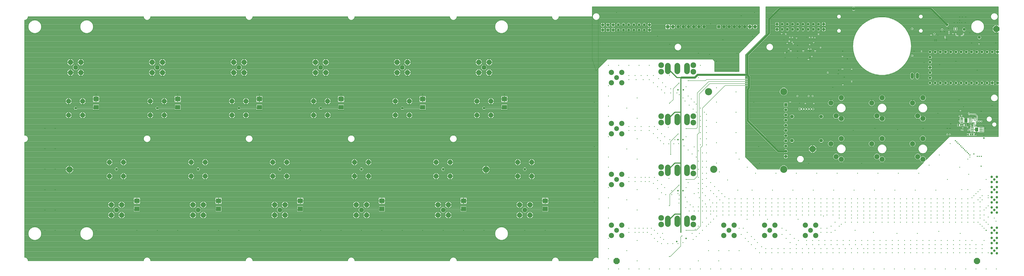
<source format=gbl>
G75*
%MOIN*%
%OFA0B0*%
%FSLAX25Y25*%
%IPPOS*%
%LPD*%
%AMOC8*
5,1,8,0,0,1.08239X$1,22.5*
%
%ADD10C,0.05315*%
%ADD11C,0.09449*%
%ADD12OC8,0.05400*%
%ADD13OC8,0.06496*%
%ADD14R,0.06496X0.06496*%
%ADD15C,0.09300*%
%ADD16C,0.10050*%
%ADD17OC8,0.11811*%
%ADD18C,0.05700*%
%ADD19C,0.06000*%
%ADD20R,0.06000X0.06000*%
%ADD21C,0.13843*%
%ADD22R,0.01700X0.01700*%
%ADD23R,0.06299X0.01575*%
%ADD24R,0.06181X0.07441*%
%ADD25R,0.02700X0.03000*%
%ADD26C,0.04724*%
%ADD27C,0.03543*%
%ADD28C,0.07087*%
%ADD29C,0.05906*%
%ADD30C,0.10925*%
%ADD31C,0.10925*%
%ADD32C,0.10124*%
%ADD33C,0.10000*%
%ADD34R,0.09843X0.09055*%
%ADD35C,0.01981*%
%ADD36C,0.01587*%
%ADD37C,0.02178*%
%ADD38C,0.00787*%
%ADD39C,0.01181*%
%ADD40C,0.01969*%
%ADD41C,0.02953*%
%ADD42C,0.05906*%
%ADD43C,0.03937*%
%ADD44C,0.02165*%
D10*
X0197850Y0257206D03*
X0355331Y0257206D03*
X0512811Y0257206D03*
X0670291Y0257206D03*
X0827772Y0257206D03*
X0985252Y0257206D03*
X0906512Y0375316D03*
X0749031Y0375316D03*
X0591551Y0375316D03*
X0434071Y0375316D03*
X0276591Y0375316D03*
X0119110Y0375316D03*
D11*
X0105606Y0388820D03*
X0132614Y0388820D03*
X0132614Y0361812D03*
X0105606Y0361812D03*
X0263087Y0361812D03*
X0290094Y0361812D03*
X0290094Y0388820D03*
X0263087Y0388820D03*
X0420567Y0388820D03*
X0447575Y0388820D03*
X0447575Y0361812D03*
X0420567Y0361812D03*
X0578047Y0361812D03*
X0605055Y0361812D03*
X0605055Y0388820D03*
X0578047Y0388820D03*
X0735528Y0388820D03*
X0762535Y0388820D03*
X0762535Y0361812D03*
X0735528Y0361812D03*
X0893008Y0361812D03*
X0920016Y0361812D03*
X0920016Y0388820D03*
X0893008Y0388820D03*
X0841276Y0270709D03*
X0814268Y0270709D03*
X0814268Y0243702D03*
X0841276Y0243702D03*
X0971748Y0243702D03*
X0998756Y0243702D03*
X0998756Y0270709D03*
X0971748Y0270709D03*
X0683795Y0270709D03*
X0656787Y0270709D03*
X0656787Y0243702D03*
X0683795Y0243702D03*
X0526315Y0243702D03*
X0499307Y0243702D03*
X0499307Y0270709D03*
X0526315Y0270709D03*
X0368835Y0270709D03*
X0341827Y0270709D03*
X0341827Y0243702D03*
X0368835Y0243702D03*
X0211354Y0243702D03*
X0184346Y0243702D03*
X0184346Y0270709D03*
X0211354Y0270709D03*
D12*
X1135606Y0526576D03*
X1145606Y0526576D03*
X1155606Y0526576D03*
X1165606Y0526576D03*
X1175606Y0526576D03*
X1185606Y0526576D03*
X1195606Y0526576D03*
X1205606Y0526576D03*
X1215606Y0526576D03*
X1225606Y0526576D03*
X1225606Y0536576D03*
X1215606Y0536576D03*
X1205606Y0536576D03*
X1195606Y0536576D03*
X1185606Y0536576D03*
X1175606Y0536576D03*
X1165606Y0536576D03*
X1155606Y0536576D03*
X1145606Y0536576D03*
X1135606Y0536576D03*
X1471748Y0537796D03*
X1481748Y0537796D03*
X1491748Y0537796D03*
X1501748Y0537796D03*
X1511748Y0537796D03*
X1521748Y0537796D03*
X1531748Y0537796D03*
X1541748Y0537796D03*
X1551748Y0537796D03*
X1561748Y0537796D03*
X1561748Y0527796D03*
X1551748Y0527796D03*
X1541748Y0527796D03*
X1531748Y0527796D03*
X1521748Y0527796D03*
X1511748Y0527796D03*
X1501748Y0527796D03*
X1491748Y0527796D03*
X1481748Y0527796D03*
X1471748Y0527796D03*
D13*
X1429268Y0532796D03*
X1419268Y0532796D03*
X1409268Y0532796D03*
X1399268Y0532796D03*
X1389268Y0532796D03*
X1379268Y0532796D03*
X1369268Y0532796D03*
X1330843Y0532796D03*
X1320843Y0532796D03*
X1310843Y0532796D03*
X1300843Y0532796D03*
X1290843Y0532796D03*
X1280843Y0532796D03*
X1270843Y0532796D03*
D14*
X1260843Y0532796D03*
X1359268Y0532796D03*
D15*
X1162417Y0434371D03*
X0906512Y0454056D03*
X0749031Y0454056D03*
X0591551Y0454056D03*
X0434071Y0454056D03*
X0276591Y0454056D03*
X0119110Y0454056D03*
X0197850Y0178465D03*
X0355331Y0178465D03*
X0512811Y0178465D03*
X0670291Y0178465D03*
X0827772Y0178465D03*
X0985252Y0178465D03*
X1162417Y0139095D03*
X1378953Y0139095D03*
X1457693Y0139095D03*
X1536433Y0139095D03*
X1162417Y0237520D03*
X1162417Y0335946D03*
D16*
X1152417Y0325946D03*
X1172417Y0325946D03*
X1172417Y0345946D03*
X1152417Y0345946D03*
X1152417Y0424371D03*
X1172417Y0424371D03*
X1172417Y0444371D03*
X1152417Y0444371D03*
X0916512Y0444056D03*
X0896512Y0444056D03*
X0896512Y0464056D03*
X0916512Y0464056D03*
X0759031Y0464056D03*
X0739031Y0464056D03*
X0739031Y0444056D03*
X0759031Y0444056D03*
X0601551Y0444056D03*
X0581551Y0444056D03*
X0581551Y0464056D03*
X0601551Y0464056D03*
X0444071Y0464056D03*
X0424071Y0464056D03*
X0424071Y0444056D03*
X0444071Y0444056D03*
X0286591Y0444056D03*
X0266591Y0444056D03*
X0266591Y0464056D03*
X0286591Y0464056D03*
X0129110Y0464056D03*
X0109110Y0464056D03*
X0109110Y0444056D03*
X0129110Y0444056D03*
X0187850Y0188465D03*
X0207850Y0188465D03*
X0207850Y0168465D03*
X0187850Y0168465D03*
X0345331Y0168465D03*
X0365331Y0168465D03*
X0365331Y0188465D03*
X0345331Y0188465D03*
X0502811Y0188465D03*
X0522811Y0188465D03*
X0522811Y0168465D03*
X0502811Y0168465D03*
X0660291Y0168465D03*
X0680291Y0168465D03*
X0680291Y0188465D03*
X0660291Y0188465D03*
X0817772Y0188465D03*
X0837772Y0188465D03*
X0837772Y0168465D03*
X0817772Y0168465D03*
X0975252Y0168465D03*
X0995252Y0168465D03*
X0995252Y0188465D03*
X0975252Y0188465D03*
X1152417Y0227520D03*
X1172417Y0227520D03*
X1172417Y0247520D03*
X1152417Y0247520D03*
X1152417Y0149095D03*
X1172417Y0149095D03*
X1172417Y0129095D03*
X1152417Y0129095D03*
X1368953Y0129095D03*
X1388953Y0129095D03*
X1388953Y0149095D03*
X1368953Y0149095D03*
X1447693Y0149095D03*
X1467693Y0149095D03*
X1467693Y0129095D03*
X1447693Y0129095D03*
X1526433Y0129095D03*
X1546433Y0129095D03*
X1546433Y0149095D03*
X1526433Y0149095D03*
D17*
X1857299Y0079646D03*
X1540370Y0296576D03*
X1162417Y0079646D03*
X0910449Y0256812D03*
X0107299Y0256812D03*
X1894701Y0528465D03*
D18*
X1896709Y0484056D03*
X1886709Y0484056D03*
X1876709Y0484056D03*
X1866709Y0484056D03*
X1856709Y0484056D03*
X1846709Y0484056D03*
X1836709Y0484056D03*
X1826709Y0484056D03*
X1816709Y0484056D03*
X1806709Y0484056D03*
X1796709Y0484056D03*
X1786709Y0484056D03*
X1776709Y0484056D03*
X1766709Y0484056D03*
X1766709Y0474056D03*
X1766709Y0464056D03*
X1766709Y0454056D03*
X1766709Y0444056D03*
X1766709Y0434056D03*
X1766709Y0424056D03*
X1776709Y0424056D03*
X1786709Y0424056D03*
X1796709Y0424056D03*
X1806709Y0424056D03*
X1816709Y0424056D03*
X1826709Y0424056D03*
X1836709Y0424056D03*
X1846709Y0424056D03*
X1856709Y0424056D03*
X1866709Y0424056D03*
X1876709Y0424056D03*
X1886709Y0424056D03*
X1896709Y0424056D03*
D19*
X1488583Y0372206D03*
X1488583Y0362206D03*
X1488583Y0352206D03*
X1488583Y0342206D03*
X1488583Y0332206D03*
X1488583Y0322206D03*
X1488583Y0312206D03*
X1488583Y0302206D03*
X1488583Y0292206D03*
X1488583Y0282206D03*
D20*
X1488583Y0382206D03*
D21*
X1484583Y0407206D03*
X1339583Y0407206D03*
X1349583Y0257206D03*
X1484583Y0257206D03*
D22*
X1852181Y0342801D03*
X1852181Y0345001D03*
X1852181Y0347201D03*
X1852181Y0351462D03*
X1852181Y0353662D03*
X1852181Y0355862D03*
D23*
X1844307Y0355532D03*
X1844307Y0352973D03*
X1844307Y0350414D03*
X1844307Y0347855D03*
X1848244Y0337816D03*
X1848244Y0335257D03*
X1848244Y0332698D03*
X1848244Y0330139D03*
X1864780Y0330139D03*
X1864780Y0332698D03*
X1864780Y0335257D03*
X1864780Y0337816D03*
X1827772Y0347855D03*
X1827772Y0350414D03*
X1827772Y0352973D03*
X1827772Y0355532D03*
D24*
X1836039Y0351694D03*
X1856512Y0333977D03*
D25*
X1853494Y0324528D03*
X1849294Y0324528D03*
X1844439Y0324528D03*
X1840239Y0324528D03*
X1834596Y0342639D03*
X1830396Y0342639D03*
X1825541Y0342639D03*
X1821341Y0342639D03*
D26*
X1885764Y0242520D03*
X1890764Y0237520D03*
X1895764Y0232520D03*
X1885764Y0232520D03*
X1895764Y0242520D03*
X1895764Y0222835D03*
X1890764Y0217835D03*
X1895764Y0212835D03*
X1885764Y0212835D03*
X1885764Y0222835D03*
X1885764Y0203150D03*
X1890764Y0198150D03*
X1895764Y0193150D03*
X1885764Y0193150D03*
X1895764Y0203150D03*
X1895764Y0183465D03*
X1890764Y0178465D03*
X1895764Y0173465D03*
X1885764Y0173465D03*
X1885764Y0183465D03*
X1885764Y0144095D03*
X1890764Y0139095D03*
X1895764Y0134095D03*
X1885764Y0134095D03*
X1895764Y0144095D03*
X1895764Y0124410D03*
X1890764Y0119410D03*
X1895764Y0114410D03*
X1885764Y0114410D03*
X1885764Y0124410D03*
X1885764Y0104725D03*
X1890764Y0099725D03*
X1895764Y0094725D03*
X1895764Y0104725D03*
X1885764Y0094725D03*
D27*
X1541059Y0373741D03*
X1536059Y0373741D03*
X1531059Y0373741D03*
X1526059Y0373741D03*
X1521059Y0373741D03*
X1516059Y0373741D03*
D28*
X1500409Y0359174D03*
X1556709Y0359174D03*
X1556709Y0312717D03*
X1500409Y0312717D03*
D29*
X1732220Y0434961D02*
X1732220Y0440867D01*
X1742220Y0440867D02*
X1742220Y0434961D01*
D30*
X1297850Y0446625D02*
X1297850Y0457550D01*
X1279346Y0457550D02*
X1279346Y0446625D01*
X1260843Y0446625D02*
X1260843Y0457550D01*
X1260843Y0359125D02*
X1260843Y0348200D01*
X1279346Y0348200D02*
X1279346Y0359125D01*
X1297850Y0359125D02*
X1297850Y0348200D01*
X1297850Y0260700D02*
X1297850Y0249774D01*
X1279346Y0249774D02*
X1279346Y0260700D01*
X1260843Y0260700D02*
X1260843Y0249774D01*
X1260843Y0162274D02*
X1260843Y0151349D01*
X1279346Y0151349D02*
X1279346Y0162274D01*
X1297850Y0162274D02*
X1297850Y0151349D01*
D31*
X1310350Y0150552D03*
X1310350Y0163072D03*
X1248343Y0163072D03*
X1248343Y0150552D03*
X1248343Y0248977D03*
X1248343Y0261497D03*
X1310350Y0261497D03*
X1310350Y0248977D03*
X1310350Y0347402D03*
X1310350Y0359922D03*
X1248343Y0359922D03*
X1248343Y0347402D03*
X1248343Y0445828D03*
X1248343Y0458347D03*
X1310350Y0458347D03*
X1310350Y0445828D03*
D32*
X1595488Y0395316D03*
X1674228Y0395316D03*
X1752969Y0395316D03*
X1752969Y0355316D03*
X1674228Y0355316D03*
X1595488Y0355316D03*
X1595488Y0316576D03*
X1674228Y0316576D03*
X1752969Y0316576D03*
X1752969Y0276576D03*
X1674228Y0276576D03*
X1595488Y0276576D03*
D33*
X1585488Y0281576D03*
X1575488Y0306576D03*
X1654228Y0306576D03*
X1664228Y0281576D03*
X1732969Y0306576D03*
X1742969Y0281576D03*
X1742969Y0360316D03*
X1732969Y0385316D03*
X1664228Y0360316D03*
X1654228Y0385316D03*
X1585488Y0360316D03*
X1575488Y0385316D03*
D34*
X1024622Y0196182D03*
X1024622Y0180434D03*
X0867142Y0180434D03*
X0867142Y0196182D03*
X0709661Y0196182D03*
X0709661Y0180434D03*
X0552181Y0180434D03*
X0552181Y0196182D03*
X0394701Y0196182D03*
X0394701Y0180434D03*
X0237220Y0180434D03*
X0237220Y0196182D03*
X0158480Y0377284D03*
X0158480Y0393032D03*
X0315961Y0393032D03*
X0315961Y0377284D03*
X0473441Y0377284D03*
X0473441Y0393032D03*
X0630921Y0393032D03*
X0630921Y0377284D03*
X0788402Y0377284D03*
X0788402Y0393032D03*
X0945882Y0393032D03*
X0945882Y0377284D03*
D35*
X1286433Y0335946D03*
X1286433Y0237520D03*
X1806512Y0345001D03*
X1821079Y0339883D03*
X1827772Y0345394D03*
X1839583Y0345001D03*
X1854543Y0336339D03*
X1854543Y0333190D03*
X1837220Y0324528D03*
X1847063Y0324135D03*
X1823047Y0359568D03*
X1821472Y0370198D03*
X1534858Y0472954D03*
X1511236Y0472560D03*
X1511236Y0485946D03*
X1511236Y0496182D03*
X1522260Y0485946D03*
X1534858Y0485946D03*
X1545488Y0485946D03*
X1551787Y0486733D03*
X1555331Y0493032D03*
X1529346Y0511536D03*
X1488795Y0519017D03*
X1484858Y0506812D03*
X1498244Y0485946D03*
X1490764Y0483190D03*
X1487220Y0472560D03*
X1768323Y0516654D03*
D36*
X1782102Y0516654D03*
X1787220Y0523741D03*
X1794307Y0523347D03*
X1794307Y0519804D03*
X1798638Y0515473D03*
X1795685Y0513702D03*
X1795882Y0510749D03*
X1799031Y0507599D03*
X1799031Y0502481D03*
X1778953Y0504843D03*
X1777378Y0506418D03*
X1775803Y0504843D03*
X1775803Y0507993D03*
X1778953Y0507993D03*
X1803362Y0519410D03*
X1803362Y0522954D03*
X1801787Y0529253D03*
X1810843Y0519410D03*
X1816354Y0519017D03*
X1817142Y0515867D03*
X1820291Y0515473D03*
X1826984Y0515473D03*
X1829740Y0515867D03*
X1831315Y0518623D03*
X1843520Y0520985D03*
X1843913Y0511143D03*
X1847063Y0500906D03*
X1833677Y0500513D03*
X1830921Y0500513D03*
X1828165Y0500513D03*
X1825016Y0500513D03*
X1822260Y0500513D03*
X1861236Y0499331D03*
X1883283Y0511536D03*
X1893520Y0501300D03*
X1872654Y0524135D03*
X1834465Y0540670D03*
X1827772Y0541064D03*
X1823835Y0541064D03*
X1819898Y0541064D03*
X1823835Y0545788D03*
X1823835Y0551694D03*
X1828953Y0552087D03*
X1835646Y0552087D03*
X1816354Y0552481D03*
X1811236Y0552481D03*
X1802181Y0552481D03*
X1802181Y0544607D03*
X1813205Y0540670D03*
X1823441Y0533190D03*
X1823835Y0528859D03*
X1750213Y0485552D03*
X1736039Y0485552D03*
X1755331Y0463898D03*
X1784071Y0471772D03*
X1785252Y0459961D03*
X1789189Y0447757D03*
X1816748Y0449725D03*
X1816748Y0434371D03*
X1857693Y0448938D03*
X1816748Y0465473D03*
X1822654Y0391457D03*
X1831315Y0377678D03*
X1825409Y0370394D03*
X1827772Y0360749D03*
X1827772Y0357206D03*
X1834071Y0356418D03*
X1837614Y0356418D03*
X1837614Y0346969D03*
X1834071Y0346969D03*
X1838873Y0338780D03*
X1842732Y0334371D03*
X1839797Y0332703D03*
X1830172Y0332894D03*
X1826984Y0333190D03*
X1830035Y0337225D03*
X1845094Y0342245D03*
X1847850Y0339883D03*
X1855331Y0339883D03*
X1869898Y0337914D03*
X1869898Y0335158D03*
X1869898Y0332402D03*
X1869898Y0330040D03*
X1873047Y0328859D03*
X1870685Y0323347D03*
X1873047Y0336733D03*
X1870291Y0341064D03*
X1854543Y0355237D03*
X1851787Y0358387D03*
X1841945Y0364292D03*
X1841157Y0366261D03*
X1886433Y0380828D03*
X1823047Y0350513D03*
X1791945Y0337127D03*
X1753362Y0335946D03*
X1717535Y0346576D03*
X1704150Y0333977D03*
X1660449Y0336339D03*
X1638795Y0346576D03*
X1618717Y0332796D03*
X1577378Y0339883D03*
X1634071Y0304843D03*
X1638795Y0271772D03*
X1634858Y0269017D03*
X1626984Y0249331D03*
X1587614Y0249331D03*
X1560055Y0267835D03*
X1532496Y0269017D03*
X1544701Y0287127D03*
X1501787Y0284765D03*
X1438008Y0269017D03*
X1414386Y0261143D03*
X1430134Y0249331D03*
X1469504Y0249331D03*
X1508874Y0249331D03*
X1548244Y0249331D03*
X1541551Y0216654D03*
X1544307Y0200119D03*
X1544307Y0192245D03*
X1532496Y0192245D03*
X1532496Y0200119D03*
X1520685Y0200119D03*
X1520685Y0192245D03*
X1508874Y0192245D03*
X1508874Y0200119D03*
X1497063Y0200119D03*
X1497063Y0192245D03*
X1485252Y0192245D03*
X1485252Y0200119D03*
X1473441Y0200119D03*
X1473441Y0192245D03*
X1461630Y0192245D03*
X1461630Y0200119D03*
X1449819Y0200119D03*
X1449819Y0192245D03*
X1438008Y0192245D03*
X1438008Y0200119D03*
X1426197Y0200119D03*
X1426197Y0192245D03*
X1414386Y0192245D03*
X1414386Y0200119D03*
X1402575Y0200119D03*
X1402575Y0192245D03*
X1390764Y0192245D03*
X1390764Y0200119D03*
X1378953Y0200119D03*
X1378953Y0192245D03*
X1367142Y0192245D03*
X1361236Y0198150D03*
X1355331Y0192245D03*
X1347457Y0192245D03*
X1341551Y0198150D03*
X1333677Y0190276D03*
X1335646Y0184371D03*
X1343520Y0184371D03*
X1343520Y0176497D03*
X1349425Y0176497D03*
X1355331Y0176497D03*
X1355331Y0184371D03*
X1367142Y0184371D03*
X1367142Y0176497D03*
X1367142Y0168623D03*
X1378953Y0168623D03*
X1378953Y0176497D03*
X1378953Y0184371D03*
X1390764Y0184371D03*
X1390764Y0176497D03*
X1390764Y0168623D03*
X1402575Y0168623D03*
X1402575Y0176497D03*
X1402575Y0184371D03*
X1414386Y0184371D03*
X1414386Y0176497D03*
X1414386Y0168623D03*
X1413992Y0160355D03*
X1426197Y0168623D03*
X1426197Y0176497D03*
X1426197Y0184371D03*
X1438008Y0184371D03*
X1438008Y0176497D03*
X1438008Y0168623D03*
X1449819Y0168623D03*
X1449819Y0176497D03*
X1449819Y0184371D03*
X1461630Y0184371D03*
X1461630Y0176497D03*
X1461630Y0168623D03*
X1453362Y0160355D03*
X1473441Y0168623D03*
X1473441Y0176497D03*
X1473441Y0184371D03*
X1485252Y0184371D03*
X1485252Y0176497D03*
X1485252Y0168623D03*
X1497063Y0168623D03*
X1497063Y0176497D03*
X1497063Y0184371D03*
X1508874Y0184371D03*
X1508874Y0176497D03*
X1508874Y0168623D03*
X1512417Y0160355D03*
X1520685Y0168623D03*
X1520685Y0176497D03*
X1520685Y0184371D03*
X1532496Y0184371D03*
X1532496Y0176497D03*
X1532496Y0168623D03*
X1544307Y0168623D03*
X1544307Y0176497D03*
X1544307Y0184371D03*
X1556118Y0184371D03*
X1556118Y0176497D03*
X1556118Y0168623D03*
X1561236Y0166654D03*
X1567929Y0168623D03*
X1567929Y0176497D03*
X1567929Y0184371D03*
X1579740Y0184371D03*
X1579740Y0176497D03*
X1579740Y0168623D03*
X1591551Y0168623D03*
X1591551Y0162717D03*
X1583677Y0154843D03*
X1575803Y0146969D03*
X1567929Y0143032D03*
X1567929Y0135158D03*
X1575803Y0135158D03*
X1583677Y0139095D03*
X1591551Y0146969D03*
X1595488Y0150906D03*
X1603362Y0154843D03*
X1603362Y0162717D03*
X1603362Y0168623D03*
X1603362Y0176497D03*
X1603362Y0184371D03*
X1591551Y0184371D03*
X1591551Y0176497D03*
X1615173Y0176497D03*
X1615173Y0184371D03*
X1626984Y0184371D03*
X1626984Y0176497D03*
X1626984Y0168623D03*
X1626984Y0162717D03*
X1626984Y0154843D03*
X1615173Y0154843D03*
X1615173Y0162717D03*
X1615173Y0168623D03*
X1638795Y0168623D03*
X1638795Y0162717D03*
X1638795Y0154843D03*
X1650606Y0154843D03*
X1650606Y0162717D03*
X1650606Y0168623D03*
X1650606Y0176497D03*
X1650606Y0184371D03*
X1638795Y0184371D03*
X1638795Y0176497D03*
X1662417Y0176497D03*
X1662417Y0184371D03*
X1674228Y0184371D03*
X1674228Y0176497D03*
X1674228Y0168623D03*
X1674228Y0162717D03*
X1674228Y0154843D03*
X1662417Y0154843D03*
X1662417Y0162717D03*
X1662417Y0168623D03*
X1686039Y0168623D03*
X1686039Y0162717D03*
X1686039Y0154843D03*
X1697850Y0154843D03*
X1697850Y0162717D03*
X1697850Y0168623D03*
X1697850Y0176497D03*
X1697850Y0184371D03*
X1686039Y0184371D03*
X1686039Y0176497D03*
X1709661Y0176497D03*
X1709661Y0184371D03*
X1721472Y0184371D03*
X1721472Y0176497D03*
X1721472Y0168623D03*
X1721472Y0162717D03*
X1721472Y0154843D03*
X1709661Y0154843D03*
X1709661Y0162717D03*
X1709661Y0168623D03*
X1733283Y0168623D03*
X1733283Y0162717D03*
X1733283Y0154843D03*
X1745094Y0154843D03*
X1745094Y0162717D03*
X1745094Y0168623D03*
X1745094Y0176497D03*
X1745094Y0184371D03*
X1733283Y0184371D03*
X1733283Y0176497D03*
X1756906Y0176497D03*
X1756906Y0184371D03*
X1768717Y0184371D03*
X1768717Y0176497D03*
X1768717Y0168623D03*
X1768717Y0162717D03*
X1768717Y0154843D03*
X1780528Y0154843D03*
X1780528Y0162717D03*
X1780528Y0168623D03*
X1780528Y0176497D03*
X1780528Y0184371D03*
X1792339Y0184371D03*
X1792339Y0176497D03*
X1792339Y0168623D03*
X1792339Y0162717D03*
X1792339Y0154843D03*
X1804150Y0154843D03*
X1804150Y0162717D03*
X1804150Y0168623D03*
X1804150Y0176497D03*
X1804150Y0184371D03*
X1815961Y0184371D03*
X1815961Y0176497D03*
X1815961Y0168623D03*
X1815961Y0162717D03*
X1815961Y0154843D03*
X1827772Y0154843D03*
X1827772Y0162717D03*
X1827772Y0168623D03*
X1827772Y0176497D03*
X1827772Y0184371D03*
X1839583Y0184371D03*
X1839583Y0176497D03*
X1839583Y0168623D03*
X1839583Y0162717D03*
X1839583Y0154843D03*
X1851394Y0154843D03*
X1859268Y0154843D03*
X1863205Y0150906D03*
X1867142Y0146969D03*
X1871079Y0143032D03*
X1878953Y0150906D03*
X1875016Y0154843D03*
X1871079Y0158780D03*
X1863205Y0162717D03*
X1863205Y0168623D03*
X1871079Y0168623D03*
X1878953Y0164686D03*
X1890764Y0162717D03*
X1893913Y0156812D03*
X1871079Y0178465D03*
X1875016Y0182402D03*
X1878953Y0186339D03*
X1863205Y0184371D03*
X1863205Y0176497D03*
X1851394Y0176497D03*
X1851394Y0184371D03*
X1851394Y0192245D03*
X1859268Y0198150D03*
X1863205Y0194213D03*
X1867142Y0198150D03*
X1863205Y0202087D03*
X1867142Y0206024D03*
X1859268Y0213898D03*
X1855331Y0209961D03*
X1851394Y0206024D03*
X1847457Y0202087D03*
X1839583Y0200119D03*
X1839583Y0192245D03*
X1827772Y0192245D03*
X1827772Y0200119D03*
X1815961Y0200119D03*
X1815961Y0192245D03*
X1804150Y0192245D03*
X1804150Y0200119D03*
X1792339Y0200119D03*
X1792339Y0192245D03*
X1780528Y0192245D03*
X1780528Y0200119D03*
X1768717Y0200119D03*
X1768717Y0192245D03*
X1756906Y0192245D03*
X1756906Y0200119D03*
X1745094Y0200119D03*
X1745094Y0192245D03*
X1733283Y0192245D03*
X1733283Y0200119D03*
X1721472Y0200119D03*
X1721472Y0192245D03*
X1709661Y0192245D03*
X1709661Y0200119D03*
X1697850Y0200119D03*
X1697850Y0192245D03*
X1686039Y0192245D03*
X1686039Y0200119D03*
X1674228Y0200119D03*
X1674228Y0192245D03*
X1662417Y0192245D03*
X1662417Y0200119D03*
X1650606Y0200119D03*
X1650606Y0192245D03*
X1638795Y0192245D03*
X1638795Y0200119D03*
X1626984Y0200119D03*
X1626984Y0192245D03*
X1615173Y0192245D03*
X1615173Y0200119D03*
X1603362Y0200119D03*
X1603362Y0192245D03*
X1591551Y0192245D03*
X1591551Y0200119D03*
X1579740Y0200119D03*
X1579740Y0192245D03*
X1567929Y0192245D03*
X1567929Y0200119D03*
X1556118Y0200119D03*
X1556118Y0192245D03*
X1580921Y0216654D03*
X1620291Y0216654D03*
X1659661Y0216654D03*
X1699031Y0216654D03*
X1738402Y0216654D03*
X1777772Y0216654D03*
X1800213Y0237520D03*
X1841157Y0247363D03*
X1823835Y0261143D03*
X1839583Y0276891D03*
X1843520Y0280828D03*
X1784465Y0284765D03*
X1764780Y0265080D03*
X1745094Y0249331D03*
X1705724Y0249331D03*
X1666354Y0249331D03*
X1709661Y0265080D03*
X1717535Y0271772D03*
X1805724Y0306812D03*
X1776591Y0313111D03*
X1782102Y0364686D03*
X1615567Y0426891D03*
X1598638Y0420591D03*
X1579346Y0416261D03*
X1542732Y0383977D03*
X1526197Y0383977D03*
X1514780Y0384371D03*
X1502181Y0383583D03*
X1426984Y0386733D03*
X1392732Y0367442D03*
X1354937Y0387127D03*
X1323835Y0375316D03*
X1331709Y0367442D03*
X1335646Y0363505D03*
X1335646Y0351694D03*
X1323835Y0351694D03*
X1323835Y0359568D03*
X1315961Y0367442D03*
X1310055Y0373347D03*
X1302181Y0381221D03*
X1294307Y0389095D03*
X1290370Y0395001D03*
X1283283Y0401300D03*
X1278559Y0404843D03*
X1266748Y0404843D03*
X1266748Y0412717D03*
X1256906Y0416654D03*
X1249031Y0410749D03*
X1254937Y0404843D03*
X1241157Y0416654D03*
X1233283Y0424528D03*
X1225409Y0430434D03*
X1221472Y0438308D03*
X1213598Y0430434D03*
X1209661Y0438308D03*
X1197850Y0438308D03*
X1199819Y0430434D03*
X1186039Y0430434D03*
X1186039Y0438308D03*
X1233283Y0438308D03*
X1243126Y0432402D03*
X1251000Y0424528D03*
X1264386Y0439095D03*
X1282496Y0423741D03*
X1300213Y0428465D03*
X1319898Y0434371D03*
X1296276Y0416654D03*
X1300213Y0398938D03*
X1306118Y0393032D03*
X1312024Y0387127D03*
X1315961Y0383190D03*
X1264386Y0384765D03*
X1201787Y0395001D03*
X1182102Y0375316D03*
X1146669Y0379253D03*
X1119110Y0387127D03*
X1146669Y0398938D03*
X1146669Y0418623D03*
X1119110Y0434371D03*
X1146669Y0457993D03*
X1166354Y0457993D03*
X1186039Y0457993D03*
X1205724Y0457993D03*
X1225409Y0457993D03*
X1221472Y0473741D03*
X1249031Y0475709D03*
X1278559Y0485552D03*
X1264780Y0499331D03*
X1241157Y0515080D03*
X1233283Y0497363D03*
X1268717Y0517048D03*
X1302181Y0495394D03*
X1319898Y0481615D03*
X1341551Y0479253D03*
X1354937Y0465867D03*
X1323835Y0457993D03*
X1392732Y0446182D03*
X1413205Y0430828D03*
X1413205Y0426891D03*
X1413205Y0422954D03*
X1413205Y0419017D03*
X1392732Y0406812D03*
X1354937Y0414686D03*
X1475803Y0447757D03*
X1532102Y0469410D03*
X1538795Y0475316D03*
X1536827Y0489489D03*
X1532102Y0489489D03*
X1534465Y0498150D03*
X1542339Y0502087D03*
X1544701Y0511536D03*
X1539583Y0511930D03*
X1534465Y0511930D03*
X1551780Y0518591D03*
X1509268Y0510749D03*
X1501394Y0511930D03*
X1496276Y0511930D03*
X1495094Y0504956D03*
X1491157Y0500513D03*
X1501000Y0502875D03*
X1502969Y0499838D03*
X1493913Y0489883D03*
X1486827Y0482402D03*
X1424228Y0515080D03*
X1480528Y0519523D03*
X1402575Y0554450D03*
X1428165Y0560355D03*
X1386827Y0568229D03*
X1327772Y0568229D03*
X1343520Y0538702D03*
X1343520Y0524922D03*
X1367142Y0507206D03*
X1394701Y0481615D03*
X1597850Y0475316D03*
X1615567Y0450513D03*
X1470291Y0346182D03*
X1432102Y0350513D03*
X1392732Y0328072D03*
X1415961Y0324135D03*
X1436433Y0301300D03*
X1392732Y0288702D03*
X1398638Y0276891D03*
X1354937Y0269017D03*
X1335646Y0272954D03*
X1327772Y0272954D03*
X1319898Y0272954D03*
X1315961Y0280828D03*
X1308087Y0286733D03*
X1300213Y0294607D03*
X1292339Y0302481D03*
X1282102Y0306812D03*
X1272654Y0306418D03*
X1274622Y0314292D03*
X1264780Y0314292D03*
X1262811Y0306418D03*
X1252969Y0306418D03*
X1247063Y0312324D03*
X1241157Y0318229D03*
X1233283Y0326103D03*
X1225409Y0332009D03*
X1225409Y0339883D03*
X1235252Y0339883D03*
X1241157Y0333977D03*
X1249031Y0326103D03*
X1254937Y0320198D03*
X1280921Y0325316D03*
X1296276Y0320198D03*
X1296276Y0335946D03*
X1262024Y0338308D03*
X1209661Y0339883D03*
X1209661Y0332009D03*
X1197850Y0332009D03*
X1197850Y0339883D03*
X1186039Y0339883D03*
X1186039Y0332009D03*
X1201787Y0316261D03*
X1182102Y0296576D03*
X1146669Y0280828D03*
X1119110Y0265080D03*
X1146669Y0261143D03*
X1186039Y0241457D03*
X1186039Y0233583D03*
X1197850Y0233583D03*
X1197850Y0241457D03*
X1209661Y0241457D03*
X1209661Y0233583D03*
X1217535Y0233583D03*
X1225409Y0233583D03*
X1225409Y0241457D03*
X1217535Y0241457D03*
X1235252Y0241457D03*
X1241157Y0235552D03*
X1233283Y0229646D03*
X1241157Y0219804D03*
X1249031Y0227678D03*
X1254937Y0221772D03*
X1249031Y0211930D03*
X1256906Y0207993D03*
X1268717Y0207993D03*
X1268717Y0215867D03*
X1280528Y0209961D03*
X1283283Y0207206D03*
X1282890Y0199331D03*
X1295094Y0203269D03*
X1298244Y0194213D03*
X1304150Y0188308D03*
X1310055Y0184371D03*
X1312024Y0176497D03*
X1319898Y0176497D03*
X1327772Y0176497D03*
X1335646Y0176497D03*
X1343520Y0170591D03*
X1335646Y0162717D03*
X1343520Y0154843D03*
X1339583Y0150906D03*
X1335646Y0146969D03*
X1327772Y0139095D03*
X1321866Y0133190D03*
X1315961Y0127284D03*
X1310055Y0121379D03*
X1290370Y0115473D03*
X1280528Y0113505D03*
X1270685Y0113505D03*
X1260843Y0113505D03*
X1252969Y0121379D03*
X1247063Y0125316D03*
X1241157Y0117442D03*
X1235252Y0123347D03*
X1229346Y0131221D03*
X1221472Y0135158D03*
X1213598Y0135158D03*
X1205724Y0135158D03*
X1197850Y0135158D03*
X1197850Y0143032D03*
X1205724Y0143032D03*
X1213598Y0143032D03*
X1221472Y0143032D03*
X1229346Y0143032D03*
X1235252Y0139095D03*
X1241157Y0133190D03*
X1251000Y0133190D03*
X1288402Y0128465D03*
X1308087Y0133190D03*
X1313992Y0141064D03*
X1319898Y0146969D03*
X1327772Y0154843D03*
X1349425Y0160749D03*
X1355331Y0166654D03*
X1327772Y0184371D03*
X1319898Y0184371D03*
X1302181Y0176497D03*
X1295488Y0183190D03*
X1282496Y0191851D03*
X1263992Y0186733D03*
X1244307Y0199725D03*
X1201787Y0217835D03*
X1182102Y0198150D03*
X1146669Y0202087D03*
X1119110Y0194213D03*
X1146669Y0182402D03*
X1146669Y0162717D03*
X1119110Y0150906D03*
X1146669Y0123347D03*
X1119110Y0115473D03*
X1146669Y0103662D03*
X1182102Y0099725D03*
X1201787Y0080040D03*
X1205724Y0064292D03*
X1186039Y0064292D03*
X1166354Y0064292D03*
X1146669Y0064292D03*
X1146669Y0083977D03*
X1225409Y0064292D03*
X1245094Y0064292D03*
X1264780Y0064292D03*
X1284465Y0064292D03*
X1304150Y0064292D03*
X1323835Y0064292D03*
X1343520Y0064292D03*
X1363205Y0064292D03*
X1382890Y0064292D03*
X1402575Y0064292D03*
X1422260Y0064292D03*
X1441945Y0064292D03*
X1461630Y0064292D03*
X1481315Y0064292D03*
X1501000Y0064292D03*
X1520685Y0064292D03*
X1540370Y0064292D03*
X1560055Y0064292D03*
X1579740Y0064292D03*
X1599425Y0064292D03*
X1619110Y0064292D03*
X1638795Y0064292D03*
X1658480Y0064292D03*
X1678165Y0064292D03*
X1697850Y0064292D03*
X1717535Y0064292D03*
X1737220Y0064292D03*
X1756906Y0064292D03*
X1776591Y0064292D03*
X1796276Y0064292D03*
X1815961Y0064292D03*
X1835646Y0064292D03*
X1855331Y0064292D03*
X1875016Y0064292D03*
X1894701Y0064292D03*
X1878953Y0095788D03*
X1867142Y0095788D03*
X1867142Y0103662D03*
X1867142Y0111536D03*
X1855331Y0111536D03*
X1855331Y0103662D03*
X1855331Y0095788D03*
X1843520Y0095788D03*
X1843520Y0103662D03*
X1843520Y0111536D03*
X1835646Y0111536D03*
X1835646Y0103662D03*
X1835646Y0095788D03*
X1823835Y0095788D03*
X1823835Y0103662D03*
X1823835Y0111536D03*
X1812024Y0111536D03*
X1812024Y0103662D03*
X1812024Y0095788D03*
X1800213Y0095788D03*
X1800213Y0103662D03*
X1800213Y0111536D03*
X1788402Y0111536D03*
X1788402Y0103662D03*
X1788402Y0095788D03*
X1776591Y0095788D03*
X1776591Y0103662D03*
X1776591Y0111536D03*
X1764780Y0111536D03*
X1764780Y0103662D03*
X1764780Y0095788D03*
X1752969Y0095788D03*
X1752969Y0103662D03*
X1752969Y0111536D03*
X1741157Y0111536D03*
X1741157Y0103662D03*
X1741157Y0095788D03*
X1729346Y0095788D03*
X1729346Y0103662D03*
X1729346Y0111536D03*
X1717535Y0111536D03*
X1717535Y0103662D03*
X1717535Y0095788D03*
X1705724Y0095788D03*
X1705724Y0103662D03*
X1705724Y0111536D03*
X1693913Y0111536D03*
X1693913Y0103662D03*
X1693913Y0095788D03*
X1682102Y0095788D03*
X1682102Y0103662D03*
X1682102Y0111536D03*
X1670291Y0111536D03*
X1670291Y0103662D03*
X1670291Y0095788D03*
X1658480Y0095788D03*
X1658480Y0103662D03*
X1658480Y0111536D03*
X1646669Y0111536D03*
X1646669Y0103662D03*
X1638795Y0103662D03*
X1638795Y0095788D03*
X1646669Y0095788D03*
X1626984Y0095788D03*
X1626984Y0103662D03*
X1623047Y0111536D03*
X1615173Y0103662D03*
X1615173Y0095788D03*
X1603362Y0095788D03*
X1603362Y0103662D03*
X1599425Y0111536D03*
X1591551Y0103662D03*
X1591551Y0095788D03*
X1579740Y0095788D03*
X1579740Y0103662D03*
X1575803Y0111536D03*
X1567929Y0103662D03*
X1567929Y0095788D03*
X1556118Y0095788D03*
X1556118Y0103662D03*
X1552181Y0111536D03*
X1544307Y0103662D03*
X1544307Y0095788D03*
X1532496Y0095788D03*
X1532496Y0103662D03*
X1528559Y0111536D03*
X1520685Y0103662D03*
X1520685Y0095788D03*
X1508874Y0095788D03*
X1508874Y0103662D03*
X1508874Y0111536D03*
X1497063Y0115473D03*
X1504937Y0123347D03*
X1512811Y0119410D03*
X1528559Y0119410D03*
X1540370Y0119410D03*
X1552181Y0119410D03*
X1563992Y0119410D03*
X1575803Y0119410D03*
X1587614Y0119410D03*
X1599425Y0119410D03*
X1611236Y0119410D03*
X1623047Y0119410D03*
X1634858Y0119410D03*
X1646669Y0119410D03*
X1658480Y0119410D03*
X1670291Y0119410D03*
X1682102Y0119410D03*
X1693913Y0119410D03*
X1705724Y0119410D03*
X1717535Y0119410D03*
X1729346Y0119410D03*
X1741157Y0119410D03*
X1752969Y0119410D03*
X1764780Y0119410D03*
X1776591Y0119410D03*
X1788402Y0119410D03*
X1800213Y0119410D03*
X1812024Y0119410D03*
X1823835Y0119410D03*
X1835646Y0119410D03*
X1847457Y0119410D03*
X1871079Y0119410D03*
X1825016Y0133190D03*
X1783677Y0137127D03*
X1742339Y0133190D03*
X1702969Y0133190D03*
X1657693Y0135158D03*
X1622260Y0139095D03*
X1556118Y0135158D03*
X1556118Y0143032D03*
X1497063Y0131221D03*
X1489189Y0123347D03*
X1481315Y0131221D03*
X1489189Y0139095D03*
X1481315Y0143032D03*
X1428165Y0121379D03*
X1422260Y0127284D03*
X1414386Y0135158D03*
X1406512Y0143032D03*
X1398638Y0143032D03*
X1402575Y0131221D03*
X1410449Y0123347D03*
X1416354Y0117442D03*
X1422260Y0111536D03*
X1430134Y0103662D03*
X1438008Y0095788D03*
X1449819Y0095788D03*
X1449819Y0103662D03*
X1441945Y0107599D03*
X1434071Y0115473D03*
X1461630Y0103662D03*
X1461630Y0095788D03*
X1473441Y0095788D03*
X1473441Y0103662D03*
X1485252Y0103662D03*
X1485252Y0095788D03*
X1497063Y0095788D03*
X1497063Y0103662D03*
X1540370Y0111536D03*
X1563992Y0111536D03*
X1587614Y0111536D03*
X1611236Y0111536D03*
X1634858Y0111536D03*
X1756906Y0154843D03*
X1756906Y0162717D03*
X1756906Y0168623D03*
X1851394Y0168623D03*
X1851394Y0162717D03*
X1878953Y0202087D03*
X1878953Y0206024D03*
X1863205Y0217835D03*
X1839583Y0217835D03*
X1827772Y0217835D03*
X1875016Y0237520D03*
X1502181Y0216654D03*
X1462811Y0216654D03*
X1423441Y0216654D03*
X1395882Y0216654D03*
X1371079Y0204056D03*
X1365173Y0209961D03*
X1359268Y0215867D03*
X1351394Y0223741D03*
X1343520Y0231615D03*
X1335646Y0223741D03*
X1327772Y0219804D03*
X1327772Y0211930D03*
X1319898Y0211930D03*
X1319898Y0219804D03*
X1319898Y0229646D03*
X1327772Y0229646D03*
X1327772Y0237520D03*
X1335646Y0239489D03*
X1335646Y0249331D03*
X1327772Y0249331D03*
X1319898Y0241457D03*
X1319898Y0257206D03*
X1327772Y0261143D03*
X1335646Y0261143D03*
X1360449Y0252087D03*
X1376197Y0236339D03*
X1343520Y0215867D03*
X1349425Y0209961D03*
X1355331Y0204056D03*
X1333677Y0206024D03*
X1321866Y0202087D03*
X1327772Y0196182D03*
X1312024Y0209961D03*
X1296276Y0221772D03*
X1300213Y0231615D03*
X1296276Y0237520D03*
X1282496Y0226609D03*
X1263205Y0239489D03*
X1201787Y0276891D03*
X1266748Y0285946D03*
X1312024Y0300513D03*
X1319898Y0292639D03*
X1327772Y0288702D03*
X1335646Y0288702D03*
X1335646Y0304450D03*
X1323835Y0304450D03*
X1354937Y0308387D03*
X1335646Y0316261D03*
X1323835Y0316261D03*
X1323835Y0328072D03*
X1335646Y0328072D03*
X1335646Y0339883D03*
X1323835Y0339883D03*
X1354937Y0347757D03*
X1201787Y0355631D03*
X1146669Y0359568D03*
X1119110Y0339883D03*
X1146669Y0320198D03*
X1119110Y0300513D03*
X1119110Y0233583D03*
X1146669Y0221772D03*
X1024622Y0209961D03*
X0867142Y0209961D03*
X0709661Y0209961D03*
X0552181Y0209961D03*
X0394701Y0209961D03*
X0237220Y0209961D03*
X0079740Y0217835D03*
X0060055Y0217835D03*
X0060055Y0178465D03*
X0079740Y0178465D03*
X0079740Y0139095D03*
X0060055Y0139095D03*
X0060055Y0119410D03*
X0079740Y0119410D03*
X0119110Y0119410D03*
X0158480Y0119410D03*
X0158480Y0139095D03*
X0119110Y0139095D03*
X0237220Y0139095D03*
X0276591Y0139095D03*
X0315961Y0139095D03*
X0315961Y0119410D03*
X0276591Y0119410D03*
X0237220Y0119410D03*
X0394701Y0119410D03*
X0434071Y0119410D03*
X0473441Y0119410D03*
X0473441Y0139095D03*
X0434071Y0139095D03*
X0394701Y0139095D03*
X0552181Y0139095D03*
X0591551Y0139095D03*
X0630921Y0139095D03*
X0670291Y0139095D03*
X0709661Y0139095D03*
X0749031Y0139095D03*
X0788402Y0139095D03*
X0827772Y0139095D03*
X0867142Y0139095D03*
X0906512Y0139095D03*
X0985252Y0139095D03*
X1024622Y0139095D03*
X1186039Y0135158D03*
X1186039Y0143032D03*
X1201787Y0119410D03*
X1249031Y0113505D03*
X1263992Y0088308D03*
X1319898Y0080040D03*
X1359268Y0080040D03*
X1359268Y0099725D03*
X1378953Y0099725D03*
X1398638Y0099725D03*
X1339583Y0099725D03*
X1339583Y0119410D03*
X1296276Y0139095D03*
X1201787Y0178465D03*
X0945882Y0402875D03*
X0788402Y0402875D03*
X0630921Y0402875D03*
X0473441Y0402875D03*
X0315961Y0402875D03*
X0158480Y0402875D03*
X0079740Y0414686D03*
X0060055Y0414686D03*
X0060055Y0454056D03*
X0079740Y0454056D03*
X0079740Y0493426D03*
X0060055Y0493426D03*
X0060055Y0513111D03*
X0079740Y0513111D03*
X0119110Y0513111D03*
X0158480Y0513111D03*
X0197850Y0513111D03*
X0237220Y0513111D03*
X0276591Y0513111D03*
X0315961Y0513111D03*
X0355331Y0513111D03*
X0394701Y0513111D03*
X0434071Y0513111D03*
X0473441Y0513111D03*
X0512811Y0513111D03*
X0552181Y0513111D03*
X0591551Y0513111D03*
X0630921Y0513111D03*
X0630921Y0493426D03*
X0591551Y0493426D03*
X0552181Y0493426D03*
X0512811Y0493426D03*
X0473441Y0493426D03*
X0434071Y0493426D03*
X0394701Y0493426D03*
X0355331Y0493426D03*
X0315961Y0493426D03*
X0276591Y0493426D03*
X0237220Y0493426D03*
X0197850Y0493426D03*
X0158480Y0493426D03*
X0119110Y0493426D03*
X0079740Y0375316D03*
X0060055Y0375316D03*
X0060055Y0335946D03*
X0079740Y0335946D03*
X0079740Y0296576D03*
X0060055Y0296576D03*
X0060055Y0257206D03*
X0079740Y0257206D03*
X0670291Y0493426D03*
X0709661Y0493426D03*
X0749031Y0493426D03*
X0788402Y0493426D03*
X0827772Y0493426D03*
X0867142Y0493426D03*
X0906512Y0493426D03*
X0945882Y0493426D03*
X0985252Y0493426D03*
X1023047Y0493426D03*
X1063992Y0493426D03*
X1063992Y0513111D03*
X1024622Y0513111D03*
X0985252Y0513111D03*
X0945882Y0513111D03*
X0906512Y0513111D03*
X0867142Y0513111D03*
X0827772Y0513111D03*
X0788402Y0513111D03*
X0749031Y0513111D03*
X0709661Y0513111D03*
X0670291Y0513111D03*
X1115173Y0536733D03*
X1146669Y0532796D03*
X1162417Y0560355D03*
X1256906Y0568229D03*
X1178165Y0473741D03*
D37*
X1497063Y0387127D03*
X1510843Y0398938D03*
X1532496Y0398938D03*
X1540370Y0398938D03*
X1601394Y0435946D03*
X1590764Y0438702D03*
X1589583Y0441064D03*
X1590764Y0448150D03*
X1597850Y0450906D03*
X1569504Y0443820D03*
X1607299Y0470591D03*
X1598244Y0485158D03*
X1865173Y0369410D03*
X1865961Y0350119D03*
X1862024Y0350119D03*
X1858480Y0350119D03*
X1805331Y0335946D03*
X1799819Y0335946D03*
X1799819Y0324528D03*
X1804937Y0324528D03*
X1815690Y0312595D03*
X1818220Y0310065D03*
X1820750Y0307535D03*
X1823280Y0305005D03*
X1825810Y0302475D03*
X1828340Y0299945D03*
X1830870Y0297415D03*
X1833400Y0294885D03*
X1835930Y0292355D03*
X1838460Y0289825D03*
X1840990Y0287295D03*
X1843520Y0284765D03*
X1851394Y0286733D03*
X1858087Y0282009D03*
X1861630Y0282009D03*
X1865567Y0282009D03*
X1865173Y0263111D03*
X1875016Y0139095D03*
D38*
X0250213Y0080040D02*
X0027378Y0080040D01*
X0027378Y0081371D01*
X0026359Y0083831D01*
X0024476Y0085714D01*
X0022016Y0086733D01*
X0020685Y0086733D01*
X0020685Y0309568D01*
X0022016Y0309568D01*
X0024476Y0310587D01*
X0026359Y0312469D01*
X0027378Y0314929D01*
X0027378Y0317592D01*
X0026359Y0320052D01*
X0024476Y0321935D01*
X0022016Y0322954D01*
X0020685Y0322954D01*
X0020685Y0545788D01*
X0022016Y0545788D01*
X0024476Y0546807D01*
X0026359Y0548690D01*
X0027378Y0551150D01*
X0027378Y0552481D01*
X0250213Y0552481D01*
X0250213Y0551150D01*
X0251232Y0548690D01*
X0253114Y0546807D01*
X0255574Y0545788D01*
X0258237Y0545788D01*
X0260697Y0546807D01*
X0262579Y0548690D01*
X0263598Y0551150D01*
X0263598Y0552481D01*
X0447063Y0552481D01*
X0447063Y0551150D01*
X0448082Y0548690D01*
X0449965Y0546807D01*
X0452425Y0545788D01*
X0455087Y0545788D01*
X0457547Y0546807D01*
X0459430Y0548690D01*
X0460449Y0551150D01*
X0460449Y0552481D01*
X0643913Y0552481D01*
X0643913Y0551150D01*
X0644932Y0548690D01*
X0646815Y0546807D01*
X0649275Y0545788D01*
X0651938Y0545788D01*
X0654398Y0546807D01*
X0656280Y0548690D01*
X0657299Y0551150D01*
X0657299Y0552481D01*
X0840764Y0552481D01*
X0840764Y0551150D01*
X0841783Y0548690D01*
X0843665Y0546807D01*
X0846125Y0545788D01*
X0848788Y0545788D01*
X0851248Y0546807D01*
X0853131Y0548690D01*
X0854150Y0551150D01*
X0854150Y0552481D01*
X1037614Y0552481D01*
X1037614Y0551150D01*
X1038633Y0548690D01*
X1040516Y0546807D01*
X1042976Y0545788D01*
X1045638Y0545788D01*
X1048098Y0546807D01*
X1049981Y0548690D01*
X1051000Y0551150D01*
X1051000Y0552481D01*
X1116354Y0552481D01*
X1116354Y0551150D01*
X1117373Y0548690D01*
X1119256Y0546807D01*
X1121716Y0545788D01*
X1124379Y0545788D01*
X1126838Y0546807D01*
X1128721Y0548690D01*
X1129740Y0551150D01*
X1129740Y0553812D01*
X1128721Y0556272D01*
X1126838Y0558155D01*
X1124379Y0559174D01*
X1121716Y0559174D01*
X1119256Y0558155D01*
X1117373Y0556272D01*
X1116354Y0553812D01*
X1116354Y0551150D01*
X1117373Y0548690D01*
X1119256Y0546807D01*
X1121716Y0545788D01*
X1124379Y0545788D01*
X1126838Y0546807D01*
X1126984Y0546953D01*
X1126984Y0085568D01*
X1126838Y0085714D01*
X1124379Y0086733D01*
X1121716Y0086733D01*
X1119256Y0085714D01*
X1117373Y0083831D01*
X1116354Y0081371D01*
X1116354Y0080040D01*
X1051000Y0080040D01*
X1051000Y0081371D01*
X1049981Y0083831D01*
X1048098Y0085714D01*
X1045638Y0086733D01*
X1042976Y0086733D01*
X1040516Y0085714D01*
X1038633Y0083831D01*
X1037614Y0081371D01*
X1037614Y0080040D01*
X0854150Y0080040D01*
X0854150Y0081371D01*
X0853131Y0083831D01*
X0851248Y0085714D01*
X0848788Y0086733D01*
X0846125Y0086733D01*
X0843665Y0085714D01*
X0841783Y0083831D01*
X0840764Y0081371D01*
X0840764Y0080040D01*
X0657299Y0080040D01*
X0657299Y0081371D01*
X0656280Y0083831D01*
X0654398Y0085714D01*
X0651938Y0086733D01*
X0649275Y0086733D01*
X0646815Y0085714D01*
X0644932Y0083831D01*
X0643913Y0081371D01*
X0643913Y0080040D01*
X0460449Y0080040D01*
X0460449Y0081371D01*
X0459430Y0083831D01*
X0457547Y0085714D01*
X0455087Y0086733D01*
X0452425Y0086733D01*
X0449965Y0085714D01*
X0448082Y0083831D01*
X0447063Y0081371D01*
X0447063Y0080040D01*
X0263598Y0080040D01*
X0263598Y0081371D01*
X0262579Y0083831D01*
X0260697Y0085714D01*
X0258237Y0086733D01*
X0255574Y0086733D01*
X0253114Y0085714D01*
X0251232Y0083831D01*
X0250213Y0081371D01*
X0250213Y0080040D01*
X0250213Y0080450D02*
X0027378Y0080450D01*
X0027378Y0081235D02*
X0250213Y0081235D01*
X0250482Y0082021D02*
X0027109Y0082021D01*
X0026783Y0082807D02*
X0250807Y0082807D01*
X0251133Y0083593D02*
X0026458Y0083593D01*
X0025811Y0084379D02*
X0251779Y0084379D01*
X0252565Y0085165D02*
X0025025Y0085165D01*
X0023905Y0085951D02*
X0253686Y0085951D01*
X0260125Y0085951D02*
X0450536Y0085951D01*
X0449416Y0085165D02*
X0261246Y0085165D01*
X0262032Y0084379D02*
X0448630Y0084379D01*
X0447983Y0083593D02*
X0262678Y0083593D01*
X0263004Y0082807D02*
X0447658Y0082807D01*
X0447332Y0082021D02*
X0263329Y0082021D01*
X0263598Y0081235D02*
X0447063Y0081235D01*
X0447063Y0080450D02*
X0263598Y0080450D01*
X0152110Y0127933D02*
X0150451Y0125060D01*
X0148106Y0122715D01*
X0145233Y0121056D01*
X0142029Y0120198D01*
X0138711Y0120198D01*
X0135507Y0121056D01*
X0132634Y0122715D01*
X0130289Y0125060D01*
X0128630Y0127933D01*
X0127772Y0131137D01*
X0127772Y0134455D01*
X0128630Y0137659D01*
X0130289Y0140532D01*
X0132634Y0142877D01*
X0135507Y0144536D01*
X0138711Y0145394D01*
X0142029Y0145394D01*
X0145233Y0144536D01*
X0148106Y0142877D01*
X0150451Y0140532D01*
X0152110Y0137659D01*
X0152968Y0134455D01*
X0152968Y0131137D01*
X0152110Y0127933D01*
X0151920Y0127604D02*
X0928820Y0127604D01*
X0928630Y0127933D02*
X0930289Y0125060D01*
X0932634Y0122715D01*
X0935507Y0121056D01*
X0938711Y0120198D01*
X0942029Y0120198D01*
X0945233Y0121056D01*
X0948106Y0122715D01*
X0950451Y0125060D01*
X0952110Y0127933D01*
X0952968Y0131137D01*
X0952968Y0134455D01*
X0952110Y0137659D01*
X0950451Y0140532D01*
X0948106Y0142877D01*
X0945233Y0144536D01*
X0942029Y0145394D01*
X0938711Y0145394D01*
X0935507Y0144536D01*
X0932634Y0142877D01*
X0930289Y0140532D01*
X0928630Y0137659D01*
X0927772Y0134455D01*
X0927772Y0131137D01*
X0928630Y0127933D01*
X0928508Y0128390D02*
X0152232Y0128390D01*
X0152443Y0129176D02*
X0928297Y0129176D01*
X0928087Y0129962D02*
X0152654Y0129962D01*
X0152864Y0130748D02*
X0927876Y0130748D01*
X0927772Y0131534D02*
X0152968Y0131534D01*
X0152968Y0132320D02*
X0927772Y0132320D01*
X0927772Y0133106D02*
X0152968Y0133106D01*
X0152968Y0133892D02*
X0927772Y0133892D01*
X0927831Y0134678D02*
X0152909Y0134678D01*
X0152698Y0135463D02*
X0928042Y0135463D01*
X0928253Y0136249D02*
X0152488Y0136249D01*
X0152277Y0137035D02*
X0928463Y0137035D01*
X0928724Y0137821D02*
X0152016Y0137821D01*
X0151562Y0138607D02*
X0929178Y0138607D01*
X0929631Y0139393D02*
X0151109Y0139393D01*
X0150655Y0140179D02*
X0930085Y0140179D01*
X0930722Y0140965D02*
X0150018Y0140965D01*
X0149232Y0141751D02*
X0931508Y0141751D01*
X0932294Y0142537D02*
X0148446Y0142537D01*
X0147334Y0143323D02*
X0933406Y0143323D01*
X0934767Y0144108D02*
X0145973Y0144108D01*
X0143895Y0144894D02*
X0936845Y0144894D01*
X0943895Y0144894D02*
X1126984Y0144894D01*
X1126984Y0144108D02*
X0945973Y0144108D01*
X0947334Y0143323D02*
X1126984Y0143323D01*
X1126984Y0142537D02*
X0948446Y0142537D01*
X0949232Y0141751D02*
X1126984Y0141751D01*
X1126984Y0140965D02*
X0950018Y0140965D01*
X0950655Y0140179D02*
X1126984Y0140179D01*
X1126984Y0139393D02*
X0951109Y0139393D01*
X0951562Y0138607D02*
X1126984Y0138607D01*
X1126984Y0137821D02*
X0952016Y0137821D01*
X0952277Y0137035D02*
X1126984Y0137035D01*
X1126984Y0136249D02*
X0952488Y0136249D01*
X0952698Y0135463D02*
X1126984Y0135463D01*
X1126984Y0134678D02*
X0952909Y0134678D01*
X0952968Y0133892D02*
X1126984Y0133892D01*
X1126984Y0133106D02*
X0952968Y0133106D01*
X0952968Y0132320D02*
X1126984Y0132320D01*
X1126984Y0131534D02*
X0952968Y0131534D01*
X0952864Y0130748D02*
X1126984Y0130748D01*
X1126984Y0129962D02*
X0952654Y0129962D01*
X0952443Y0129176D02*
X1126984Y0129176D01*
X1126984Y0128390D02*
X0952232Y0128390D01*
X0951920Y0127604D02*
X1126984Y0127604D01*
X1126984Y0126818D02*
X0951466Y0126818D01*
X0951013Y0126032D02*
X1126984Y0126032D01*
X1126984Y0125247D02*
X0950559Y0125247D01*
X0949852Y0124461D02*
X1126984Y0124461D01*
X1126984Y0123675D02*
X0949066Y0123675D01*
X0948280Y0122889D02*
X1126984Y0122889D01*
X1126984Y0122103D02*
X0947046Y0122103D01*
X0945685Y0121317D02*
X1126984Y0121317D01*
X1126984Y0120531D02*
X0943273Y0120531D01*
X0937467Y0120531D02*
X0143273Y0120531D01*
X0145685Y0121317D02*
X0935056Y0121317D01*
X0933694Y0122103D02*
X0147046Y0122103D01*
X0148280Y0122889D02*
X0932460Y0122889D01*
X0931675Y0123675D02*
X0149066Y0123675D01*
X0149852Y0124461D02*
X0930889Y0124461D01*
X0930181Y0125247D02*
X0150559Y0125247D01*
X0151013Y0126032D02*
X0929728Y0126032D01*
X0929274Y0126818D02*
X0151466Y0126818D01*
X0137467Y0120531D02*
X0043273Y0120531D01*
X0042029Y0120198D02*
X0045233Y0121056D01*
X0048106Y0122715D01*
X0050451Y0125060D01*
X0052110Y0127933D01*
X0052968Y0131137D01*
X0052968Y0134455D01*
X0052110Y0137659D01*
X0050451Y0140532D01*
X0048106Y0142877D01*
X0045233Y0144536D01*
X0042029Y0145394D01*
X0038711Y0145394D01*
X0035507Y0144536D01*
X0032634Y0142877D01*
X0030289Y0140532D01*
X0028630Y0137659D01*
X0027772Y0134455D01*
X0027772Y0131137D01*
X0028630Y0127933D01*
X0030289Y0125060D01*
X0032634Y0122715D01*
X0035507Y0121056D01*
X0038711Y0120198D01*
X0042029Y0120198D01*
X0045685Y0121317D02*
X0135056Y0121317D01*
X0133694Y0122103D02*
X0047046Y0122103D01*
X0048280Y0122889D02*
X0132460Y0122889D01*
X0131675Y0123675D02*
X0049066Y0123675D01*
X0049852Y0124461D02*
X0130889Y0124461D01*
X0130181Y0125247D02*
X0050559Y0125247D01*
X0051013Y0126032D02*
X0129728Y0126032D01*
X0129274Y0126818D02*
X0051466Y0126818D01*
X0051920Y0127604D02*
X0128820Y0127604D01*
X0128508Y0128390D02*
X0052232Y0128390D01*
X0052443Y0129176D02*
X0128297Y0129176D01*
X0128087Y0129962D02*
X0052654Y0129962D01*
X0052864Y0130748D02*
X0127876Y0130748D01*
X0127772Y0131534D02*
X0052968Y0131534D01*
X0052968Y0132320D02*
X0127772Y0132320D01*
X0127772Y0133106D02*
X0052968Y0133106D01*
X0052968Y0133892D02*
X0127772Y0133892D01*
X0127831Y0134678D02*
X0052909Y0134678D01*
X0052698Y0135463D02*
X0128042Y0135463D01*
X0128253Y0136249D02*
X0052488Y0136249D01*
X0052277Y0137035D02*
X0128463Y0137035D01*
X0128724Y0137821D02*
X0052016Y0137821D01*
X0051562Y0138607D02*
X0129178Y0138607D01*
X0129631Y0139393D02*
X0051109Y0139393D01*
X0050655Y0140179D02*
X0130085Y0140179D01*
X0130722Y0140965D02*
X0050018Y0140965D01*
X0049232Y0141751D02*
X0131508Y0141751D01*
X0132294Y0142537D02*
X0048446Y0142537D01*
X0047334Y0143323D02*
X0133406Y0143323D01*
X0134767Y0144108D02*
X0045973Y0144108D01*
X0043895Y0144894D02*
X0136845Y0144894D01*
X0182081Y0165620D02*
X0182502Y0164892D01*
X0183014Y0164224D01*
X0183609Y0163629D01*
X0184277Y0163117D01*
X0185005Y0162696D01*
X0185783Y0162374D01*
X0186595Y0162156D01*
X0187430Y0162047D01*
X0187457Y0162047D01*
X0187457Y0168072D01*
X0188244Y0168072D01*
X0188244Y0168859D01*
X0187457Y0168859D01*
X0187457Y0174884D01*
X0187430Y0174884D01*
X0186595Y0174774D01*
X0185783Y0174556D01*
X0185005Y0174234D01*
X0184277Y0173814D01*
X0183609Y0173302D01*
X0183014Y0172707D01*
X0182502Y0172039D01*
X0182081Y0171310D01*
X0181759Y0170533D01*
X0181542Y0169720D01*
X0181432Y0168886D01*
X0181432Y0168859D01*
X0187457Y0168859D01*
X0187457Y0168072D01*
X0181432Y0168072D01*
X0181432Y0168045D01*
X0181542Y0167210D01*
X0181759Y0166398D01*
X0182081Y0165620D01*
X0182250Y0165328D02*
X0020685Y0165328D01*
X0020685Y0164542D02*
X0182770Y0164542D01*
X0183482Y0163756D02*
X0020685Y0163756D01*
X0020685Y0162970D02*
X0184531Y0162970D01*
X0186491Y0162184D02*
X0020685Y0162184D01*
X0020685Y0161399D02*
X1126984Y0161399D01*
X1126984Y0162184D02*
X0996611Y0162184D01*
X0996507Y0162156D02*
X0997320Y0162374D01*
X0998097Y0162696D01*
X0998826Y0163117D01*
X0999493Y0163629D01*
X1000088Y0164224D01*
X1000600Y0164892D01*
X1001021Y0165620D01*
X1001343Y0166398D01*
X1001561Y0167210D01*
X1001671Y0168045D01*
X1001671Y0168072D01*
X0995646Y0168072D01*
X0995646Y0168859D01*
X1001671Y0168859D01*
X1001671Y0168886D01*
X1001561Y0169720D01*
X1001343Y0170533D01*
X1001021Y0171310D01*
X1000600Y0172039D01*
X1000088Y0172707D01*
X0999493Y0173302D01*
X0998826Y0173814D01*
X0998097Y0174234D01*
X0997320Y0174556D01*
X0996507Y0174774D01*
X0995673Y0174884D01*
X0995646Y0174884D01*
X0995646Y0168859D01*
X0994858Y0168859D01*
X0994858Y0168072D01*
X0988833Y0168072D01*
X0988833Y0168045D01*
X0988943Y0167210D01*
X0989161Y0166398D01*
X0989483Y0165620D01*
X0989904Y0164892D01*
X0990416Y0164224D01*
X0991011Y0163629D01*
X0991678Y0163117D01*
X0992407Y0162696D01*
X0993184Y0162374D01*
X0993997Y0162156D01*
X0994831Y0162047D01*
X0994858Y0162047D01*
X0994858Y0168072D01*
X0995646Y0168072D01*
X0995646Y0162047D01*
X0995673Y0162047D01*
X0996507Y0162156D01*
X0995646Y0162184D02*
X0994858Y0162184D01*
X0994858Y0162970D02*
X0995646Y0162970D01*
X0995646Y0163756D02*
X0994858Y0163756D01*
X0994858Y0164542D02*
X0995646Y0164542D01*
X0995646Y0165328D02*
X0994858Y0165328D01*
X0994858Y0166114D02*
X0995646Y0166114D01*
X0995646Y0166900D02*
X0994858Y0166900D01*
X0994858Y0167686D02*
X0995646Y0167686D01*
X0995646Y0168472D02*
X1126984Y0168472D01*
X1126984Y0169258D02*
X1001622Y0169258D01*
X1001474Y0170044D02*
X1126984Y0170044D01*
X1126984Y0170830D02*
X1001220Y0170830D01*
X1000845Y0171615D02*
X1126984Y0171615D01*
X1126984Y0172401D02*
X1000322Y0172401D01*
X0999607Y0173187D02*
X1126984Y0173187D01*
X1126984Y0173973D02*
X0998550Y0173973D01*
X0996563Y0174759D02*
X1126984Y0174759D01*
X1126984Y0175545D02*
X1030437Y0175545D01*
X1030437Y0175536D02*
X1030437Y0185332D01*
X1029913Y0185855D01*
X1019331Y0185855D01*
X1018807Y0185332D01*
X1018807Y0180193D01*
X0990537Y0180193D01*
X0989952Y0181606D01*
X0988392Y0183165D01*
X0986355Y0184009D01*
X0984149Y0184009D01*
X0982112Y0183165D01*
X0980552Y0181606D01*
X0979708Y0179568D01*
X0979708Y0177363D01*
X0980552Y0175325D01*
X0982112Y0173766D01*
X0984149Y0172922D01*
X0986355Y0172922D01*
X0988392Y0173766D01*
X0989952Y0175325D01*
X0990537Y0176737D01*
X1018807Y0176737D01*
X1018807Y0175536D01*
X1019331Y0175013D01*
X1029913Y0175013D01*
X1030437Y0175536D01*
X1030437Y0176331D02*
X1126984Y0176331D01*
X1126984Y0177117D02*
X1030437Y0177117D01*
X1030437Y0177903D02*
X1126984Y0177903D01*
X1126984Y0178689D02*
X1030437Y0178689D01*
X1030437Y0179475D02*
X1126984Y0179475D01*
X1126984Y0180260D02*
X1030437Y0180260D01*
X1030437Y0181046D02*
X1126984Y0181046D01*
X1126984Y0181832D02*
X1030437Y0181832D01*
X1030437Y0182618D02*
X1126984Y0182618D01*
X1126984Y0183404D02*
X1030437Y0183404D01*
X1030437Y0184190D02*
X1126984Y0184190D01*
X1126984Y0184976D02*
X1030437Y0184976D01*
X1030007Y0185762D02*
X1126984Y0185762D01*
X1126984Y0186548D02*
X1001383Y0186548D01*
X1001343Y0186398D02*
X1001561Y0187210D01*
X1001671Y0188045D01*
X1001671Y0188072D01*
X0995646Y0188072D01*
X0995646Y0188859D01*
X1001671Y0188859D01*
X1001671Y0188886D01*
X1001561Y0189720D01*
X1001343Y0190533D01*
X1001021Y0191310D01*
X1000600Y0192039D01*
X1000088Y0192707D01*
X0999493Y0193302D01*
X0998826Y0193814D01*
X0998097Y0194234D01*
X0997320Y0194556D01*
X0996507Y0194774D01*
X0995673Y0194884D01*
X0995646Y0194884D01*
X0995646Y0188859D01*
X0994858Y0188859D01*
X0994858Y0188072D01*
X0988833Y0188072D01*
X0988833Y0188045D01*
X0988943Y0187210D01*
X0989161Y0186398D01*
X0989483Y0185620D01*
X0989904Y0184892D01*
X0990416Y0184224D01*
X0991011Y0183629D01*
X0991678Y0183117D01*
X0992407Y0182696D01*
X0993184Y0182374D01*
X0993997Y0182156D01*
X0994831Y0182047D01*
X0994858Y0182047D01*
X0994858Y0188072D01*
X0995646Y0188072D01*
X0995646Y0182047D01*
X0995673Y0182047D01*
X0996507Y0182156D01*
X0997320Y0182374D01*
X0998097Y0182696D01*
X0998826Y0183117D01*
X0999493Y0183629D01*
X1000088Y0184224D01*
X1000600Y0184892D01*
X1001021Y0185620D01*
X1001343Y0186398D01*
X1001080Y0185762D02*
X1019237Y0185762D01*
X1018807Y0184976D02*
X1000649Y0184976D01*
X1000054Y0184190D02*
X1018807Y0184190D01*
X1018807Y0183404D02*
X0999200Y0183404D01*
X0997909Y0182618D02*
X1018807Y0182618D01*
X1018807Y0181832D02*
X0989725Y0181832D01*
X0990183Y0181046D02*
X1018807Y0181046D01*
X1018807Y0180260D02*
X0990509Y0180260D01*
X0988939Y0182618D02*
X0992595Y0182618D01*
X0991304Y0183404D02*
X0987815Y0183404D01*
X0989855Y0184976D02*
X0980649Y0184976D01*
X0980600Y0184892D02*
X0981021Y0185620D01*
X0981343Y0186398D01*
X0981561Y0187210D01*
X0981671Y0188045D01*
X0981671Y0188072D01*
X0975646Y0188072D01*
X0975646Y0188859D01*
X0981671Y0188859D01*
X0981671Y0188886D01*
X0981561Y0189720D01*
X0981343Y0190533D01*
X0981021Y0191310D01*
X0980600Y0192039D01*
X0980088Y0192707D01*
X0979493Y0193302D01*
X0978826Y0193814D01*
X0978097Y0194234D01*
X0977320Y0194556D01*
X0976507Y0194774D01*
X0975673Y0194884D01*
X0975646Y0194884D01*
X0975646Y0188859D01*
X0974858Y0188859D01*
X0974858Y0188072D01*
X0968833Y0188072D01*
X0968833Y0188045D01*
X0968943Y0187210D01*
X0969161Y0186398D01*
X0969483Y0185620D01*
X0969904Y0184892D01*
X0970416Y0184224D01*
X0971011Y0183629D01*
X0971678Y0183117D01*
X0972407Y0182696D01*
X0973184Y0182374D01*
X0973997Y0182156D01*
X0974831Y0182047D01*
X0974858Y0182047D01*
X0974858Y0188072D01*
X0975646Y0188072D01*
X0975646Y0182047D01*
X0975673Y0182047D01*
X0976507Y0182156D01*
X0977320Y0182374D01*
X0978097Y0182696D01*
X0978826Y0183117D01*
X0979493Y0183629D01*
X0980088Y0184224D01*
X0980600Y0184892D01*
X0980054Y0184190D02*
X0990450Y0184190D01*
X0989424Y0185762D02*
X0981080Y0185762D01*
X0981383Y0186548D02*
X0989121Y0186548D01*
X0988927Y0187334D02*
X0981577Y0187334D01*
X0981668Y0188906D02*
X0988836Y0188906D01*
X0988833Y0188886D02*
X0988833Y0188859D01*
X0994858Y0188859D01*
X0994858Y0194884D01*
X0994831Y0194884D01*
X0993997Y0194774D01*
X0993184Y0194556D01*
X0992407Y0194234D01*
X0991678Y0193814D01*
X0991011Y0193302D01*
X0990416Y0192707D01*
X0989904Y0192039D01*
X0989483Y0191310D01*
X0989161Y0190533D01*
X0988943Y0189720D01*
X0988833Y0188886D01*
X0988939Y0189691D02*
X0981565Y0189691D01*
X0981358Y0190477D02*
X0989146Y0190477D01*
X0989463Y0191263D02*
X0981041Y0191263D01*
X0980593Y0192049D02*
X0989911Y0192049D01*
X0990544Y0192835D02*
X0979960Y0192835D01*
X0979077Y0193621D02*
X0991427Y0193621D01*
X0992823Y0194407D02*
X0977681Y0194407D01*
X0975646Y0194407D02*
X0974858Y0194407D01*
X0974858Y0194884D02*
X0974831Y0194884D01*
X0973997Y0194774D01*
X0973184Y0194556D01*
X0972407Y0194234D01*
X0971678Y0193814D01*
X0971011Y0193302D01*
X0970416Y0192707D01*
X0969904Y0192039D01*
X0969483Y0191310D01*
X0969161Y0190533D01*
X0968943Y0189720D01*
X0968833Y0188886D01*
X0968833Y0188859D01*
X0974858Y0188859D01*
X0974858Y0194884D01*
X0974858Y0193621D02*
X0975646Y0193621D01*
X0975646Y0192835D02*
X0974858Y0192835D01*
X0974858Y0192049D02*
X0975646Y0192049D01*
X0975646Y0191263D02*
X0974858Y0191263D01*
X0974858Y0190477D02*
X0975646Y0190477D01*
X0975646Y0189691D02*
X0974858Y0189691D01*
X0974858Y0188906D02*
X0975646Y0188906D01*
X0975646Y0188120D02*
X0994858Y0188120D01*
X0994858Y0188906D02*
X0995646Y0188906D01*
X0995646Y0189691D02*
X0994858Y0189691D01*
X0994858Y0190477D02*
X0995646Y0190477D01*
X0995646Y0191263D02*
X0994858Y0191263D01*
X0994858Y0192049D02*
X0995646Y0192049D01*
X0995646Y0192835D02*
X0994858Y0192835D01*
X0994858Y0193621D02*
X0995646Y0193621D01*
X0995646Y0194407D02*
X0994858Y0194407D01*
X0997681Y0194407D02*
X1018307Y0194407D01*
X1018307Y0195193D02*
X0873457Y0195193D01*
X0873457Y0195788D02*
X0873457Y0191471D01*
X0873362Y0191116D01*
X0873178Y0190799D01*
X0872919Y0190539D01*
X0872601Y0190356D01*
X0872246Y0190261D01*
X0867535Y0190261D01*
X0867535Y0195788D01*
X0866748Y0195788D01*
X0866748Y0190261D01*
X0862037Y0190261D01*
X0861683Y0190356D01*
X0861365Y0190539D01*
X0861105Y0190799D01*
X0860922Y0191116D01*
X0860827Y0191471D01*
X0860827Y0195788D01*
X0866748Y0195788D01*
X0866748Y0196576D01*
X0866748Y0202103D01*
X0862037Y0202103D01*
X0861683Y0202008D01*
X0861365Y0201825D01*
X0861105Y0201565D01*
X0860922Y0201247D01*
X0860827Y0200893D01*
X0860827Y0196576D01*
X0866748Y0196576D01*
X0867535Y0196576D01*
X0867535Y0202103D01*
X0872246Y0202103D01*
X0872601Y0202008D01*
X0872919Y0201825D01*
X0873178Y0201565D01*
X0873362Y0201247D01*
X0873457Y0200893D01*
X0873457Y0196576D01*
X0867535Y0196576D01*
X0867535Y0195788D01*
X0873457Y0195788D01*
X0873457Y0196765D02*
X1018307Y0196765D01*
X1018307Y0196576D02*
X1024228Y0196576D01*
X1024228Y0202103D01*
X1019517Y0202103D01*
X1019163Y0202008D01*
X1018845Y0201825D01*
X1018586Y0201565D01*
X1018402Y0201247D01*
X1018307Y0200893D01*
X1018307Y0196576D01*
X1018307Y0195788D02*
X1018307Y0191471D01*
X1018402Y0191116D01*
X1018586Y0190799D01*
X1018845Y0190539D01*
X1019163Y0190356D01*
X1019517Y0190261D01*
X1024228Y0190261D01*
X1024228Y0195788D01*
X1018307Y0195788D01*
X1018307Y0197551D02*
X0873457Y0197551D01*
X0873457Y0198336D02*
X1018307Y0198336D01*
X1018307Y0199122D02*
X0873457Y0199122D01*
X0873457Y0199908D02*
X1018307Y0199908D01*
X1018307Y0200694D02*
X0873457Y0200694D01*
X0873227Y0201480D02*
X1018536Y0201480D01*
X1024228Y0201480D02*
X1025016Y0201480D01*
X1025016Y0202103D02*
X1025016Y0196576D01*
X1024228Y0196576D01*
X1024228Y0195788D01*
X1025016Y0195788D01*
X1025016Y0196576D01*
X1030937Y0196576D01*
X1030937Y0200893D01*
X1030842Y0201247D01*
X1030659Y0201565D01*
X1030399Y0201825D01*
X1030081Y0202008D01*
X1029727Y0202103D01*
X1025016Y0202103D01*
X1025016Y0200694D02*
X1024228Y0200694D01*
X1024228Y0199908D02*
X1025016Y0199908D01*
X1025016Y0199122D02*
X1024228Y0199122D01*
X1024228Y0198336D02*
X1025016Y0198336D01*
X1025016Y0197551D02*
X1024228Y0197551D01*
X1024228Y0196765D02*
X1025016Y0196765D01*
X1025016Y0195979D02*
X1126984Y0195979D01*
X1126984Y0196765D02*
X1030937Y0196765D01*
X1030937Y0197551D02*
X1126984Y0197551D01*
X1126984Y0198336D02*
X1030937Y0198336D01*
X1030937Y0199122D02*
X1126984Y0199122D01*
X1126984Y0199908D02*
X1030937Y0199908D01*
X1030937Y0200694D02*
X1126984Y0200694D01*
X1126984Y0201480D02*
X1030708Y0201480D01*
X1030937Y0195788D02*
X1030937Y0191471D01*
X1030842Y0191116D01*
X1030659Y0190799D01*
X1030399Y0190539D01*
X1030081Y0190356D01*
X1029727Y0190261D01*
X1025016Y0190261D01*
X1025016Y0195788D01*
X1030937Y0195788D01*
X1030937Y0195193D02*
X1126984Y0195193D01*
X1126984Y0194407D02*
X1030937Y0194407D01*
X1030937Y0193621D02*
X1126984Y0193621D01*
X1126984Y0192835D02*
X1030937Y0192835D01*
X1030937Y0192049D02*
X1126984Y0192049D01*
X1126984Y0191263D02*
X1030881Y0191263D01*
X1030292Y0190477D02*
X1126984Y0190477D01*
X1126984Y0189691D02*
X1001565Y0189691D01*
X1001668Y0188906D02*
X1126984Y0188906D01*
X1126984Y0188120D02*
X0995646Y0188120D01*
X0995646Y0187334D02*
X0994858Y0187334D01*
X0994858Y0186548D02*
X0995646Y0186548D01*
X0995646Y0185762D02*
X0994858Y0185762D01*
X0994858Y0184976D02*
X0995646Y0184976D01*
X0995646Y0184190D02*
X0994858Y0184190D01*
X0994858Y0183404D02*
X0995646Y0183404D01*
X0995646Y0182618D02*
X0994858Y0182618D01*
X0990368Y0176331D02*
X1018807Y0176331D01*
X1018807Y0175545D02*
X0990043Y0175545D01*
X0989386Y0174759D02*
X0993941Y0174759D01*
X0993997Y0174774D02*
X0993184Y0174556D01*
X0992407Y0174234D01*
X0991678Y0173814D01*
X0991011Y0173302D01*
X0990416Y0172707D01*
X0989904Y0172039D01*
X0989483Y0171310D01*
X0989161Y0170533D01*
X0988943Y0169720D01*
X0988833Y0168886D01*
X0988833Y0168859D01*
X0994858Y0168859D01*
X0994858Y0174884D01*
X0994831Y0174884D01*
X0993997Y0174774D01*
X0994858Y0174759D02*
X0995646Y0174759D01*
X0995646Y0173973D02*
X0994858Y0173973D01*
X0994858Y0173187D02*
X0995646Y0173187D01*
X0995646Y0172401D02*
X0994858Y0172401D01*
X0994858Y0171615D02*
X0995646Y0171615D01*
X0995646Y0170830D02*
X0994858Y0170830D01*
X0994858Y0170044D02*
X0995646Y0170044D01*
X0995646Y0169258D02*
X0994858Y0169258D01*
X0994858Y0168472D02*
X0975646Y0168472D01*
X0975646Y0168859D02*
X0981671Y0168859D01*
X0981671Y0168886D01*
X0981561Y0169720D01*
X0981343Y0170533D01*
X0981021Y0171310D01*
X0980600Y0172039D01*
X0980088Y0172707D01*
X0979493Y0173302D01*
X0978826Y0173814D01*
X0978097Y0174234D01*
X0977320Y0174556D01*
X0976507Y0174774D01*
X0975673Y0174884D01*
X0975646Y0174884D01*
X0975646Y0168859D01*
X0975646Y0168072D01*
X0981671Y0168072D01*
X0981671Y0168045D01*
X0981561Y0167210D01*
X0981343Y0166398D01*
X0981021Y0165620D01*
X0980600Y0164892D01*
X0980088Y0164224D01*
X0979493Y0163629D01*
X0978826Y0163117D01*
X0978097Y0162696D01*
X0977320Y0162374D01*
X0976507Y0162156D01*
X0975673Y0162047D01*
X0975646Y0162047D01*
X0975646Y0168072D01*
X0974858Y0168072D01*
X0968833Y0168072D01*
X0968833Y0168045D01*
X0968943Y0167210D01*
X0969161Y0166398D01*
X0969483Y0165620D01*
X0969904Y0164892D01*
X0970416Y0164224D01*
X0971011Y0163629D01*
X0971678Y0163117D01*
X0972407Y0162696D01*
X0973184Y0162374D01*
X0973997Y0162156D01*
X0974831Y0162047D01*
X0974858Y0162047D01*
X0974858Y0168072D01*
X0974858Y0168859D01*
X0968833Y0168859D01*
X0968833Y0168886D01*
X0968943Y0169720D01*
X0969161Y0170533D01*
X0969483Y0171310D01*
X0969904Y0172039D01*
X0970416Y0172707D01*
X0971011Y0173302D01*
X0971678Y0173814D01*
X0972407Y0174234D01*
X0973184Y0174556D01*
X0973997Y0174774D01*
X0974831Y0174884D01*
X0974858Y0174884D01*
X0974858Y0168859D01*
X0975646Y0168859D01*
X0975646Y0169258D02*
X0974858Y0169258D01*
X0974858Y0170044D02*
X0975646Y0170044D01*
X0975646Y0170830D02*
X0974858Y0170830D01*
X0974858Y0171615D02*
X0975646Y0171615D01*
X0975646Y0172401D02*
X0974858Y0172401D01*
X0974858Y0173187D02*
X0975646Y0173187D01*
X0975646Y0173973D02*
X0974858Y0173973D01*
X0974858Y0174759D02*
X0975646Y0174759D01*
X0976563Y0174759D02*
X0981118Y0174759D01*
X0980461Y0175545D02*
X0872957Y0175545D01*
X0872957Y0175536D02*
X0872957Y0185332D01*
X0872433Y0185855D01*
X0861850Y0185855D01*
X0861327Y0185332D01*
X0861327Y0180193D01*
X0833056Y0180193D01*
X0832471Y0181606D01*
X0830912Y0183165D01*
X0828874Y0184009D01*
X0826669Y0184009D01*
X0824631Y0183165D01*
X0823072Y0181606D01*
X0822228Y0179568D01*
X0822228Y0177363D01*
X0823072Y0175325D01*
X0824631Y0173766D01*
X0826669Y0172922D01*
X0828874Y0172922D01*
X0830912Y0173766D01*
X0832471Y0175325D01*
X0833056Y0176737D01*
X0861327Y0176737D01*
X0861327Y0175536D01*
X0861850Y0175013D01*
X0872433Y0175013D01*
X0872957Y0175536D01*
X0872957Y0176331D02*
X0980136Y0176331D01*
X0979810Y0177117D02*
X0872957Y0177117D01*
X0872957Y0177903D02*
X0979708Y0177903D01*
X0979708Y0178689D02*
X0872957Y0178689D01*
X0872957Y0179475D02*
X0979708Y0179475D01*
X0979995Y0180260D02*
X0872957Y0180260D01*
X0872957Y0181046D02*
X0980321Y0181046D01*
X0980779Y0181832D02*
X0872957Y0181832D01*
X0872957Y0182618D02*
X0972595Y0182618D01*
X0971304Y0183404D02*
X0872957Y0183404D01*
X0872957Y0184190D02*
X0970450Y0184190D01*
X0969855Y0184976D02*
X0872957Y0184976D01*
X0872526Y0185762D02*
X0969424Y0185762D01*
X0969121Y0186548D02*
X0843903Y0186548D01*
X0843863Y0186398D02*
X0844081Y0187210D01*
X0844190Y0188045D01*
X0844190Y0188072D01*
X0838165Y0188072D01*
X0838165Y0182047D01*
X0838192Y0182047D01*
X0839027Y0182156D01*
X0839839Y0182374D01*
X0840617Y0182696D01*
X0841345Y0183117D01*
X0842013Y0183629D01*
X0842608Y0184224D01*
X0843120Y0184892D01*
X0843541Y0185620D01*
X0843863Y0186398D01*
X0843599Y0185762D02*
X0861757Y0185762D01*
X0861327Y0184976D02*
X0843169Y0184976D01*
X0842574Y0184190D02*
X0861327Y0184190D01*
X0861327Y0183404D02*
X0841720Y0183404D01*
X0840428Y0182618D02*
X0861327Y0182618D01*
X0861327Y0181832D02*
X0832245Y0181832D01*
X0832703Y0181046D02*
X0861327Y0181046D01*
X0861327Y0180260D02*
X0833029Y0180260D01*
X0831459Y0182618D02*
X0835115Y0182618D01*
X0834927Y0182696D02*
X0835704Y0182374D01*
X0836517Y0182156D01*
X0837351Y0182047D01*
X0837378Y0182047D01*
X0837378Y0188072D01*
X0831353Y0188072D01*
X0831353Y0188045D01*
X0831463Y0187210D01*
X0831681Y0186398D01*
X0832003Y0185620D01*
X0832423Y0184892D01*
X0832935Y0184224D01*
X0833530Y0183629D01*
X0834198Y0183117D01*
X0834927Y0182696D01*
X0833824Y0183404D02*
X0830335Y0183404D01*
X0832375Y0184976D02*
X0823169Y0184976D01*
X0823120Y0184892D02*
X0823541Y0185620D01*
X0823863Y0186398D01*
X0824081Y0187210D01*
X0824190Y0188045D01*
X0824190Y0188072D01*
X0818165Y0188072D01*
X0818165Y0182047D01*
X0818192Y0182047D01*
X0819027Y0182156D01*
X0819839Y0182374D01*
X0820617Y0182696D01*
X0821345Y0183117D01*
X0822013Y0183629D01*
X0822608Y0184224D01*
X0823120Y0184892D01*
X0822574Y0184190D02*
X0832970Y0184190D01*
X0831944Y0185762D02*
X0823599Y0185762D01*
X0823903Y0186548D02*
X0831640Y0186548D01*
X0831447Y0187334D02*
X0824097Y0187334D01*
X0824190Y0188859D02*
X0824190Y0188886D01*
X0824081Y0189720D01*
X0823863Y0190533D01*
X0823541Y0191310D01*
X0823120Y0192039D01*
X0822608Y0192707D01*
X0822013Y0193302D01*
X0821345Y0193814D01*
X0820617Y0194234D01*
X0819839Y0194556D01*
X0819027Y0194774D01*
X0818192Y0194884D01*
X0818165Y0194884D01*
X0818165Y0188859D01*
X0817378Y0188859D01*
X0817378Y0194884D01*
X0817351Y0194884D01*
X0816517Y0194774D01*
X0815704Y0194556D01*
X0814927Y0194234D01*
X0814198Y0193814D01*
X0813530Y0193302D01*
X0812935Y0192707D01*
X0812423Y0192039D01*
X0812003Y0191310D01*
X0811681Y0190533D01*
X0811463Y0189720D01*
X0811353Y0188886D01*
X0811353Y0188859D01*
X0817378Y0188859D01*
X0817378Y0188072D01*
X0811353Y0188072D01*
X0811353Y0188045D01*
X0811463Y0187210D01*
X0811681Y0186398D01*
X0812003Y0185620D01*
X0812423Y0184892D01*
X0812935Y0184224D01*
X0813530Y0183629D01*
X0814198Y0183117D01*
X0814927Y0182696D01*
X0815704Y0182374D01*
X0816517Y0182156D01*
X0817351Y0182047D01*
X0817378Y0182047D01*
X0817378Y0188072D01*
X0818165Y0188072D01*
X0818165Y0188859D01*
X0824190Y0188859D01*
X0824188Y0188906D02*
X0831356Y0188906D01*
X0831353Y0188886D02*
X0831353Y0188859D01*
X0837378Y0188859D01*
X0837378Y0194884D01*
X0837351Y0194884D01*
X0836517Y0194774D01*
X0835704Y0194556D01*
X0834927Y0194234D01*
X0834198Y0193814D01*
X0833530Y0193302D01*
X0832935Y0192707D01*
X0832423Y0192039D01*
X0832003Y0191310D01*
X0831681Y0190533D01*
X0831463Y0189720D01*
X0831353Y0188886D01*
X0831459Y0189691D02*
X0824084Y0189691D01*
X0823878Y0190477D02*
X0831666Y0190477D01*
X0831983Y0191263D02*
X0823560Y0191263D01*
X0823112Y0192049D02*
X0832431Y0192049D01*
X0833064Y0192835D02*
X0822479Y0192835D01*
X0821597Y0193621D02*
X0833947Y0193621D01*
X0835343Y0194407D02*
X0820200Y0194407D01*
X0818165Y0194407D02*
X0817378Y0194407D01*
X0817378Y0193621D02*
X0818165Y0193621D01*
X0818165Y0192835D02*
X0817378Y0192835D01*
X0817378Y0192049D02*
X0818165Y0192049D01*
X0818165Y0191263D02*
X0817378Y0191263D01*
X0817378Y0190477D02*
X0818165Y0190477D01*
X0818165Y0189691D02*
X0817378Y0189691D01*
X0817378Y0188906D02*
X0818165Y0188906D01*
X0818165Y0188120D02*
X0837378Y0188120D01*
X0837378Y0188072D02*
X0837378Y0188859D01*
X0838165Y0188859D01*
X0838165Y0194884D01*
X0838192Y0194884D01*
X0839027Y0194774D01*
X0839839Y0194556D01*
X0840617Y0194234D01*
X0841345Y0193814D01*
X0842013Y0193302D01*
X0842608Y0192707D01*
X0843120Y0192039D01*
X0843541Y0191310D01*
X0843863Y0190533D01*
X0844081Y0189720D01*
X0844190Y0188886D01*
X0844190Y0188859D01*
X0838165Y0188859D01*
X0838165Y0188072D01*
X0837378Y0188072D01*
X0837378Y0187334D02*
X0838165Y0187334D01*
X0838165Y0188120D02*
X0974858Y0188120D01*
X0974858Y0187334D02*
X0975646Y0187334D01*
X0975646Y0186548D02*
X0974858Y0186548D01*
X0974858Y0185762D02*
X0975646Y0185762D01*
X0975646Y0184976D02*
X0974858Y0184976D01*
X0974858Y0184190D02*
X0975646Y0184190D01*
X0975646Y0183404D02*
X0974858Y0183404D01*
X0974858Y0182618D02*
X0975646Y0182618D01*
X0977909Y0182618D02*
X0981565Y0182618D01*
X0982689Y0183404D02*
X0979200Y0183404D01*
X0978550Y0173973D02*
X0981904Y0173973D01*
X0983508Y0173187D02*
X0979607Y0173187D01*
X0980322Y0172401D02*
X0990182Y0172401D01*
X0989659Y0171615D02*
X0980845Y0171615D01*
X0981220Y0170830D02*
X0989284Y0170830D01*
X0989030Y0170044D02*
X0981474Y0170044D01*
X0981622Y0169258D02*
X0988882Y0169258D01*
X0988880Y0167686D02*
X0981623Y0167686D01*
X0981478Y0166900D02*
X0989026Y0166900D01*
X0989278Y0166114D02*
X0981226Y0166114D01*
X0980852Y0165328D02*
X0989652Y0165328D01*
X0990172Y0164542D02*
X0980332Y0164542D01*
X0979620Y0163756D02*
X0990884Y0163756D01*
X0991932Y0162970D02*
X0978572Y0162970D01*
X0976611Y0162184D02*
X0993893Y0162184D01*
X0998572Y0162970D02*
X1126984Y0162970D01*
X1126984Y0163756D02*
X0999620Y0163756D01*
X1000332Y0164542D02*
X1126984Y0164542D01*
X1126984Y0165328D02*
X1000852Y0165328D01*
X1001226Y0166114D02*
X1126984Y0166114D01*
X1126984Y0166900D02*
X1001478Y0166900D01*
X1001623Y0167686D02*
X1126984Y0167686D01*
X1126984Y0160613D02*
X0020685Y0160613D01*
X0020685Y0159827D02*
X1126984Y0159827D01*
X1126984Y0159041D02*
X0020685Y0159041D01*
X0020685Y0158255D02*
X1126984Y0158255D01*
X1126984Y0157469D02*
X0020685Y0157469D01*
X0020685Y0156683D02*
X1126984Y0156683D01*
X1126984Y0155897D02*
X0020685Y0155897D01*
X0020685Y0155111D02*
X1126984Y0155111D01*
X1126984Y0154325D02*
X0020685Y0154325D01*
X0020685Y0153539D02*
X1126984Y0153539D01*
X1126984Y0152754D02*
X0020685Y0152754D01*
X0020685Y0151968D02*
X1126984Y0151968D01*
X1126984Y0151182D02*
X0020685Y0151182D01*
X0020685Y0150396D02*
X1126984Y0150396D01*
X1126984Y0149610D02*
X0020685Y0149610D01*
X0020685Y0148824D02*
X1126984Y0148824D01*
X1126984Y0148038D02*
X0020685Y0148038D01*
X0020685Y0147252D02*
X1126984Y0147252D01*
X1126984Y0146466D02*
X0020685Y0146466D01*
X0020685Y0145680D02*
X1126984Y0145680D01*
X1126984Y0119745D02*
X0020685Y0119745D01*
X0020685Y0118959D02*
X1126984Y0118959D01*
X1126984Y0118173D02*
X0020685Y0118173D01*
X0020685Y0117387D02*
X1126984Y0117387D01*
X1126984Y0116602D02*
X0020685Y0116602D01*
X0020685Y0115816D02*
X1126984Y0115816D01*
X1126984Y0115030D02*
X0020685Y0115030D01*
X0020685Y0114244D02*
X1126984Y0114244D01*
X1126984Y0113458D02*
X0020685Y0113458D01*
X0020685Y0112672D02*
X1126984Y0112672D01*
X1126984Y0111886D02*
X0020685Y0111886D01*
X0020685Y0111100D02*
X1126984Y0111100D01*
X1126984Y0110314D02*
X0020685Y0110314D01*
X0020685Y0109528D02*
X1126984Y0109528D01*
X1126984Y0108742D02*
X0020685Y0108742D01*
X0020685Y0107956D02*
X1126984Y0107956D01*
X1126984Y0107171D02*
X0020685Y0107171D01*
X0020685Y0106385D02*
X1126984Y0106385D01*
X1126984Y0105599D02*
X0020685Y0105599D01*
X0020685Y0104813D02*
X1126984Y0104813D01*
X1126984Y0104027D02*
X0020685Y0104027D01*
X0020685Y0103241D02*
X1126984Y0103241D01*
X1126984Y0102455D02*
X0020685Y0102455D01*
X0020685Y0101669D02*
X1126984Y0101669D01*
X1126984Y0100883D02*
X0020685Y0100883D01*
X0020685Y0100097D02*
X1126984Y0100097D01*
X1126984Y0099311D02*
X0020685Y0099311D01*
X0020685Y0098526D02*
X1126984Y0098526D01*
X1126984Y0097740D02*
X0020685Y0097740D01*
X0020685Y0096954D02*
X1126984Y0096954D01*
X1126984Y0096168D02*
X0020685Y0096168D01*
X0020685Y0095382D02*
X1126984Y0095382D01*
X1126984Y0094596D02*
X0020685Y0094596D01*
X0020685Y0093810D02*
X1126984Y0093810D01*
X1126984Y0093024D02*
X0020685Y0093024D01*
X0020685Y0092238D02*
X1126984Y0092238D01*
X1126984Y0091452D02*
X0020685Y0091452D01*
X0020685Y0090666D02*
X1126984Y0090666D01*
X1126984Y0089880D02*
X0020685Y0089880D01*
X0020685Y0089095D02*
X1126984Y0089095D01*
X1126984Y0088309D02*
X0020685Y0088309D01*
X0020685Y0087523D02*
X1126984Y0087523D01*
X1126984Y0086737D02*
X0020685Y0086737D01*
X0020685Y0120531D02*
X0037467Y0120531D01*
X0035056Y0121317D02*
X0020685Y0121317D01*
X0020685Y0122103D02*
X0033694Y0122103D01*
X0032460Y0122889D02*
X0020685Y0122889D01*
X0020685Y0123675D02*
X0031675Y0123675D01*
X0030889Y0124461D02*
X0020685Y0124461D01*
X0020685Y0125247D02*
X0030181Y0125247D01*
X0029728Y0126032D02*
X0020685Y0126032D01*
X0020685Y0126818D02*
X0029274Y0126818D01*
X0028820Y0127604D02*
X0020685Y0127604D01*
X0020685Y0128390D02*
X0028508Y0128390D01*
X0028297Y0129176D02*
X0020685Y0129176D01*
X0020685Y0129962D02*
X0028087Y0129962D01*
X0027876Y0130748D02*
X0020685Y0130748D01*
X0020685Y0131534D02*
X0027772Y0131534D01*
X0027772Y0132320D02*
X0020685Y0132320D01*
X0020685Y0133106D02*
X0027772Y0133106D01*
X0027772Y0133892D02*
X0020685Y0133892D01*
X0020685Y0134678D02*
X0027831Y0134678D01*
X0028042Y0135463D02*
X0020685Y0135463D01*
X0020685Y0136249D02*
X0028253Y0136249D01*
X0028463Y0137035D02*
X0020685Y0137035D01*
X0020685Y0137821D02*
X0028724Y0137821D01*
X0029178Y0138607D02*
X0020685Y0138607D01*
X0020685Y0139393D02*
X0029631Y0139393D01*
X0030085Y0140179D02*
X0020685Y0140179D01*
X0020685Y0140965D02*
X0030722Y0140965D01*
X0031508Y0141751D02*
X0020685Y0141751D01*
X0020685Y0142537D02*
X0032294Y0142537D01*
X0033406Y0143323D02*
X0020685Y0143323D01*
X0020685Y0144108D02*
X0034767Y0144108D01*
X0036845Y0144894D02*
X0020685Y0144894D01*
X0020685Y0166114D02*
X0181877Y0166114D01*
X0181625Y0166900D02*
X0020685Y0166900D01*
X0020685Y0167686D02*
X0181479Y0167686D01*
X0181481Y0169258D02*
X0020685Y0169258D01*
X0020685Y0170044D02*
X0181628Y0170044D01*
X0181882Y0170830D02*
X0020685Y0170830D01*
X0020685Y0171615D02*
X0182257Y0171615D01*
X0182780Y0172401D02*
X0020685Y0172401D01*
X0020685Y0173187D02*
X0183495Y0173187D01*
X0184553Y0173973D02*
X0020685Y0173973D01*
X0020685Y0174759D02*
X0186539Y0174759D01*
X0187457Y0174759D02*
X0188244Y0174759D01*
X0188244Y0174884D02*
X0188271Y0174884D01*
X0189105Y0174774D01*
X0189918Y0174556D01*
X0190695Y0174234D01*
X0191424Y0173814D01*
X0192092Y0173302D01*
X0192687Y0172707D01*
X0193199Y0172039D01*
X0193619Y0171310D01*
X0193941Y0170533D01*
X0194159Y0169720D01*
X0194269Y0168886D01*
X0194269Y0168859D01*
X0188244Y0168859D01*
X0188244Y0174884D01*
X0188244Y0173973D02*
X0187457Y0173973D01*
X0187457Y0173187D02*
X0188244Y0173187D01*
X0188244Y0172401D02*
X0187457Y0172401D01*
X0187457Y0171615D02*
X0188244Y0171615D01*
X0188244Y0170830D02*
X0187457Y0170830D01*
X0187457Y0170044D02*
X0188244Y0170044D01*
X0188244Y0169258D02*
X0187457Y0169258D01*
X0187457Y0168472D02*
X0020685Y0168472D01*
X0020685Y0175545D02*
X0193060Y0175545D01*
X0193151Y0175325D02*
X0194710Y0173766D01*
X0196748Y0172922D01*
X0198953Y0172922D01*
X0200991Y0173766D01*
X0202550Y0175325D01*
X0203135Y0176737D01*
X0231406Y0176737D01*
X0231406Y0175536D01*
X0231929Y0175013D01*
X0242512Y0175013D01*
X0243035Y0175536D01*
X0243035Y0185332D01*
X0242512Y0185855D01*
X0231929Y0185855D01*
X0231406Y0185332D01*
X0231406Y0180193D01*
X0203135Y0180193D01*
X0202550Y0181606D01*
X0200991Y0183165D01*
X0198953Y0184009D01*
X0196748Y0184009D01*
X0194710Y0183165D01*
X0193151Y0181606D01*
X0192307Y0179568D01*
X0192307Y0177363D01*
X0193151Y0175325D01*
X0193717Y0174759D02*
X0189162Y0174759D01*
X0191148Y0173973D02*
X0194503Y0173973D01*
X0196106Y0173187D02*
X0192206Y0173187D01*
X0192921Y0172401D02*
X0202780Y0172401D01*
X0203014Y0172707D02*
X0202502Y0172039D01*
X0202081Y0171310D01*
X0201759Y0170533D01*
X0201542Y0169720D01*
X0201432Y0168886D01*
X0201432Y0168859D01*
X0207457Y0168859D01*
X0207457Y0174884D01*
X0207430Y0174884D01*
X0206595Y0174774D01*
X0205783Y0174556D01*
X0205005Y0174234D01*
X0204277Y0173814D01*
X0203609Y0173302D01*
X0203014Y0172707D01*
X0203495Y0173187D02*
X0199594Y0173187D01*
X0201198Y0173973D02*
X0204553Y0173973D01*
X0206539Y0174759D02*
X0201984Y0174759D01*
X0202641Y0175545D02*
X0231406Y0175545D01*
X0231406Y0176331D02*
X0202967Y0176331D01*
X0203107Y0180260D02*
X0231406Y0180260D01*
X0231406Y0181046D02*
X0202782Y0181046D01*
X0202323Y0181832D02*
X0231406Y0181832D01*
X0231406Y0182618D02*
X0210507Y0182618D01*
X0210695Y0182696D02*
X0211424Y0183117D01*
X0212092Y0183629D01*
X0212687Y0184224D01*
X0213199Y0184892D01*
X0213619Y0185620D01*
X0213941Y0186398D01*
X0214159Y0187210D01*
X0214269Y0188045D01*
X0214269Y0188072D01*
X0208244Y0188072D01*
X0208244Y0188859D01*
X0207457Y0188859D01*
X0207457Y0194884D01*
X0207430Y0194884D01*
X0206595Y0194774D01*
X0205783Y0194556D01*
X0205005Y0194234D01*
X0204277Y0193814D01*
X0203609Y0193302D01*
X0203014Y0192707D01*
X0202502Y0192039D01*
X0202081Y0191310D01*
X0201759Y0190533D01*
X0201542Y0189720D01*
X0201432Y0188886D01*
X0201432Y0188859D01*
X0207457Y0188859D01*
X0207457Y0188072D01*
X0208244Y0188072D01*
X0208244Y0182047D01*
X0208271Y0182047D01*
X0209105Y0182156D01*
X0209918Y0182374D01*
X0210695Y0182696D01*
X0211798Y0183404D02*
X0231406Y0183404D01*
X0231406Y0184190D02*
X0212652Y0184190D01*
X0213247Y0184976D02*
X0231406Y0184976D01*
X0231836Y0185762D02*
X0213678Y0185762D01*
X0213982Y0186548D02*
X0339199Y0186548D01*
X0339240Y0186398D02*
X0339562Y0185620D01*
X0339982Y0184892D01*
X0340495Y0184224D01*
X0341089Y0183629D01*
X0341757Y0183117D01*
X0342486Y0182696D01*
X0343263Y0182374D01*
X0344076Y0182156D01*
X0344910Y0182047D01*
X0344937Y0182047D01*
X0344937Y0188072D01*
X0338912Y0188072D01*
X0338912Y0188045D01*
X0339022Y0187210D01*
X0339240Y0186398D01*
X0339503Y0185762D02*
X0242605Y0185762D01*
X0243035Y0184976D02*
X0339934Y0184976D01*
X0340529Y0184190D02*
X0243035Y0184190D01*
X0243035Y0183404D02*
X0341383Y0183404D01*
X0342674Y0182618D02*
X0243035Y0182618D01*
X0243035Y0181832D02*
X0350858Y0181832D01*
X0350631Y0181606D02*
X0349787Y0179568D01*
X0349787Y0177363D01*
X0350631Y0175325D01*
X0352190Y0173766D01*
X0354228Y0172922D01*
X0356433Y0172922D01*
X0358471Y0173766D01*
X0360030Y0175325D01*
X0360615Y0176737D01*
X0388886Y0176737D01*
X0388886Y0175536D01*
X0389409Y0175013D01*
X0399992Y0175013D01*
X0400516Y0175536D01*
X0400516Y0185332D01*
X0399992Y0185855D01*
X0389409Y0185855D01*
X0388886Y0185332D01*
X0388886Y0180193D01*
X0360615Y0180193D01*
X0360030Y0181606D01*
X0358471Y0183165D01*
X0356433Y0184009D01*
X0354228Y0184009D01*
X0352190Y0183165D01*
X0350631Y0181606D01*
X0350399Y0181046D02*
X0243035Y0181046D01*
X0243035Y0180260D02*
X0350074Y0180260D01*
X0349787Y0179475D02*
X0243035Y0179475D01*
X0243035Y0178689D02*
X0349787Y0178689D01*
X0349787Y0177903D02*
X0243035Y0177903D01*
X0243035Y0177117D02*
X0349889Y0177117D01*
X0350214Y0176331D02*
X0243035Y0176331D01*
X0243035Y0175545D02*
X0350540Y0175545D01*
X0351197Y0174759D02*
X0346642Y0174759D01*
X0346586Y0174774D02*
X0345751Y0174884D01*
X0345724Y0174884D01*
X0345724Y0168859D01*
X0344937Y0168859D01*
X0344937Y0168072D01*
X0338912Y0168072D01*
X0338912Y0168045D01*
X0339022Y0167210D01*
X0339240Y0166398D01*
X0339562Y0165620D01*
X0339982Y0164892D01*
X0340495Y0164224D01*
X0341089Y0163629D01*
X0341757Y0163117D01*
X0342486Y0162696D01*
X0343263Y0162374D01*
X0344076Y0162156D01*
X0344910Y0162047D01*
X0344937Y0162047D01*
X0344937Y0168072D01*
X0345724Y0168072D01*
X0345724Y0162047D01*
X0345751Y0162047D01*
X0346586Y0162156D01*
X0347398Y0162374D01*
X0348176Y0162696D01*
X0348904Y0163117D01*
X0349572Y0163629D01*
X0350167Y0164224D01*
X0350679Y0164892D01*
X0351100Y0165620D01*
X0351422Y0166398D01*
X0351640Y0167210D01*
X0351749Y0168045D01*
X0351749Y0168072D01*
X0345724Y0168072D01*
X0345724Y0168859D01*
X0351749Y0168859D01*
X0351749Y0168886D01*
X0351640Y0169720D01*
X0351422Y0170533D01*
X0351100Y0171310D01*
X0350679Y0172039D01*
X0350167Y0172707D01*
X0349572Y0173302D01*
X0348904Y0173814D01*
X0348176Y0174234D01*
X0347398Y0174556D01*
X0346586Y0174774D01*
X0345724Y0174759D02*
X0344937Y0174759D01*
X0344937Y0174884D02*
X0344910Y0174884D01*
X0344076Y0174774D01*
X0343263Y0174556D01*
X0342486Y0174234D01*
X0341757Y0173814D01*
X0341089Y0173302D01*
X0340495Y0172707D01*
X0339982Y0172039D01*
X0339562Y0171310D01*
X0339240Y0170533D01*
X0339022Y0169720D01*
X0338912Y0168886D01*
X0338912Y0168859D01*
X0344937Y0168859D01*
X0344937Y0174884D01*
X0344937Y0173973D02*
X0345724Y0173973D01*
X0345724Y0173187D02*
X0344937Y0173187D01*
X0344937Y0172401D02*
X0345724Y0172401D01*
X0345724Y0171615D02*
X0344937Y0171615D01*
X0344937Y0170830D02*
X0345724Y0170830D01*
X0345724Y0170044D02*
X0344937Y0170044D01*
X0344937Y0169258D02*
X0345724Y0169258D01*
X0345724Y0168472D02*
X0364937Y0168472D01*
X0364937Y0168859D02*
X0364937Y0168072D01*
X0358912Y0168072D01*
X0358912Y0168045D01*
X0359022Y0167210D01*
X0359240Y0166398D01*
X0359562Y0165620D01*
X0359982Y0164892D01*
X0360495Y0164224D01*
X0361089Y0163629D01*
X0361757Y0163117D01*
X0362486Y0162696D01*
X0363263Y0162374D01*
X0364076Y0162156D01*
X0364910Y0162047D01*
X0364937Y0162047D01*
X0364937Y0168072D01*
X0365724Y0168072D01*
X0365724Y0162047D01*
X0365751Y0162047D01*
X0366586Y0162156D01*
X0367398Y0162374D01*
X0368176Y0162696D01*
X0368904Y0163117D01*
X0369572Y0163629D01*
X0370167Y0164224D01*
X0370679Y0164892D01*
X0371100Y0165620D01*
X0371422Y0166398D01*
X0371640Y0167210D01*
X0371749Y0168045D01*
X0371749Y0168072D01*
X0365724Y0168072D01*
X0365724Y0168859D01*
X0364937Y0168859D01*
X0358912Y0168859D01*
X0358912Y0168886D01*
X0359022Y0169720D01*
X0359240Y0170533D01*
X0359562Y0171310D01*
X0359982Y0172039D01*
X0360495Y0172707D01*
X0361089Y0173302D01*
X0361757Y0173814D01*
X0362486Y0174234D01*
X0363263Y0174556D01*
X0364076Y0174774D01*
X0364910Y0174884D01*
X0364937Y0174884D01*
X0364937Y0168859D01*
X0364937Y0169258D02*
X0365724Y0169258D01*
X0365724Y0168859D02*
X0365724Y0174884D01*
X0365751Y0174884D01*
X0366586Y0174774D01*
X0367398Y0174556D01*
X0368176Y0174234D01*
X0368904Y0173814D01*
X0369572Y0173302D01*
X0370167Y0172707D01*
X0370679Y0172039D01*
X0371100Y0171310D01*
X0371422Y0170533D01*
X0371640Y0169720D01*
X0371749Y0168886D01*
X0371749Y0168859D01*
X0365724Y0168859D01*
X0365724Y0168472D02*
X0502417Y0168472D01*
X0502417Y0168859D02*
X0502417Y0168072D01*
X0496392Y0168072D01*
X0496392Y0168045D01*
X0496502Y0167210D01*
X0496720Y0166398D01*
X0497042Y0165620D01*
X0497463Y0164892D01*
X0497975Y0164224D01*
X0498570Y0163629D01*
X0499237Y0163117D01*
X0499966Y0162696D01*
X0500743Y0162374D01*
X0501556Y0162156D01*
X0502390Y0162047D01*
X0502417Y0162047D01*
X0502417Y0168072D01*
X0503205Y0168072D01*
X0503205Y0168859D01*
X0509230Y0168859D01*
X0509230Y0168886D01*
X0509120Y0169720D01*
X0508902Y0170533D01*
X0508580Y0171310D01*
X0508159Y0172039D01*
X0507647Y0172707D01*
X0507052Y0173302D01*
X0506385Y0173814D01*
X0505656Y0174234D01*
X0504879Y0174556D01*
X0504066Y0174774D01*
X0503232Y0174884D01*
X0503205Y0174884D01*
X0503205Y0168859D01*
X0502417Y0168859D01*
X0496392Y0168859D01*
X0496392Y0168886D01*
X0496502Y0169720D01*
X0496720Y0170533D01*
X0497042Y0171310D01*
X0497463Y0172039D01*
X0497975Y0172707D01*
X0498570Y0173302D01*
X0499237Y0173814D01*
X0499966Y0174234D01*
X0500743Y0174556D01*
X0501556Y0174774D01*
X0502390Y0174884D01*
X0502417Y0174884D01*
X0502417Y0168859D01*
X0502417Y0169258D02*
X0503205Y0169258D01*
X0503205Y0170044D02*
X0502417Y0170044D01*
X0502417Y0170830D02*
X0503205Y0170830D01*
X0503205Y0171615D02*
X0502417Y0171615D01*
X0502417Y0172401D02*
X0503205Y0172401D01*
X0503205Y0173187D02*
X0502417Y0173187D01*
X0502417Y0173973D02*
X0503205Y0173973D01*
X0503205Y0174759D02*
X0502417Y0174759D01*
X0501500Y0174759D02*
X0366642Y0174759D01*
X0365724Y0174759D02*
X0364937Y0174759D01*
X0364937Y0173973D02*
X0365724Y0173973D01*
X0365724Y0173187D02*
X0364937Y0173187D01*
X0364937Y0172401D02*
X0365724Y0172401D01*
X0365724Y0171615D02*
X0364937Y0171615D01*
X0364937Y0170830D02*
X0365724Y0170830D01*
X0365724Y0170044D02*
X0364937Y0170044D01*
X0364937Y0167686D02*
X0365724Y0167686D01*
X0365724Y0166900D02*
X0364937Y0166900D01*
X0364937Y0166114D02*
X0365724Y0166114D01*
X0365724Y0165328D02*
X0364937Y0165328D01*
X0364937Y0164542D02*
X0365724Y0164542D01*
X0365724Y0163756D02*
X0364937Y0163756D01*
X0364937Y0162970D02*
X0365724Y0162970D01*
X0365724Y0162184D02*
X0364937Y0162184D01*
X0363971Y0162184D02*
X0346690Y0162184D01*
X0345724Y0162184D02*
X0344937Y0162184D01*
X0344937Y0162970D02*
X0345724Y0162970D01*
X0345724Y0163756D02*
X0344937Y0163756D01*
X0344937Y0164542D02*
X0345724Y0164542D01*
X0345724Y0165328D02*
X0344937Y0165328D01*
X0344937Y0166114D02*
X0345724Y0166114D01*
X0345724Y0166900D02*
X0344937Y0166900D01*
X0344937Y0167686D02*
X0345724Y0167686D01*
X0344937Y0168472D02*
X0208244Y0168472D01*
X0208244Y0168859D02*
X0214269Y0168859D01*
X0214269Y0168886D01*
X0214159Y0169720D01*
X0213941Y0170533D01*
X0213619Y0171310D01*
X0213199Y0172039D01*
X0212687Y0172707D01*
X0212092Y0173302D01*
X0211424Y0173814D01*
X0210695Y0174234D01*
X0209918Y0174556D01*
X0209105Y0174774D01*
X0208271Y0174884D01*
X0208244Y0174884D01*
X0208244Y0168859D01*
X0207457Y0168859D01*
X0207457Y0168072D01*
X0208244Y0168072D01*
X0208244Y0168859D01*
X0208244Y0169258D02*
X0207457Y0169258D01*
X0207457Y0170044D02*
X0208244Y0170044D01*
X0208244Y0170830D02*
X0207457Y0170830D01*
X0207457Y0171615D02*
X0208244Y0171615D01*
X0208244Y0172401D02*
X0207457Y0172401D01*
X0207457Y0173187D02*
X0208244Y0173187D01*
X0208244Y0173973D02*
X0207457Y0173973D01*
X0207457Y0174759D02*
X0208244Y0174759D01*
X0209162Y0174759D02*
X0344019Y0174759D01*
X0342033Y0173973D02*
X0211148Y0173973D01*
X0212206Y0173187D02*
X0340975Y0173187D01*
X0340260Y0172401D02*
X0212921Y0172401D01*
X0213443Y0171615D02*
X0339738Y0171615D01*
X0339362Y0170830D02*
X0213819Y0170830D01*
X0214073Y0170044D02*
X0339108Y0170044D01*
X0338961Y0169258D02*
X0214220Y0169258D01*
X0214269Y0168072D02*
X0208244Y0168072D01*
X0208244Y0162047D01*
X0208271Y0162047D01*
X0209105Y0162156D01*
X0209918Y0162374D01*
X0210695Y0162696D01*
X0211424Y0163117D01*
X0212092Y0163629D01*
X0212687Y0164224D01*
X0213199Y0164892D01*
X0213619Y0165620D01*
X0213941Y0166398D01*
X0214159Y0167210D01*
X0214269Y0168045D01*
X0214269Y0168072D01*
X0214222Y0167686D02*
X0338959Y0167686D01*
X0339105Y0166900D02*
X0214076Y0166900D01*
X0213824Y0166114D02*
X0339357Y0166114D01*
X0339730Y0165328D02*
X0213451Y0165328D01*
X0212931Y0164542D02*
X0340250Y0164542D01*
X0340962Y0163756D02*
X0212219Y0163756D01*
X0211170Y0162970D02*
X0342011Y0162970D01*
X0343971Y0162184D02*
X0209210Y0162184D01*
X0208244Y0162184D02*
X0207457Y0162184D01*
X0207457Y0162047D02*
X0207457Y0168072D01*
X0201432Y0168072D01*
X0201432Y0168045D01*
X0201542Y0167210D01*
X0201759Y0166398D01*
X0202081Y0165620D01*
X0202502Y0164892D01*
X0203014Y0164224D01*
X0203609Y0163629D01*
X0204277Y0163117D01*
X0205005Y0162696D01*
X0205783Y0162374D01*
X0206595Y0162156D01*
X0207430Y0162047D01*
X0207457Y0162047D01*
X0207457Y0162970D02*
X0208244Y0162970D01*
X0208244Y0163756D02*
X0207457Y0163756D01*
X0207457Y0164542D02*
X0208244Y0164542D01*
X0208244Y0165328D02*
X0207457Y0165328D01*
X0207457Y0166114D02*
X0208244Y0166114D01*
X0208244Y0166900D02*
X0207457Y0166900D01*
X0207457Y0167686D02*
X0208244Y0167686D01*
X0207457Y0168472D02*
X0188244Y0168472D01*
X0188244Y0168072D02*
X0194269Y0168072D01*
X0194269Y0168045D01*
X0194159Y0167210D01*
X0193941Y0166398D01*
X0193619Y0165620D01*
X0193199Y0164892D01*
X0192687Y0164224D01*
X0192092Y0163629D01*
X0191424Y0163117D01*
X0190695Y0162696D01*
X0189918Y0162374D01*
X0189105Y0162156D01*
X0188271Y0162047D01*
X0188244Y0162047D01*
X0188244Y0168072D01*
X0188244Y0167686D02*
X0187457Y0167686D01*
X0187457Y0166900D02*
X0188244Y0166900D01*
X0188244Y0166114D02*
X0187457Y0166114D01*
X0187457Y0165328D02*
X0188244Y0165328D01*
X0188244Y0164542D02*
X0187457Y0164542D01*
X0187457Y0163756D02*
X0188244Y0163756D01*
X0188244Y0162970D02*
X0187457Y0162970D01*
X0187457Y0162184D02*
X0188244Y0162184D01*
X0189210Y0162184D02*
X0206491Y0162184D01*
X0204531Y0162970D02*
X0191170Y0162970D01*
X0192219Y0163756D02*
X0203482Y0163756D01*
X0202770Y0164542D02*
X0192931Y0164542D01*
X0193451Y0165328D02*
X0202250Y0165328D01*
X0201877Y0166114D02*
X0193824Y0166114D01*
X0194076Y0166900D02*
X0201625Y0166900D01*
X0201479Y0167686D02*
X0194222Y0167686D01*
X0194220Y0169258D02*
X0201481Y0169258D01*
X0201628Y0170044D02*
X0194073Y0170044D01*
X0193819Y0170830D02*
X0201882Y0170830D01*
X0202257Y0171615D02*
X0193443Y0171615D01*
X0192734Y0176331D02*
X0020685Y0176331D01*
X0020685Y0177117D02*
X0192409Y0177117D01*
X0192307Y0177903D02*
X0020685Y0177903D01*
X0020685Y0178689D02*
X0192307Y0178689D01*
X0192307Y0179475D02*
X0020685Y0179475D01*
X0020685Y0180260D02*
X0192594Y0180260D01*
X0192919Y0181046D02*
X0020685Y0181046D01*
X0020685Y0181832D02*
X0193377Y0181832D01*
X0194163Y0182618D02*
X0190507Y0182618D01*
X0190695Y0182696D02*
X0191424Y0183117D01*
X0192092Y0183629D01*
X0192687Y0184224D01*
X0193199Y0184892D01*
X0193619Y0185620D01*
X0193941Y0186398D01*
X0194159Y0187210D01*
X0194269Y0188045D01*
X0194269Y0188072D01*
X0188244Y0188072D01*
X0188244Y0188859D01*
X0187457Y0188859D01*
X0187457Y0194884D01*
X0187430Y0194884D01*
X0186595Y0194774D01*
X0185783Y0194556D01*
X0185005Y0194234D01*
X0184277Y0193814D01*
X0183609Y0193302D01*
X0183014Y0192707D01*
X0182502Y0192039D01*
X0182081Y0191310D01*
X0181759Y0190533D01*
X0181542Y0189720D01*
X0181432Y0188886D01*
X0181432Y0188859D01*
X0187457Y0188859D01*
X0187457Y0188072D01*
X0188244Y0188072D01*
X0188244Y0182047D01*
X0188271Y0182047D01*
X0189105Y0182156D01*
X0189918Y0182374D01*
X0190695Y0182696D01*
X0191798Y0183404D02*
X0195287Y0183404D01*
X0193247Y0184976D02*
X0202453Y0184976D01*
X0202502Y0184892D02*
X0203014Y0184224D01*
X0203609Y0183629D01*
X0204277Y0183117D01*
X0205005Y0182696D01*
X0205783Y0182374D01*
X0206595Y0182156D01*
X0207430Y0182047D01*
X0207457Y0182047D01*
X0207457Y0188072D01*
X0201432Y0188072D01*
X0201432Y0188045D01*
X0201542Y0187210D01*
X0201759Y0186398D01*
X0202081Y0185620D01*
X0202502Y0184892D01*
X0203048Y0184190D02*
X0192652Y0184190D01*
X0193678Y0185762D02*
X0202023Y0185762D01*
X0201719Y0186548D02*
X0193982Y0186548D01*
X0194175Y0187334D02*
X0201525Y0187334D01*
X0201434Y0188906D02*
X0194267Y0188906D01*
X0194269Y0188886D02*
X0194159Y0189720D01*
X0193941Y0190533D01*
X0193619Y0191310D01*
X0193199Y0192039D01*
X0192687Y0192707D01*
X0192092Y0193302D01*
X0191424Y0193814D01*
X0190695Y0194234D01*
X0189918Y0194556D01*
X0189105Y0194774D01*
X0188271Y0194884D01*
X0188244Y0194884D01*
X0188244Y0188859D01*
X0194269Y0188859D01*
X0194269Y0188886D01*
X0194163Y0189691D02*
X0201538Y0189691D01*
X0201744Y0190477D02*
X0193956Y0190477D01*
X0193639Y0191263D02*
X0202062Y0191263D01*
X0202510Y0192049D02*
X0193191Y0192049D01*
X0192558Y0192835D02*
X0203143Y0192835D01*
X0204026Y0193621D02*
X0191675Y0193621D01*
X0190279Y0194407D02*
X0205422Y0194407D01*
X0207457Y0194407D02*
X0208244Y0194407D01*
X0208271Y0194884D02*
X0208244Y0194884D01*
X0208244Y0188859D01*
X0214269Y0188859D01*
X0214269Y0188886D01*
X0214159Y0189720D01*
X0213941Y0190533D01*
X0213619Y0191310D01*
X0213199Y0192039D01*
X0212687Y0192707D01*
X0212092Y0193302D01*
X0211424Y0193814D01*
X0210695Y0194234D01*
X0209918Y0194556D01*
X0209105Y0194774D01*
X0208271Y0194884D01*
X0208244Y0193621D02*
X0207457Y0193621D01*
X0207457Y0192835D02*
X0208244Y0192835D01*
X0208244Y0192049D02*
X0207457Y0192049D01*
X0207457Y0191263D02*
X0208244Y0191263D01*
X0208244Y0190477D02*
X0207457Y0190477D01*
X0207457Y0189691D02*
X0208244Y0189691D01*
X0208244Y0188906D02*
X0207457Y0188906D01*
X0207457Y0188120D02*
X0188244Y0188120D01*
X0188244Y0188906D02*
X0187457Y0188906D01*
X0187457Y0189691D02*
X0188244Y0189691D01*
X0188244Y0190477D02*
X0187457Y0190477D01*
X0187457Y0191263D02*
X0188244Y0191263D01*
X0188244Y0192049D02*
X0187457Y0192049D01*
X0187457Y0192835D02*
X0188244Y0192835D01*
X0188244Y0193621D02*
X0187457Y0193621D01*
X0187457Y0194407D02*
X0188244Y0194407D01*
X0185422Y0194407D02*
X0020685Y0194407D01*
X0020685Y0195193D02*
X0230906Y0195193D01*
X0230906Y0195788D02*
X0230906Y0191471D01*
X0231000Y0191116D01*
X0231184Y0190799D01*
X0231443Y0190539D01*
X0231761Y0190356D01*
X0232116Y0190261D01*
X0236827Y0190261D01*
X0236827Y0195788D01*
X0237614Y0195788D01*
X0237614Y0190261D01*
X0242325Y0190261D01*
X0242680Y0190356D01*
X0242997Y0190539D01*
X0243257Y0190799D01*
X0243440Y0191116D01*
X0243535Y0191471D01*
X0243535Y0195788D01*
X0237614Y0195788D01*
X0237614Y0196576D01*
X0236827Y0196576D01*
X0236827Y0202103D01*
X0232116Y0202103D01*
X0231761Y0202008D01*
X0231443Y0201825D01*
X0231184Y0201565D01*
X0231000Y0201247D01*
X0230906Y0200893D01*
X0230906Y0196576D01*
X0236827Y0196576D01*
X0236827Y0195788D01*
X0230906Y0195788D01*
X0230906Y0196765D02*
X0020685Y0196765D01*
X0020685Y0197551D02*
X0230906Y0197551D01*
X0230906Y0198336D02*
X0020685Y0198336D01*
X0020685Y0199122D02*
X0230906Y0199122D01*
X0230906Y0199908D02*
X0020685Y0199908D01*
X0020685Y0200694D02*
X0230906Y0200694D01*
X0231135Y0201480D02*
X0020685Y0201480D01*
X0020685Y0202266D02*
X1126984Y0202266D01*
X1126984Y0203052D02*
X0020685Y0203052D01*
X0020685Y0203838D02*
X1126984Y0203838D01*
X1126984Y0204624D02*
X0020685Y0204624D01*
X0020685Y0205410D02*
X1126984Y0205410D01*
X1126984Y0206196D02*
X0020685Y0206196D01*
X0020685Y0206982D02*
X1126984Y0206982D01*
X1126984Y0207767D02*
X0020685Y0207767D01*
X0020685Y0208553D02*
X1126984Y0208553D01*
X1126984Y0209339D02*
X0020685Y0209339D01*
X0020685Y0210125D02*
X1126984Y0210125D01*
X1126984Y0210911D02*
X0020685Y0210911D01*
X0020685Y0211697D02*
X1126984Y0211697D01*
X1126984Y0212483D02*
X0020685Y0212483D01*
X0020685Y0213269D02*
X1126984Y0213269D01*
X1126984Y0214055D02*
X0020685Y0214055D01*
X0020685Y0214841D02*
X1126984Y0214841D01*
X1126984Y0215627D02*
X0020685Y0215627D01*
X0020685Y0216412D02*
X1126984Y0216412D01*
X1126984Y0217198D02*
X0020685Y0217198D01*
X0020685Y0217984D02*
X1126984Y0217984D01*
X1126984Y0218770D02*
X0020685Y0218770D01*
X0020685Y0219556D02*
X1126984Y0219556D01*
X1126984Y0220342D02*
X0020685Y0220342D01*
X0020685Y0221128D02*
X1126984Y0221128D01*
X1126984Y0221914D02*
X0020685Y0221914D01*
X0020685Y0222700D02*
X1126984Y0222700D01*
X1126984Y0223486D02*
X0020685Y0223486D01*
X0020685Y0224272D02*
X1126984Y0224272D01*
X1126984Y0225058D02*
X0020685Y0225058D01*
X0020685Y0225843D02*
X1126984Y0225843D01*
X1126984Y0226629D02*
X0020685Y0226629D01*
X0020685Y0227415D02*
X1126984Y0227415D01*
X1126984Y0228201D02*
X0020685Y0228201D01*
X0020685Y0228987D02*
X1126984Y0228987D01*
X1126984Y0229773D02*
X0020685Y0229773D01*
X0020685Y0230559D02*
X1126984Y0230559D01*
X1126984Y0231345D02*
X0020685Y0231345D01*
X0020685Y0232131D02*
X1126984Y0232131D01*
X1126984Y0232917D02*
X0020685Y0232917D01*
X0020685Y0233703D02*
X1126984Y0233703D01*
X1126984Y0234488D02*
X0020685Y0234488D01*
X0020685Y0235274D02*
X1126984Y0235274D01*
X1126984Y0236060D02*
X0020685Y0236060D01*
X0020685Y0236846D02*
X1126984Y0236846D01*
X1126984Y0237632D02*
X0999545Y0237632D01*
X0999237Y0237583D02*
X1000189Y0237734D01*
X1001104Y0238032D01*
X1001962Y0238469D01*
X1002742Y0239035D01*
X1003423Y0239716D01*
X1003989Y0240495D01*
X1004426Y0241353D01*
X1004723Y0242269D01*
X1004874Y0243220D01*
X1004874Y0243308D01*
X0999150Y0243308D01*
X0999150Y0244095D01*
X1004874Y0244095D01*
X1004874Y0244183D01*
X1004723Y0245134D01*
X1004426Y0246050D01*
X1003989Y0246908D01*
X1003423Y0247687D01*
X1002742Y0248368D01*
X1001962Y0248934D01*
X1001104Y0249371D01*
X1000189Y0249669D01*
X0999237Y0249820D01*
X0999150Y0249820D01*
X0999150Y0244095D01*
X0998362Y0244095D01*
X0998362Y0243308D01*
X0992638Y0243308D01*
X0992638Y0243220D01*
X0992788Y0242269D01*
X0993086Y0241353D01*
X0993523Y0240495D01*
X0994089Y0239716D01*
X0994770Y0239035D01*
X0995549Y0238469D01*
X0996407Y0238032D01*
X0997323Y0237734D01*
X0998274Y0237583D01*
X0998362Y0237583D01*
X0998362Y0243308D01*
X0999150Y0243308D01*
X0999150Y0237583D01*
X0999237Y0237583D01*
X0999150Y0237632D02*
X0998362Y0237632D01*
X0997967Y0237632D02*
X0972537Y0237632D01*
X0972230Y0237583D02*
X0973181Y0237734D01*
X0974097Y0238032D01*
X0974955Y0238469D01*
X0975734Y0239035D01*
X0976415Y0239716D01*
X0976981Y0240495D01*
X0977418Y0241353D01*
X0977715Y0242269D01*
X0977866Y0243220D01*
X0977866Y0243308D01*
X0972142Y0243308D01*
X0972142Y0244095D01*
X0977866Y0244095D01*
X0977866Y0244183D01*
X0977715Y0245134D01*
X0977418Y0246050D01*
X0976981Y0246908D01*
X0976415Y0247687D01*
X0975734Y0248368D01*
X0974955Y0248934D01*
X0974097Y0249371D01*
X0973181Y0249669D01*
X0972230Y0249820D01*
X0972142Y0249820D01*
X0972142Y0244095D01*
X0971354Y0244095D01*
X0971354Y0243308D01*
X0965630Y0243308D01*
X0965630Y0243220D01*
X0965781Y0242269D01*
X0966078Y0241353D01*
X0966515Y0240495D01*
X0967081Y0239716D01*
X0967762Y0239035D01*
X0968541Y0238469D01*
X0969399Y0238032D01*
X0970315Y0237734D01*
X0971267Y0237583D01*
X0971354Y0237583D01*
X0971354Y0243308D01*
X0972142Y0243308D01*
X0972142Y0237583D01*
X0972230Y0237583D01*
X0972142Y0237632D02*
X0971354Y0237632D01*
X0970959Y0237632D02*
X0842064Y0237632D01*
X0841757Y0237583D02*
X0842708Y0237734D01*
X0843624Y0238032D01*
X0844482Y0238469D01*
X0845261Y0239035D01*
X0845942Y0239716D01*
X0846508Y0240495D01*
X0846945Y0241353D01*
X0847243Y0242269D01*
X0847394Y0243220D01*
X0847394Y0243308D01*
X0841669Y0243308D01*
X0841669Y0237583D01*
X0841757Y0237583D01*
X0841669Y0237632D02*
X0840882Y0237632D01*
X0840882Y0237583D02*
X0840882Y0243308D01*
X0841669Y0243308D01*
X0841669Y0244095D01*
X0847394Y0244095D01*
X0847394Y0244183D01*
X0847243Y0245134D01*
X0846945Y0246050D01*
X0846508Y0246908D01*
X0845942Y0247687D01*
X0845261Y0248368D01*
X0844482Y0248934D01*
X0843624Y0249371D01*
X0842708Y0249669D01*
X0841757Y0249820D01*
X0841669Y0249820D01*
X0841669Y0244095D01*
X0840882Y0244095D01*
X0840882Y0243308D01*
X0835157Y0243308D01*
X0835157Y0243220D01*
X0835308Y0242269D01*
X0835606Y0241353D01*
X0836043Y0240495D01*
X0836609Y0239716D01*
X0837290Y0239035D01*
X0838069Y0238469D01*
X0838927Y0238032D01*
X0839843Y0237734D01*
X0840794Y0237583D01*
X0840882Y0237583D01*
X0840487Y0237632D02*
X0815056Y0237632D01*
X0814749Y0237583D02*
X0815700Y0237734D01*
X0816616Y0238032D01*
X0817474Y0238469D01*
X0818253Y0239035D01*
X0818934Y0239716D01*
X0819500Y0240495D01*
X0819938Y0241353D01*
X0820235Y0242269D01*
X0820386Y0243220D01*
X0820386Y0243308D01*
X0814661Y0243308D01*
X0814661Y0237583D01*
X0814749Y0237583D01*
X0814661Y0237632D02*
X0813874Y0237632D01*
X0813874Y0237583D02*
X0813874Y0243308D01*
X0808150Y0243308D01*
X0808150Y0243220D01*
X0808300Y0242269D01*
X0808598Y0241353D01*
X0809035Y0240495D01*
X0809601Y0239716D01*
X0810282Y0239035D01*
X0811061Y0238469D01*
X0811919Y0238032D01*
X0812835Y0237734D01*
X0813786Y0237583D01*
X0813874Y0237583D01*
X0813479Y0237632D02*
X0684584Y0237632D01*
X0684277Y0237583D02*
X0685228Y0237734D01*
X0686144Y0238032D01*
X0687002Y0238469D01*
X0687781Y0239035D01*
X0688462Y0239716D01*
X0689028Y0240495D01*
X0689465Y0241353D01*
X0689763Y0242269D01*
X0689913Y0243220D01*
X0689913Y0243308D01*
X0684189Y0243308D01*
X0684189Y0244095D01*
X0689913Y0244095D01*
X0689913Y0244183D01*
X0689763Y0245134D01*
X0689465Y0246050D01*
X0689028Y0246908D01*
X0688462Y0247687D01*
X0687781Y0248368D01*
X0687002Y0248934D01*
X0686144Y0249371D01*
X0685228Y0249669D01*
X0684277Y0249820D01*
X0684189Y0249820D01*
X0684189Y0244095D01*
X0683402Y0244095D01*
X0683402Y0249820D01*
X0683314Y0249820D01*
X0682363Y0249669D01*
X0681447Y0249371D01*
X0680589Y0248934D01*
X0679810Y0248368D01*
X0679129Y0247687D01*
X0678563Y0246908D01*
X0678125Y0246050D01*
X0677828Y0245134D01*
X0677677Y0244183D01*
X0677677Y0244095D01*
X0683402Y0244095D01*
X0683402Y0243308D01*
X0684189Y0243308D01*
X0684189Y0237583D01*
X0684277Y0237583D01*
X0684189Y0237632D02*
X0683402Y0237632D01*
X0683402Y0237583D02*
X0683402Y0243308D01*
X0677677Y0243308D01*
X0677677Y0243220D01*
X0677828Y0242269D01*
X0678125Y0241353D01*
X0678563Y0240495D01*
X0679129Y0239716D01*
X0679810Y0239035D01*
X0680589Y0238469D01*
X0681447Y0238032D01*
X0682363Y0237734D01*
X0683314Y0237583D01*
X0683402Y0237583D01*
X0683007Y0237632D02*
X0657576Y0237632D01*
X0657269Y0237583D02*
X0658220Y0237734D01*
X0659136Y0238032D01*
X0659994Y0238469D01*
X0660773Y0239035D01*
X0661454Y0239716D01*
X0662020Y0240495D01*
X0662457Y0241353D01*
X0662755Y0242269D01*
X0662905Y0243220D01*
X0662905Y0243308D01*
X0657181Y0243308D01*
X0657181Y0244095D01*
X0662905Y0244095D01*
X0662905Y0244183D01*
X0662755Y0245134D01*
X0662457Y0246050D01*
X0662020Y0246908D01*
X0661454Y0247687D01*
X0660773Y0248368D01*
X0659994Y0248934D01*
X0659136Y0249371D01*
X0658220Y0249669D01*
X0657269Y0249820D01*
X0657181Y0249820D01*
X0657181Y0244095D01*
X0656394Y0244095D01*
X0656394Y0243308D01*
X0657181Y0243308D01*
X0657181Y0237583D01*
X0657269Y0237583D01*
X0657181Y0237632D02*
X0656394Y0237632D01*
X0656394Y0237583D02*
X0656394Y0243308D01*
X0650669Y0243308D01*
X0650669Y0243220D01*
X0650820Y0242269D01*
X0651118Y0241353D01*
X0651555Y0240495D01*
X0652121Y0239716D01*
X0652802Y0239035D01*
X0653581Y0238469D01*
X0654439Y0238032D01*
X0655355Y0237734D01*
X0656306Y0237583D01*
X0656394Y0237583D01*
X0655999Y0237632D02*
X0527104Y0237632D01*
X0526796Y0237583D02*
X0527748Y0237734D01*
X0528663Y0238032D01*
X0529522Y0238469D01*
X0530301Y0239035D01*
X0530982Y0239716D01*
X0531548Y0240495D01*
X0531985Y0241353D01*
X0532282Y0242269D01*
X0532433Y0243220D01*
X0532433Y0243308D01*
X0526709Y0243308D01*
X0526709Y0244095D01*
X0532433Y0244095D01*
X0532433Y0244183D01*
X0532282Y0245134D01*
X0531985Y0246050D01*
X0531548Y0246908D01*
X0530982Y0247687D01*
X0530301Y0248368D01*
X0529522Y0248934D01*
X0528663Y0249371D01*
X0527748Y0249669D01*
X0526796Y0249820D01*
X0526709Y0249820D01*
X0526709Y0244095D01*
X0525921Y0244095D01*
X0525921Y0243308D01*
X0520197Y0243308D01*
X0520197Y0243220D01*
X0520348Y0242269D01*
X0520645Y0241353D01*
X0521082Y0240495D01*
X0521648Y0239716D01*
X0522329Y0239035D01*
X0523108Y0238469D01*
X0523966Y0238032D01*
X0524882Y0237734D01*
X0525833Y0237583D01*
X0525921Y0237583D01*
X0525921Y0243308D01*
X0526709Y0243308D01*
X0526709Y0237583D01*
X0526796Y0237583D01*
X0526709Y0237632D02*
X0525921Y0237632D01*
X0525526Y0237632D02*
X0500096Y0237632D01*
X0499789Y0237583D02*
X0500740Y0237734D01*
X0501656Y0238032D01*
X0502514Y0238469D01*
X0503293Y0239035D01*
X0503974Y0239716D01*
X0504540Y0240495D01*
X0504977Y0241353D01*
X0505275Y0242269D01*
X0505425Y0243220D01*
X0505425Y0243308D01*
X0499701Y0243308D01*
X0499701Y0244095D01*
X0505425Y0244095D01*
X0505425Y0244183D01*
X0505275Y0245134D01*
X0504977Y0246050D01*
X0504540Y0246908D01*
X0503974Y0247687D01*
X0503293Y0248368D01*
X0502514Y0248934D01*
X0501656Y0249371D01*
X0500740Y0249669D01*
X0499789Y0249820D01*
X0499701Y0249820D01*
X0499701Y0244095D01*
X0498913Y0244095D01*
X0498913Y0243308D01*
X0493189Y0243308D01*
X0493189Y0243220D01*
X0493340Y0242269D01*
X0493637Y0241353D01*
X0494074Y0240495D01*
X0494640Y0239716D01*
X0495321Y0239035D01*
X0496100Y0238469D01*
X0496959Y0238032D01*
X0497874Y0237734D01*
X0498826Y0237583D01*
X0498913Y0237583D01*
X0498913Y0243308D01*
X0499701Y0243308D01*
X0499701Y0237583D01*
X0499789Y0237583D01*
X0499701Y0237632D02*
X0498913Y0237632D01*
X0498518Y0237632D02*
X0369623Y0237632D01*
X0369316Y0237583D02*
X0370267Y0237734D01*
X0371183Y0238032D01*
X0372041Y0238469D01*
X0372820Y0239035D01*
X0373501Y0239716D01*
X0374067Y0240495D01*
X0374505Y0241353D01*
X0374802Y0242269D01*
X0374953Y0243220D01*
X0374953Y0243308D01*
X0369228Y0243308D01*
X0369228Y0237583D01*
X0369316Y0237583D01*
X0369228Y0237632D02*
X0368441Y0237632D01*
X0368441Y0237583D02*
X0368441Y0243308D01*
X0362717Y0243308D01*
X0362717Y0243220D01*
X0362867Y0242269D01*
X0363165Y0241353D01*
X0363602Y0240495D01*
X0364168Y0239716D01*
X0364849Y0239035D01*
X0365628Y0238469D01*
X0366486Y0238032D01*
X0367402Y0237734D01*
X0368353Y0237583D01*
X0368441Y0237583D01*
X0368046Y0237632D02*
X0342615Y0237632D01*
X0342308Y0237583D02*
X0343259Y0237734D01*
X0344175Y0238032D01*
X0345033Y0238469D01*
X0345812Y0239035D01*
X0346493Y0239716D01*
X0347059Y0240495D01*
X0347497Y0241353D01*
X0347794Y0242269D01*
X0347945Y0243220D01*
X0347945Y0243308D01*
X0342221Y0243308D01*
X0342221Y0244095D01*
X0347945Y0244095D01*
X0347945Y0244183D01*
X0347794Y0245134D01*
X0347497Y0246050D01*
X0347059Y0246908D01*
X0346493Y0247687D01*
X0345812Y0248368D01*
X0345033Y0248934D01*
X0344175Y0249371D01*
X0343259Y0249669D01*
X0342308Y0249820D01*
X0342220Y0249820D01*
X0342220Y0244095D01*
X0341433Y0244095D01*
X0341433Y0243308D01*
X0335709Y0243308D01*
X0335709Y0243220D01*
X0335859Y0242269D01*
X0336157Y0241353D01*
X0336594Y0240495D01*
X0337160Y0239716D01*
X0337841Y0239035D01*
X0338620Y0238469D01*
X0339478Y0238032D01*
X0340394Y0237734D01*
X0341345Y0237583D01*
X0341433Y0237583D01*
X0341433Y0243308D01*
X0342220Y0243308D01*
X0342220Y0237583D01*
X0342308Y0237583D01*
X0342220Y0237632D02*
X0341433Y0237632D01*
X0341038Y0237632D02*
X0212143Y0237632D01*
X0211836Y0237583D02*
X0212787Y0237734D01*
X0213703Y0238032D01*
X0214561Y0238469D01*
X0215340Y0239035D01*
X0216021Y0239716D01*
X0216587Y0240495D01*
X0217024Y0241353D01*
X0217322Y0242269D01*
X0217472Y0243220D01*
X0217472Y0243308D01*
X0211748Y0243308D01*
X0211748Y0244095D01*
X0217472Y0244095D01*
X0217472Y0244183D01*
X0217322Y0245134D01*
X0217024Y0246050D01*
X0216587Y0246908D01*
X0216021Y0247687D01*
X0215340Y0248368D01*
X0214561Y0248934D01*
X0213703Y0249371D01*
X0212787Y0249669D01*
X0211836Y0249820D01*
X0211748Y0249820D01*
X0211748Y0244095D01*
X0210961Y0244095D01*
X0210961Y0249820D01*
X0210873Y0249820D01*
X0209922Y0249669D01*
X0209006Y0249371D01*
X0208148Y0248934D01*
X0207369Y0248368D01*
X0206688Y0247687D01*
X0206122Y0246908D01*
X0205684Y0246050D01*
X0205387Y0245134D01*
X0205236Y0244183D01*
X0205236Y0244095D01*
X0210961Y0244095D01*
X0210961Y0243308D01*
X0211748Y0243308D01*
X0211748Y0237583D01*
X0211836Y0237583D01*
X0211748Y0237632D02*
X0210961Y0237632D01*
X0210961Y0237583D02*
X0210961Y0243308D01*
X0205236Y0243308D01*
X0205236Y0243220D01*
X0205387Y0242269D01*
X0205684Y0241353D01*
X0206122Y0240495D01*
X0206688Y0239716D01*
X0207369Y0239035D01*
X0208148Y0238469D01*
X0209006Y0238032D01*
X0209922Y0237734D01*
X0210873Y0237583D01*
X0210961Y0237583D01*
X0210566Y0237632D02*
X0185135Y0237632D01*
X0184828Y0237583D02*
X0185779Y0237734D01*
X0186695Y0238032D01*
X0187553Y0238469D01*
X0188332Y0239035D01*
X0189013Y0239716D01*
X0189579Y0240495D01*
X0190016Y0241353D01*
X0190314Y0242269D01*
X0190465Y0243220D01*
X0190465Y0243308D01*
X0184740Y0243308D01*
X0184740Y0237583D01*
X0184828Y0237583D01*
X0184740Y0237632D02*
X0183953Y0237632D01*
X0183953Y0237583D02*
X0183953Y0243308D01*
X0184740Y0243308D01*
X0184740Y0244095D01*
X0190465Y0244095D01*
X0190465Y0244183D01*
X0190314Y0245134D01*
X0190016Y0246050D01*
X0189579Y0246908D01*
X0189013Y0247687D01*
X0188332Y0248368D01*
X0187553Y0248934D01*
X0186695Y0249371D01*
X0185779Y0249669D01*
X0184828Y0249820D01*
X0184740Y0249820D01*
X0184740Y0244095D01*
X0183953Y0244095D01*
X0183953Y0243308D01*
X0178228Y0243308D01*
X0178228Y0243220D01*
X0178379Y0242269D01*
X0178677Y0241353D01*
X0179114Y0240495D01*
X0179680Y0239716D01*
X0180361Y0239035D01*
X0181140Y0238469D01*
X0181998Y0238032D01*
X0182914Y0237734D01*
X0183865Y0237583D01*
X0183953Y0237583D01*
X0183558Y0237632D02*
X0020685Y0237632D01*
X0020685Y0238418D02*
X0181240Y0238418D01*
X0180192Y0239204D02*
X0020685Y0239204D01*
X0020685Y0239990D02*
X0179481Y0239990D01*
X0178971Y0240776D02*
X0020685Y0240776D01*
X0020685Y0241562D02*
X0178609Y0241562D01*
X0178367Y0242348D02*
X0020685Y0242348D01*
X0020685Y0243134D02*
X0178242Y0243134D01*
X0178228Y0244095D02*
X0183953Y0244095D01*
X0183953Y0249820D01*
X0183865Y0249820D01*
X0182914Y0249669D01*
X0181998Y0249371D01*
X0181140Y0248934D01*
X0180361Y0248368D01*
X0179680Y0247687D01*
X0179114Y0246908D01*
X0178677Y0246050D01*
X0178379Y0245134D01*
X0178228Y0244183D01*
X0178228Y0244095D01*
X0178311Y0244705D02*
X0020685Y0244705D01*
X0020685Y0243919D02*
X0183953Y0243919D01*
X0183953Y0243134D02*
X0184740Y0243134D01*
X0184740Y0243919D02*
X0210961Y0243919D01*
X0210961Y0243134D02*
X0211748Y0243134D01*
X0211748Y0243919D02*
X0341433Y0243919D01*
X0341433Y0244095D02*
X0335709Y0244095D01*
X0335709Y0244183D01*
X0335859Y0245134D01*
X0336157Y0246050D01*
X0336594Y0246908D01*
X0337160Y0247687D01*
X0337841Y0248368D01*
X0338620Y0248934D01*
X0339478Y0249371D01*
X0340394Y0249669D01*
X0341345Y0249820D01*
X0341433Y0249820D01*
X0341433Y0244095D01*
X0341433Y0244705D02*
X0342220Y0244705D01*
X0342221Y0243919D02*
X0368441Y0243919D01*
X0368441Y0244095D02*
X0368441Y0243308D01*
X0369228Y0243308D01*
X0369228Y0244095D01*
X0368441Y0244095D01*
X0362717Y0244095D01*
X0362717Y0244183D01*
X0362867Y0245134D01*
X0363165Y0246050D01*
X0363602Y0246908D01*
X0364168Y0247687D01*
X0364849Y0248368D01*
X0365628Y0248934D01*
X0366486Y0249371D01*
X0367402Y0249669D01*
X0368353Y0249820D01*
X0368441Y0249820D01*
X0368441Y0244095D01*
X0368441Y0244705D02*
X0369228Y0244705D01*
X0369228Y0244095D02*
X0369228Y0249820D01*
X0369316Y0249820D01*
X0370267Y0249669D01*
X0371183Y0249371D01*
X0372041Y0248934D01*
X0372820Y0248368D01*
X0373501Y0247687D01*
X0374067Y0246908D01*
X0374505Y0246050D01*
X0374802Y0245134D01*
X0374953Y0244183D01*
X0374953Y0244095D01*
X0369228Y0244095D01*
X0369228Y0243919D02*
X0498913Y0243919D01*
X0498913Y0244095D02*
X0493189Y0244095D01*
X0493189Y0244183D01*
X0493340Y0245134D01*
X0493637Y0246050D01*
X0494074Y0246908D01*
X0494640Y0247687D01*
X0495321Y0248368D01*
X0496100Y0248934D01*
X0496959Y0249371D01*
X0497874Y0249669D01*
X0498826Y0249820D01*
X0498913Y0249820D01*
X0498913Y0244095D01*
X0498913Y0244705D02*
X0499701Y0244705D01*
X0499701Y0243919D02*
X0525921Y0243919D01*
X0525921Y0244095D02*
X0520197Y0244095D01*
X0520197Y0244183D01*
X0520348Y0245134D01*
X0520645Y0246050D01*
X0521082Y0246908D01*
X0521648Y0247687D01*
X0522329Y0248368D01*
X0523108Y0248934D01*
X0523966Y0249371D01*
X0524882Y0249669D01*
X0525833Y0249820D01*
X0525921Y0249820D01*
X0525921Y0244095D01*
X0525921Y0244705D02*
X0526709Y0244705D01*
X0526709Y0243919D02*
X0656394Y0243919D01*
X0656394Y0244095D02*
X0650669Y0244095D01*
X0650669Y0244183D01*
X0650820Y0245134D01*
X0651118Y0246050D01*
X0651555Y0246908D01*
X0652121Y0247687D01*
X0652802Y0248368D01*
X0653581Y0248934D01*
X0654439Y0249371D01*
X0655355Y0249669D01*
X0656306Y0249820D01*
X0656394Y0249820D01*
X0656394Y0244095D01*
X0656394Y0244705D02*
X0657181Y0244705D01*
X0657181Y0243919D02*
X0683402Y0243919D01*
X0683402Y0243134D02*
X0684189Y0243134D01*
X0684189Y0243919D02*
X0813874Y0243919D01*
X0813874Y0244095D02*
X0813874Y0243308D01*
X0814661Y0243308D01*
X0814661Y0244095D01*
X0813874Y0244095D01*
X0808150Y0244095D01*
X0808150Y0244183D01*
X0808300Y0245134D01*
X0808598Y0246050D01*
X0809035Y0246908D01*
X0809601Y0247687D01*
X0810282Y0248368D01*
X0811061Y0248934D01*
X0811919Y0249371D01*
X0812835Y0249669D01*
X0813786Y0249820D01*
X0813874Y0249820D01*
X0813874Y0244095D01*
X0813874Y0244705D02*
X0814661Y0244705D01*
X0814661Y0244095D02*
X0814661Y0249820D01*
X0814749Y0249820D01*
X0815700Y0249669D01*
X0816616Y0249371D01*
X0817474Y0248934D01*
X0818253Y0248368D01*
X0818934Y0247687D01*
X0819500Y0246908D01*
X0819938Y0246050D01*
X0820235Y0245134D01*
X0820386Y0244183D01*
X0820386Y0244095D01*
X0814661Y0244095D01*
X0814661Y0243919D02*
X0840882Y0243919D01*
X0840882Y0244095D02*
X0835157Y0244095D01*
X0835157Y0244183D01*
X0835308Y0245134D01*
X0835606Y0246050D01*
X0836043Y0246908D01*
X0836609Y0247687D01*
X0837290Y0248368D01*
X0838069Y0248934D01*
X0838927Y0249371D01*
X0839843Y0249669D01*
X0840794Y0249820D01*
X0840882Y0249820D01*
X0840882Y0244095D01*
X0840882Y0244705D02*
X0841669Y0244705D01*
X0841669Y0243919D02*
X0971354Y0243919D01*
X0971354Y0244095D02*
X0965630Y0244095D01*
X0965630Y0244183D01*
X0965781Y0245134D01*
X0966078Y0246050D01*
X0966515Y0246908D01*
X0967081Y0247687D01*
X0967762Y0248368D01*
X0968541Y0248934D01*
X0969399Y0249371D01*
X0970315Y0249669D01*
X0971267Y0249820D01*
X0971354Y0249820D01*
X0971354Y0244095D01*
X0971354Y0244705D02*
X0972142Y0244705D01*
X0972142Y0243919D02*
X0998362Y0243919D01*
X0998362Y0244095D02*
X0992638Y0244095D01*
X0992638Y0244183D01*
X0992788Y0245134D01*
X0993086Y0246050D01*
X0993523Y0246908D01*
X0994089Y0247687D01*
X0994770Y0248368D01*
X0995549Y0248934D01*
X0996407Y0249371D01*
X0997323Y0249669D01*
X0998274Y0249820D01*
X0998362Y0249820D01*
X0998362Y0244095D01*
X0998362Y0244705D02*
X0999150Y0244705D01*
X0999150Y0243919D02*
X1126984Y0243919D01*
X1126984Y0243134D02*
X1004860Y0243134D01*
X1004736Y0242348D02*
X1126984Y0242348D01*
X1126984Y0241562D02*
X1004494Y0241562D01*
X1004132Y0240776D02*
X1126984Y0240776D01*
X1126984Y0239990D02*
X1003622Y0239990D01*
X1002911Y0239204D02*
X1126984Y0239204D01*
X1126984Y0238418D02*
X1001863Y0238418D01*
X0999150Y0238418D02*
X0998362Y0238418D01*
X0998362Y0239204D02*
X0999150Y0239204D01*
X0999150Y0239990D02*
X0998362Y0239990D01*
X0998362Y0240776D02*
X0999150Y0240776D01*
X0999150Y0241562D02*
X0998362Y0241562D01*
X0998362Y0242348D02*
X0999150Y0242348D01*
X0999150Y0243134D02*
X0998362Y0243134D01*
X0998362Y0245491D02*
X0999150Y0245491D01*
X0999150Y0246277D02*
X0998362Y0246277D01*
X0998362Y0247063D02*
X0999150Y0247063D01*
X0999150Y0247849D02*
X0998362Y0247849D01*
X0998362Y0248635D02*
X0999150Y0248635D01*
X0999150Y0249421D02*
X0998362Y0249421D01*
X0996559Y0249421D02*
X0973945Y0249421D01*
X0975367Y0248635D02*
X0995137Y0248635D01*
X0994251Y0247849D02*
X0976253Y0247849D01*
X0976868Y0247063D02*
X0993636Y0247063D01*
X0993202Y0246277D02*
X0977302Y0246277D01*
X0977599Y0245491D02*
X0992904Y0245491D01*
X0992721Y0244705D02*
X0977783Y0244705D01*
X0977852Y0243134D02*
X0992652Y0243134D01*
X0992776Y0242348D02*
X0977728Y0242348D01*
X0977486Y0241562D02*
X0993018Y0241562D01*
X0993380Y0240776D02*
X0977124Y0240776D01*
X0976614Y0239990D02*
X0993890Y0239990D01*
X0994601Y0239204D02*
X0975903Y0239204D01*
X0974855Y0238418D02*
X0995649Y0238418D01*
X1004791Y0244705D02*
X1126984Y0244705D01*
X1126984Y0245491D02*
X1004607Y0245491D01*
X1004310Y0246277D02*
X1126984Y0246277D01*
X1126984Y0247063D02*
X1003876Y0247063D01*
X1003261Y0247849D02*
X1126984Y0247849D01*
X1126984Y0248635D02*
X1002374Y0248635D01*
X1000952Y0249421D02*
X1126984Y0249421D01*
X1126984Y0250207D02*
X0914166Y0250207D01*
X0913472Y0249513D02*
X0917748Y0253788D01*
X0917748Y0256418D01*
X0910843Y0256418D01*
X0910843Y0257205D01*
X0917748Y0257205D01*
X0917748Y0259835D01*
X0913472Y0264111D01*
X0910842Y0264111D01*
X0910842Y0257206D01*
X0910055Y0257206D01*
X0910055Y0264111D01*
X0907425Y0264111D01*
X0903150Y0259835D01*
X0903150Y0257205D01*
X0910055Y0257205D01*
X0910055Y0256418D01*
X0910842Y0256418D01*
X0910842Y0249513D01*
X0913472Y0249513D01*
X0914952Y0250993D02*
X1126984Y0250993D01*
X1126984Y0251779D02*
X0915738Y0251779D01*
X0916524Y0252564D02*
X1126984Y0252564D01*
X1126984Y0253350D02*
X0917310Y0253350D01*
X0917748Y0254136D02*
X0983382Y0254136D01*
X0983240Y0254195D02*
X0984546Y0253654D01*
X0985958Y0253654D01*
X0987264Y0254195D01*
X0988262Y0255194D01*
X0988803Y0256499D01*
X0988803Y0257912D01*
X0988262Y0259217D01*
X0987264Y0260216D01*
X0985958Y0260757D01*
X0984546Y0260757D01*
X0983240Y0260216D01*
X0982241Y0259217D01*
X0981701Y0257912D01*
X0981701Y0256499D01*
X0982241Y0255194D01*
X0983240Y0254195D01*
X0982513Y0254922D02*
X0917748Y0254922D01*
X0917748Y0255708D02*
X0982028Y0255708D01*
X0981703Y0256494D02*
X0910843Y0256494D01*
X0910842Y0255708D02*
X0910055Y0255708D01*
X0910055Y0256418D02*
X0910055Y0249513D01*
X0907425Y0249513D01*
X0903150Y0253788D01*
X0903150Y0256418D01*
X0910055Y0256418D01*
X0910055Y0256494D02*
X0831321Y0256494D01*
X0831323Y0256499D02*
X0830782Y0255194D01*
X0829783Y0254195D01*
X0828478Y0253654D01*
X0827065Y0253654D01*
X0825760Y0254195D01*
X0824761Y0255194D01*
X0824220Y0256499D01*
X0824220Y0257912D01*
X0824761Y0259217D01*
X0825760Y0260216D01*
X0827065Y0260757D01*
X0828478Y0260757D01*
X0829783Y0260216D01*
X0830782Y0259217D01*
X0831323Y0257912D01*
X0831323Y0256499D01*
X0831323Y0257280D02*
X0903150Y0257280D01*
X0903150Y0258066D02*
X0831259Y0258066D01*
X0830934Y0258852D02*
X0903150Y0258852D01*
X0903150Y0259638D02*
X0830362Y0259638D01*
X0829282Y0260424D02*
X0903738Y0260424D01*
X0904524Y0261210D02*
X0113224Y0261210D01*
X0112438Y0261995D02*
X0905310Y0261995D01*
X0906096Y0262781D02*
X0111652Y0262781D01*
X0110866Y0263567D02*
X0906882Y0263567D01*
X0910055Y0263567D02*
X0910842Y0263567D01*
X0910842Y0262781D02*
X0910055Y0262781D01*
X0910055Y0261995D02*
X0910842Y0261995D01*
X0910842Y0261210D02*
X0910055Y0261210D01*
X0910055Y0260424D02*
X0910842Y0260424D01*
X0910842Y0259638D02*
X0910055Y0259638D01*
X0910055Y0258852D02*
X0910842Y0258852D01*
X0910842Y0258066D02*
X0910055Y0258066D01*
X0910055Y0257280D02*
X0910842Y0257280D01*
X0910842Y0254922D02*
X0910055Y0254922D01*
X0910055Y0254136D02*
X0910842Y0254136D01*
X0910842Y0253350D02*
X0910055Y0253350D01*
X0910055Y0252564D02*
X0910842Y0252564D01*
X0910842Y0251779D02*
X0910055Y0251779D01*
X0910055Y0250993D02*
X0910842Y0250993D01*
X0910842Y0250207D02*
X0910055Y0250207D01*
X0906731Y0250207D02*
X0111017Y0250207D01*
X0110323Y0249513D02*
X0114598Y0253788D01*
X0114598Y0256418D01*
X0107693Y0256418D01*
X0107693Y0257205D01*
X0114598Y0257205D01*
X0114598Y0259835D01*
X0110323Y0264111D01*
X0107693Y0264111D01*
X0107693Y0257206D01*
X0106906Y0257206D01*
X0106906Y0264111D01*
X0104276Y0264111D01*
X0100000Y0259835D01*
X0100000Y0257205D01*
X0106905Y0257205D01*
X0106905Y0256418D01*
X0100000Y0256418D01*
X0100000Y0253788D01*
X0104276Y0249513D01*
X0106906Y0249513D01*
X0106906Y0256418D01*
X0107693Y0256418D01*
X0107693Y0249513D01*
X0110323Y0249513D01*
X0111803Y0250993D02*
X0905945Y0250993D01*
X0905159Y0251779D02*
X0112589Y0251779D01*
X0113375Y0252564D02*
X0904374Y0252564D01*
X0903588Y0253350D02*
X0114160Y0253350D01*
X0114598Y0254136D02*
X0195980Y0254136D01*
X0195839Y0254195D02*
X0197144Y0253654D01*
X0198557Y0253654D01*
X0199862Y0254195D01*
X0200861Y0255194D01*
X0201402Y0256499D01*
X0201402Y0257912D01*
X0200861Y0259217D01*
X0199862Y0260216D01*
X0198557Y0260757D01*
X0197144Y0260757D01*
X0195839Y0260216D01*
X0194840Y0259217D01*
X0194299Y0257912D01*
X0194299Y0256499D01*
X0194840Y0255194D01*
X0195839Y0254195D01*
X0195112Y0254922D02*
X0114598Y0254922D01*
X0114598Y0255708D02*
X0194627Y0255708D01*
X0194301Y0256494D02*
X0107693Y0256494D01*
X0107693Y0255708D02*
X0106906Y0255708D01*
X0106906Y0254922D02*
X0107693Y0254922D01*
X0107693Y0254136D02*
X0106906Y0254136D01*
X0106906Y0253350D02*
X0107693Y0253350D01*
X0107693Y0252564D02*
X0106906Y0252564D01*
X0106906Y0251779D02*
X0107693Y0251779D01*
X0107693Y0250993D02*
X0106906Y0250993D01*
X0106906Y0250207D02*
X0107693Y0250207D01*
X0103582Y0250207D02*
X0020685Y0250207D01*
X0020685Y0250993D02*
X0102796Y0250993D01*
X0102010Y0251779D02*
X0020685Y0251779D01*
X0020685Y0252564D02*
X0101224Y0252564D01*
X0100438Y0253350D02*
X0020685Y0253350D01*
X0020685Y0254136D02*
X0100000Y0254136D01*
X0100000Y0254922D02*
X0020685Y0254922D01*
X0020685Y0255708D02*
X0100000Y0255708D01*
X0100000Y0257280D02*
X0020685Y0257280D01*
X0020685Y0258066D02*
X0100000Y0258066D01*
X0100000Y0258852D02*
X0020685Y0258852D01*
X0020685Y0259638D02*
X0100000Y0259638D01*
X0100588Y0260424D02*
X0020685Y0260424D01*
X0020685Y0261210D02*
X0101374Y0261210D01*
X0102160Y0261995D02*
X0020685Y0261995D01*
X0020685Y0262781D02*
X0102946Y0262781D01*
X0103732Y0263567D02*
X0020685Y0263567D01*
X0020685Y0264353D02*
X1126984Y0264353D01*
X1126984Y0263567D02*
X0914016Y0263567D01*
X0914802Y0262781D02*
X1126984Y0262781D01*
X1126984Y0261995D02*
X0915588Y0261995D01*
X0916374Y0261210D02*
X1126984Y0261210D01*
X1126984Y0260424D02*
X0986762Y0260424D01*
X0987842Y0259638D02*
X1126984Y0259638D01*
X1126984Y0258852D02*
X0988414Y0258852D01*
X0988739Y0258066D02*
X1126984Y0258066D01*
X1126984Y0257280D02*
X0988803Y0257280D01*
X0988801Y0256494D02*
X1126984Y0256494D01*
X1126984Y0255708D02*
X0988475Y0255708D01*
X0987991Y0254922D02*
X1126984Y0254922D01*
X1126984Y0254136D02*
X0987122Y0254136D01*
X0981701Y0257280D02*
X0917748Y0257280D01*
X0917748Y0258066D02*
X0981765Y0258066D01*
X0982090Y0258852D02*
X0917748Y0258852D01*
X0917748Y0259638D02*
X0982662Y0259638D01*
X0983741Y0260424D02*
X0917160Y0260424D01*
X0903150Y0255708D02*
X0830995Y0255708D01*
X0830510Y0254922D02*
X0903150Y0254922D01*
X0903150Y0254136D02*
X0829642Y0254136D01*
X0825902Y0254136D02*
X0672161Y0254136D01*
X0672303Y0254195D02*
X0673302Y0255194D01*
X0673843Y0256499D01*
X0673843Y0257912D01*
X0673302Y0259217D01*
X0672303Y0260216D01*
X0670998Y0260757D01*
X0669585Y0260757D01*
X0668280Y0260216D01*
X0667281Y0259217D01*
X0666740Y0257912D01*
X0666740Y0256499D01*
X0667281Y0255194D01*
X0668280Y0254195D01*
X0669585Y0253654D01*
X0670998Y0253654D01*
X0672303Y0254195D01*
X0673030Y0254922D02*
X0825033Y0254922D01*
X0824548Y0255708D02*
X0673515Y0255708D01*
X0673840Y0256494D02*
X0824223Y0256494D01*
X0824220Y0257280D02*
X0673843Y0257280D01*
X0673779Y0258066D02*
X0824284Y0258066D01*
X0824610Y0258852D02*
X0673453Y0258852D01*
X0672881Y0259638D02*
X0825182Y0259638D01*
X0826261Y0260424D02*
X0671802Y0260424D01*
X0668781Y0260424D02*
X0514322Y0260424D01*
X0514823Y0260216D02*
X0513517Y0260757D01*
X0512105Y0260757D01*
X0510799Y0260216D01*
X0509800Y0259217D01*
X0509260Y0257912D01*
X0509260Y0256499D01*
X0509800Y0255194D01*
X0510799Y0254195D01*
X0512105Y0253654D01*
X0513517Y0253654D01*
X0514823Y0254195D01*
X0515822Y0255194D01*
X0516362Y0256499D01*
X0516362Y0257912D01*
X0515822Y0259217D01*
X0514823Y0260216D01*
X0515401Y0259638D02*
X0667701Y0259638D01*
X0667129Y0258852D02*
X0515973Y0258852D01*
X0516298Y0258066D02*
X0666804Y0258066D01*
X0666740Y0257280D02*
X0516362Y0257280D01*
X0516360Y0256494D02*
X0666742Y0256494D01*
X0667068Y0255708D02*
X0516035Y0255708D01*
X0515550Y0254922D02*
X0667553Y0254922D01*
X0668421Y0254136D02*
X0514681Y0254136D01*
X0510941Y0254136D02*
X0357201Y0254136D01*
X0357342Y0254195D02*
X0358341Y0255194D01*
X0358882Y0256499D01*
X0358882Y0257912D01*
X0358341Y0259217D01*
X0357342Y0260216D01*
X0356037Y0260757D01*
X0354624Y0260757D01*
X0353319Y0260216D01*
X0352320Y0259217D01*
X0351780Y0257912D01*
X0351780Y0256499D01*
X0352320Y0255194D01*
X0353319Y0254195D01*
X0354624Y0253654D01*
X0356037Y0253654D01*
X0357342Y0254195D01*
X0358070Y0254922D02*
X0510072Y0254922D01*
X0509587Y0255708D02*
X0358554Y0255708D01*
X0358880Y0256494D02*
X0509262Y0256494D01*
X0509260Y0257280D02*
X0358882Y0257280D01*
X0358818Y0258066D02*
X0509324Y0258066D01*
X0509649Y0258852D02*
X0358493Y0258852D01*
X0357921Y0259638D02*
X0510221Y0259638D01*
X0511301Y0260424D02*
X0356841Y0260424D01*
X0353820Y0260424D02*
X0199361Y0260424D01*
X0200440Y0259638D02*
X0352741Y0259638D01*
X0352169Y0258852D02*
X0201012Y0258852D01*
X0201338Y0258066D02*
X0351843Y0258066D01*
X0351780Y0257280D02*
X0201402Y0257280D01*
X0201399Y0256494D02*
X0351782Y0256494D01*
X0352107Y0255708D02*
X0201074Y0255708D01*
X0200589Y0254922D02*
X0352592Y0254922D01*
X0353461Y0254136D02*
X0199720Y0254136D01*
X0194299Y0257280D02*
X0114598Y0257280D01*
X0114598Y0258066D02*
X0194363Y0258066D01*
X0194689Y0258852D02*
X0114598Y0258852D01*
X0114598Y0259638D02*
X0195260Y0259638D01*
X0196340Y0260424D02*
X0114010Y0260424D01*
X0107693Y0260424D02*
X0106906Y0260424D01*
X0106906Y0261210D02*
X0107693Y0261210D01*
X0107693Y0261995D02*
X0106906Y0261995D01*
X0106906Y0262781D02*
X0107693Y0262781D01*
X0107693Y0263567D02*
X0106906Y0263567D01*
X0106906Y0259638D02*
X0107693Y0259638D01*
X0107693Y0258852D02*
X0106906Y0258852D01*
X0106906Y0258066D02*
X0107693Y0258066D01*
X0107693Y0257280D02*
X0106906Y0257280D01*
X0106905Y0256494D02*
X0020685Y0256494D01*
X0020685Y0249421D02*
X0182150Y0249421D01*
X0180728Y0248635D02*
X0020685Y0248635D01*
X0020685Y0247849D02*
X0179842Y0247849D01*
X0179226Y0247063D02*
X0020685Y0247063D01*
X0020685Y0246277D02*
X0178792Y0246277D01*
X0178495Y0245491D02*
X0020685Y0245491D01*
X0020685Y0265139D02*
X0181803Y0265139D01*
X0181998Y0265040D02*
X0182914Y0264742D01*
X0183865Y0264591D01*
X0183953Y0264591D01*
X0183953Y0270316D01*
X0184740Y0270316D01*
X0184740Y0271103D01*
X0190465Y0271103D01*
X0190465Y0271191D01*
X0190314Y0272142D01*
X0190016Y0273058D01*
X0189579Y0273916D01*
X0189013Y0274695D01*
X0188332Y0275376D01*
X0187553Y0275942D01*
X0186695Y0276379D01*
X0185779Y0276677D01*
X0184828Y0276828D01*
X0184740Y0276828D01*
X0184740Y0271103D01*
X0183953Y0271103D01*
X0183953Y0276828D01*
X0183865Y0276828D01*
X0182914Y0276677D01*
X0181998Y0276379D01*
X0181140Y0275942D01*
X0180361Y0275376D01*
X0179680Y0274695D01*
X0179114Y0273916D01*
X0178677Y0273058D01*
X0178379Y0272142D01*
X0178228Y0271191D01*
X0178228Y0271103D01*
X0183953Y0271103D01*
X0183953Y0270316D01*
X0178228Y0270316D01*
X0178228Y0270228D01*
X0178379Y0269277D01*
X0178677Y0268361D01*
X0179114Y0267503D01*
X0179680Y0266724D01*
X0180361Y0266043D01*
X0181140Y0265477D01*
X0181998Y0265040D01*
X0180523Y0265925D02*
X0020685Y0265925D01*
X0020685Y0266711D02*
X0179693Y0266711D01*
X0179118Y0267497D02*
X0020685Y0267497D01*
X0020685Y0268283D02*
X0178716Y0268283D01*
X0178447Y0269069D02*
X0020685Y0269069D01*
X0020685Y0269855D02*
X0178287Y0269855D01*
X0178266Y0271426D02*
X0020685Y0271426D01*
X0020685Y0270640D02*
X0183953Y0270640D01*
X0183953Y0269855D02*
X0184740Y0269855D01*
X0184740Y0270316D02*
X0184740Y0264591D01*
X0184828Y0264591D01*
X0185779Y0264742D01*
X0186695Y0265040D01*
X0187553Y0265477D01*
X0188332Y0266043D01*
X0189013Y0266724D01*
X0189579Y0267503D01*
X0190016Y0268361D01*
X0190314Y0269277D01*
X0190465Y0270228D01*
X0190465Y0270316D01*
X0184740Y0270316D01*
X0184740Y0270640D02*
X0210961Y0270640D01*
X0210961Y0270316D02*
X0205236Y0270316D01*
X0205236Y0270228D01*
X0205387Y0269277D01*
X0205684Y0268361D01*
X0206122Y0267503D01*
X0206688Y0266724D01*
X0207369Y0266043D01*
X0208148Y0265477D01*
X0209006Y0265040D01*
X0209922Y0264742D01*
X0210873Y0264591D01*
X0210961Y0264591D01*
X0210961Y0270316D01*
X0211748Y0270316D01*
X0211748Y0271103D01*
X0217472Y0271103D01*
X0217472Y0271191D01*
X0217322Y0272142D01*
X0217024Y0273058D01*
X0216587Y0273916D01*
X0216021Y0274695D01*
X0215340Y0275376D01*
X0214561Y0275942D01*
X0213703Y0276379D01*
X0212787Y0276677D01*
X0211836Y0276828D01*
X0211748Y0276828D01*
X0211748Y0271103D01*
X0210961Y0271103D01*
X0210961Y0276828D01*
X0210873Y0276828D01*
X0209922Y0276677D01*
X0209006Y0276379D01*
X0208148Y0275942D01*
X0207369Y0275376D01*
X0206688Y0274695D01*
X0206122Y0273916D01*
X0205684Y0273058D01*
X0205387Y0272142D01*
X0205236Y0271191D01*
X0205236Y0271103D01*
X0210961Y0271103D01*
X0210961Y0270316D01*
X0210961Y0269855D02*
X0211748Y0269855D01*
X0211748Y0270316D02*
X0211748Y0264591D01*
X0211836Y0264591D01*
X0212787Y0264742D01*
X0213703Y0265040D01*
X0214561Y0265477D01*
X0215340Y0266043D01*
X0216021Y0266724D01*
X0216587Y0267503D01*
X0217024Y0268361D01*
X0217322Y0269277D01*
X0217472Y0270228D01*
X0217472Y0270316D01*
X0211748Y0270316D01*
X0211748Y0270640D02*
X0341433Y0270640D01*
X0341433Y0270316D02*
X0335709Y0270316D01*
X0335709Y0270228D01*
X0335859Y0269277D01*
X0336157Y0268361D01*
X0336594Y0267503D01*
X0337160Y0266724D01*
X0337841Y0266043D01*
X0338620Y0265477D01*
X0339478Y0265040D01*
X0340394Y0264742D01*
X0341345Y0264591D01*
X0341433Y0264591D01*
X0341433Y0270316D01*
X0341433Y0271103D01*
X0335709Y0271103D01*
X0335709Y0271191D01*
X0335859Y0272142D01*
X0336157Y0273058D01*
X0336594Y0273916D01*
X0337160Y0274695D01*
X0337841Y0275376D01*
X0338620Y0275942D01*
X0339478Y0276379D01*
X0340394Y0276677D01*
X0341345Y0276828D01*
X0341433Y0276828D01*
X0341433Y0271103D01*
X0342220Y0271103D01*
X0342220Y0276828D01*
X0342308Y0276828D01*
X0343259Y0276677D01*
X0344175Y0276379D01*
X0345033Y0275942D01*
X0345812Y0275376D01*
X0346493Y0274695D01*
X0347059Y0273916D01*
X0347497Y0273058D01*
X0347794Y0272142D01*
X0347945Y0271191D01*
X0347945Y0271103D01*
X0342221Y0271103D01*
X0342221Y0270316D01*
X0347945Y0270316D01*
X0347945Y0270228D01*
X0347794Y0269277D01*
X0347497Y0268361D01*
X0347059Y0267503D01*
X0346493Y0266724D01*
X0345812Y0266043D01*
X0345033Y0265477D01*
X0344175Y0265040D01*
X0343259Y0264742D01*
X0342308Y0264591D01*
X0342220Y0264591D01*
X0342220Y0270316D01*
X0341433Y0270316D01*
X0341433Y0269855D02*
X0342220Y0269855D01*
X0342221Y0270640D02*
X0368441Y0270640D01*
X0368441Y0270316D02*
X0362717Y0270316D01*
X0362717Y0270228D01*
X0362867Y0269277D01*
X0363165Y0268361D01*
X0363602Y0267503D01*
X0364168Y0266724D01*
X0364849Y0266043D01*
X0365628Y0265477D01*
X0366486Y0265040D01*
X0367402Y0264742D01*
X0368353Y0264591D01*
X0368441Y0264591D01*
X0368441Y0270316D01*
X0368441Y0271103D01*
X0362717Y0271103D01*
X0362717Y0271191D01*
X0362867Y0272142D01*
X0363165Y0273058D01*
X0363602Y0273916D01*
X0364168Y0274695D01*
X0364849Y0275376D01*
X0365628Y0275942D01*
X0366486Y0276379D01*
X0367402Y0276677D01*
X0368353Y0276828D01*
X0368441Y0276828D01*
X0368441Y0271103D01*
X0369228Y0271103D01*
X0369228Y0276828D01*
X0369316Y0276828D01*
X0370267Y0276677D01*
X0371183Y0276379D01*
X0372041Y0275942D01*
X0372820Y0275376D01*
X0373501Y0274695D01*
X0374067Y0273916D01*
X0374505Y0273058D01*
X0374802Y0272142D01*
X0374953Y0271191D01*
X0374953Y0271103D01*
X0369228Y0271103D01*
X0369228Y0270316D01*
X0369228Y0264591D01*
X0369316Y0264591D01*
X0370267Y0264742D01*
X0371183Y0265040D01*
X0372041Y0265477D01*
X0372820Y0266043D01*
X0373501Y0266724D01*
X0374067Y0267503D01*
X0374505Y0268361D01*
X0374802Y0269277D01*
X0374953Y0270228D01*
X0374953Y0270316D01*
X0369228Y0270316D01*
X0368441Y0270316D01*
X0368441Y0269855D02*
X0369228Y0269855D01*
X0369228Y0270640D02*
X0498913Y0270640D01*
X0498913Y0270316D02*
X0493189Y0270316D01*
X0493189Y0270228D01*
X0493340Y0269277D01*
X0493637Y0268361D01*
X0494074Y0267503D01*
X0494640Y0266724D01*
X0495321Y0266043D01*
X0496100Y0265477D01*
X0496959Y0265040D01*
X0497874Y0264742D01*
X0498826Y0264591D01*
X0498913Y0264591D01*
X0498913Y0270316D01*
X0498913Y0271103D01*
X0493189Y0271103D01*
X0493189Y0271191D01*
X0493340Y0272142D01*
X0493637Y0273058D01*
X0494074Y0273916D01*
X0494640Y0274695D01*
X0495321Y0275376D01*
X0496100Y0275942D01*
X0496959Y0276379D01*
X0497874Y0276677D01*
X0498826Y0276828D01*
X0498913Y0276828D01*
X0498913Y0271103D01*
X0499701Y0271103D01*
X0505425Y0271103D01*
X0505425Y0271191D01*
X0505275Y0272142D01*
X0504977Y0273058D01*
X0504540Y0273916D01*
X0503974Y0274695D01*
X0503293Y0275376D01*
X0502514Y0275942D01*
X0501656Y0276379D01*
X0500740Y0276677D01*
X0499789Y0276828D01*
X0499701Y0276828D01*
X0499701Y0271103D01*
X0499701Y0270316D01*
X0505425Y0270316D01*
X0505425Y0270228D01*
X0505275Y0269277D01*
X0504977Y0268361D01*
X0504540Y0267503D01*
X0503974Y0266724D01*
X0503293Y0266043D01*
X0502514Y0265477D01*
X0501656Y0265040D01*
X0500740Y0264742D01*
X0499789Y0264591D01*
X0499701Y0264591D01*
X0499701Y0270316D01*
X0498913Y0270316D01*
X0498913Y0269855D02*
X0499701Y0269855D01*
X0499701Y0270640D02*
X0525921Y0270640D01*
X0525921Y0270316D02*
X0520197Y0270316D01*
X0520197Y0270228D01*
X0520348Y0269277D01*
X0520645Y0268361D01*
X0521082Y0267503D01*
X0521648Y0266724D01*
X0522329Y0266043D01*
X0523108Y0265477D01*
X0523966Y0265040D01*
X0524882Y0264742D01*
X0525833Y0264591D01*
X0525921Y0264591D01*
X0525921Y0270316D01*
X0525921Y0271103D01*
X0520197Y0271103D01*
X0520197Y0271191D01*
X0520348Y0272142D01*
X0520645Y0273058D01*
X0521082Y0273916D01*
X0521648Y0274695D01*
X0522329Y0275376D01*
X0523108Y0275942D01*
X0523966Y0276379D01*
X0524882Y0276677D01*
X0525833Y0276828D01*
X0525921Y0276828D01*
X0525921Y0271103D01*
X0526709Y0271103D01*
X0532433Y0271103D01*
X0532433Y0271191D01*
X0532282Y0272142D01*
X0531985Y0273058D01*
X0531548Y0273916D01*
X0530982Y0274695D01*
X0530301Y0275376D01*
X0529522Y0275942D01*
X0528663Y0276379D01*
X0527748Y0276677D01*
X0526796Y0276828D01*
X0526709Y0276828D01*
X0526709Y0271103D01*
X0526709Y0270316D01*
X0532433Y0270316D01*
X0532433Y0270228D01*
X0532282Y0269277D01*
X0531985Y0268361D01*
X0531548Y0267503D01*
X0530982Y0266724D01*
X0530301Y0266043D01*
X0529522Y0265477D01*
X0528663Y0265040D01*
X0527748Y0264742D01*
X0526796Y0264591D01*
X0526709Y0264591D01*
X0526709Y0270316D01*
X0525921Y0270316D01*
X0525921Y0269855D02*
X0526709Y0269855D01*
X0526709Y0270640D02*
X0656394Y0270640D01*
X0656394Y0270316D02*
X0650669Y0270316D01*
X0650669Y0270228D01*
X0650820Y0269277D01*
X0651118Y0268361D01*
X0651555Y0267503D01*
X0652121Y0266724D01*
X0652802Y0266043D01*
X0653581Y0265477D01*
X0654439Y0265040D01*
X0655355Y0264742D01*
X0656306Y0264591D01*
X0656394Y0264591D01*
X0656394Y0270316D01*
X0657181Y0270316D01*
X0657181Y0271103D01*
X0662905Y0271103D01*
X0662905Y0271191D01*
X0662755Y0272142D01*
X0662457Y0273058D01*
X0662020Y0273916D01*
X0661454Y0274695D01*
X0660773Y0275376D01*
X0659994Y0275942D01*
X0659136Y0276379D01*
X0658220Y0276677D01*
X0657269Y0276828D01*
X0657181Y0276828D01*
X0657181Y0271103D01*
X0656394Y0271103D01*
X0656394Y0276828D01*
X0656306Y0276828D01*
X0655355Y0276677D01*
X0654439Y0276379D01*
X0653581Y0275942D01*
X0652802Y0275376D01*
X0652121Y0274695D01*
X0651555Y0273916D01*
X0651118Y0273058D01*
X0650820Y0272142D01*
X0650669Y0271191D01*
X0650669Y0271103D01*
X0656394Y0271103D01*
X0656394Y0270316D01*
X0656394Y0269855D02*
X0657181Y0269855D01*
X0657181Y0270316D02*
X0657181Y0264591D01*
X0657269Y0264591D01*
X0658220Y0264742D01*
X0659136Y0265040D01*
X0659994Y0265477D01*
X0660773Y0266043D01*
X0661454Y0266724D01*
X0662020Y0267503D01*
X0662457Y0268361D01*
X0662755Y0269277D01*
X0662905Y0270228D01*
X0662905Y0270316D01*
X0657181Y0270316D01*
X0657181Y0270640D02*
X0683402Y0270640D01*
X0683402Y0270316D02*
X0677677Y0270316D01*
X0677677Y0270228D01*
X0677828Y0269277D01*
X0678125Y0268361D01*
X0678563Y0267503D01*
X0679129Y0266724D01*
X0679810Y0266043D01*
X0680589Y0265477D01*
X0681447Y0265040D01*
X0682363Y0264742D01*
X0683314Y0264591D01*
X0683402Y0264591D01*
X0683402Y0270316D01*
X0684189Y0270316D01*
X0684189Y0271103D01*
X0689913Y0271103D01*
X0689913Y0271191D01*
X0689763Y0272142D01*
X0689465Y0273058D01*
X0689028Y0273916D01*
X0688462Y0274695D01*
X0687781Y0275376D01*
X0687002Y0275942D01*
X0686144Y0276379D01*
X0685228Y0276677D01*
X0684277Y0276828D01*
X0684189Y0276828D01*
X0684189Y0271103D01*
X0683402Y0271103D01*
X0683402Y0276828D01*
X0683314Y0276828D01*
X0682363Y0276677D01*
X0681447Y0276379D01*
X0680589Y0275942D01*
X0679810Y0275376D01*
X0679129Y0274695D01*
X0678563Y0273916D01*
X0678125Y0273058D01*
X0677828Y0272142D01*
X0677677Y0271191D01*
X0677677Y0271103D01*
X0683402Y0271103D01*
X0683402Y0270316D01*
X0683402Y0269855D02*
X0684189Y0269855D01*
X0684189Y0270316D02*
X0684189Y0264591D01*
X0684277Y0264591D01*
X0685228Y0264742D01*
X0686144Y0265040D01*
X0687002Y0265477D01*
X0687781Y0266043D01*
X0688462Y0266724D01*
X0689028Y0267503D01*
X0689465Y0268361D01*
X0689763Y0269277D01*
X0689913Y0270228D01*
X0689913Y0270316D01*
X0684189Y0270316D01*
X0684189Y0270640D02*
X0813874Y0270640D01*
X0813874Y0270316D02*
X0808150Y0270316D01*
X0808150Y0270228D01*
X0808300Y0269277D01*
X0808598Y0268361D01*
X0809035Y0267503D01*
X0809601Y0266724D01*
X0810282Y0266043D01*
X0811061Y0265477D01*
X0811919Y0265040D01*
X0812835Y0264742D01*
X0813786Y0264591D01*
X0813874Y0264591D01*
X0813874Y0270316D01*
X0813874Y0271103D01*
X0808150Y0271103D01*
X0808150Y0271191D01*
X0808300Y0272142D01*
X0808598Y0273058D01*
X0809035Y0273916D01*
X0809601Y0274695D01*
X0810282Y0275376D01*
X0811061Y0275942D01*
X0811919Y0276379D01*
X0812835Y0276677D01*
X0813786Y0276828D01*
X0813874Y0276828D01*
X0813874Y0271103D01*
X0814661Y0271103D01*
X0814661Y0276828D01*
X0814749Y0276828D01*
X0815700Y0276677D01*
X0816616Y0276379D01*
X0817474Y0275942D01*
X0818253Y0275376D01*
X0818934Y0274695D01*
X0819500Y0273916D01*
X0819938Y0273058D01*
X0820235Y0272142D01*
X0820386Y0271191D01*
X0820386Y0271103D01*
X0814661Y0271103D01*
X0814661Y0270316D01*
X0814661Y0264591D01*
X0814749Y0264591D01*
X0815700Y0264742D01*
X0816616Y0265040D01*
X0817474Y0265477D01*
X0818253Y0266043D01*
X0818934Y0266724D01*
X0819500Y0267503D01*
X0819938Y0268361D01*
X0820235Y0269277D01*
X0820386Y0270228D01*
X0820386Y0270316D01*
X0814661Y0270316D01*
X0813874Y0270316D01*
X0813874Y0269855D02*
X0814661Y0269855D01*
X0814661Y0270640D02*
X0840882Y0270640D01*
X0840882Y0270316D02*
X0835157Y0270316D01*
X0835157Y0270228D01*
X0835308Y0269277D01*
X0835606Y0268361D01*
X0836043Y0267503D01*
X0836609Y0266724D01*
X0837290Y0266043D01*
X0838069Y0265477D01*
X0838927Y0265040D01*
X0839843Y0264742D01*
X0840794Y0264591D01*
X0840882Y0264591D01*
X0840882Y0270316D01*
X0840882Y0271103D01*
X0835157Y0271103D01*
X0835157Y0271191D01*
X0835308Y0272142D01*
X0835606Y0273058D01*
X0836043Y0273916D01*
X0836609Y0274695D01*
X0837290Y0275376D01*
X0838069Y0275942D01*
X0838927Y0276379D01*
X0839843Y0276677D01*
X0840794Y0276828D01*
X0840882Y0276828D01*
X0840882Y0271103D01*
X0841669Y0271103D01*
X0841669Y0276828D01*
X0841757Y0276828D01*
X0842708Y0276677D01*
X0843624Y0276379D01*
X0844482Y0275942D01*
X0845261Y0275376D01*
X0845942Y0274695D01*
X0846508Y0273916D01*
X0846945Y0273058D01*
X0847243Y0272142D01*
X0847394Y0271191D01*
X0847394Y0271103D01*
X0841669Y0271103D01*
X0841669Y0270316D01*
X0841669Y0264591D01*
X0841757Y0264591D01*
X0842708Y0264742D01*
X0843624Y0265040D01*
X0844482Y0265477D01*
X0845261Y0266043D01*
X0845942Y0266724D01*
X0846508Y0267503D01*
X0846945Y0268361D01*
X0847243Y0269277D01*
X0847394Y0270228D01*
X0847394Y0270316D01*
X0841669Y0270316D01*
X0840882Y0270316D01*
X0840882Y0269855D02*
X0841669Y0269855D01*
X0841669Y0270640D02*
X0971354Y0270640D01*
X0971354Y0270316D02*
X0965630Y0270316D01*
X0965630Y0270228D01*
X0965781Y0269277D01*
X0966078Y0268361D01*
X0966515Y0267503D01*
X0967081Y0266724D01*
X0967762Y0266043D01*
X0968541Y0265477D01*
X0969399Y0265040D01*
X0970315Y0264742D01*
X0971267Y0264591D01*
X0971354Y0264591D01*
X0971354Y0270316D01*
X0971354Y0271103D01*
X0965630Y0271103D01*
X0965630Y0271191D01*
X0965781Y0272142D01*
X0966078Y0273058D01*
X0966515Y0273916D01*
X0967081Y0274695D01*
X0967762Y0275376D01*
X0968541Y0275942D01*
X0969399Y0276379D01*
X0970315Y0276677D01*
X0971267Y0276828D01*
X0971354Y0276828D01*
X0971354Y0271103D01*
X0972142Y0271103D01*
X0977866Y0271103D01*
X0977866Y0271191D01*
X0977715Y0272142D01*
X0977418Y0273058D01*
X0976981Y0273916D01*
X0976415Y0274695D01*
X0975734Y0275376D01*
X0974955Y0275942D01*
X0974097Y0276379D01*
X0973181Y0276677D01*
X0972230Y0276828D01*
X0972142Y0276828D01*
X0972142Y0271103D01*
X0972142Y0270316D01*
X0977866Y0270316D01*
X0977866Y0270228D01*
X0977715Y0269277D01*
X0977418Y0268361D01*
X0976981Y0267503D01*
X0976415Y0266724D01*
X0975734Y0266043D01*
X0974955Y0265477D01*
X0974097Y0265040D01*
X0973181Y0264742D01*
X0972230Y0264591D01*
X0972142Y0264591D01*
X0972142Y0270316D01*
X0971354Y0270316D01*
X0971354Y0269855D02*
X0972142Y0269855D01*
X0972142Y0270640D02*
X0998362Y0270640D01*
X0998362Y0270316D02*
X0992638Y0270316D01*
X0992638Y0270228D01*
X0992788Y0269277D01*
X0993086Y0268361D01*
X0993523Y0267503D01*
X0994089Y0266724D01*
X0994770Y0266043D01*
X0995549Y0265477D01*
X0996407Y0265040D01*
X0997323Y0264742D01*
X0998274Y0264591D01*
X0998362Y0264591D01*
X0998362Y0270316D01*
X0998362Y0271103D01*
X0992638Y0271103D01*
X0992638Y0271191D01*
X0992788Y0272142D01*
X0993086Y0273058D01*
X0993523Y0273916D01*
X0994089Y0274695D01*
X0994770Y0275376D01*
X0995549Y0275942D01*
X0996407Y0276379D01*
X0997323Y0276677D01*
X0998274Y0276828D01*
X0998362Y0276828D01*
X0998362Y0271103D01*
X0999150Y0271103D01*
X1004874Y0271103D01*
X1004874Y0271191D01*
X1004723Y0272142D01*
X1004426Y0273058D01*
X1003989Y0273916D01*
X1003423Y0274695D01*
X1002742Y0275376D01*
X1001962Y0275942D01*
X1001104Y0276379D01*
X1000189Y0276677D01*
X0999237Y0276828D01*
X0999150Y0276828D01*
X0999150Y0271103D01*
X0999150Y0270316D01*
X1004874Y0270316D01*
X1004874Y0270228D01*
X1004723Y0269277D01*
X1004426Y0268361D01*
X1003989Y0267503D01*
X1003423Y0266724D01*
X1002742Y0266043D01*
X1001962Y0265477D01*
X1001104Y0265040D01*
X1000189Y0264742D01*
X0999237Y0264591D01*
X0999150Y0264591D01*
X0999150Y0270316D01*
X0998362Y0270316D01*
X0998362Y0269855D02*
X0999150Y0269855D01*
X0999150Y0270640D02*
X1126984Y0270640D01*
X1126984Y0269855D02*
X1004815Y0269855D01*
X1004656Y0269069D02*
X1126984Y0269069D01*
X1126984Y0268283D02*
X1004386Y0268283D01*
X1003984Y0267497D02*
X1126984Y0267497D01*
X1126984Y0266711D02*
X1003410Y0266711D01*
X1002579Y0265925D02*
X1126984Y0265925D01*
X1126984Y0265139D02*
X1001300Y0265139D01*
X0999150Y0265139D02*
X0998362Y0265139D01*
X0998362Y0265925D02*
X0999150Y0265925D01*
X0999150Y0266711D02*
X0998362Y0266711D01*
X0998362Y0267497D02*
X0999150Y0267497D01*
X0999150Y0268283D02*
X0998362Y0268283D01*
X0998362Y0269069D02*
X0999150Y0269069D01*
X0999150Y0271426D02*
X0998362Y0271426D01*
X0998362Y0272212D02*
X0999150Y0272212D01*
X0999150Y0272998D02*
X0998362Y0272998D01*
X0998362Y0273784D02*
X0999150Y0273784D01*
X0999150Y0274570D02*
X0998362Y0274570D01*
X0998362Y0275356D02*
X0999150Y0275356D01*
X0999150Y0276142D02*
X0998362Y0276142D01*
X0995941Y0276142D02*
X0974563Y0276142D01*
X0975754Y0275356D02*
X0994750Y0275356D01*
X0993998Y0274570D02*
X0976506Y0274570D01*
X0977048Y0273784D02*
X0993456Y0273784D01*
X0993067Y0272998D02*
X0977437Y0272998D01*
X0977693Y0272212D02*
X0992811Y0272212D01*
X0992675Y0271426D02*
X0977829Y0271426D01*
X0977807Y0269855D02*
X0992697Y0269855D01*
X0992856Y0269069D02*
X0977648Y0269069D01*
X0977378Y0268283D02*
X0993126Y0268283D01*
X0993528Y0267497D02*
X0976976Y0267497D01*
X0976402Y0266711D02*
X0994102Y0266711D01*
X0994932Y0265925D02*
X0975572Y0265925D01*
X0974292Y0265139D02*
X0996212Y0265139D01*
X1004837Y0271426D02*
X1126984Y0271426D01*
X1126984Y0272212D02*
X1004701Y0272212D01*
X1004445Y0272998D02*
X1126984Y0272998D01*
X1126984Y0273784D02*
X1004056Y0273784D01*
X1003513Y0274570D02*
X1126984Y0274570D01*
X1126984Y0275356D02*
X1002762Y0275356D01*
X1001570Y0276142D02*
X1126984Y0276142D01*
X1126984Y0276928D02*
X0020685Y0276928D01*
X0020685Y0277714D02*
X1126984Y0277714D01*
X1126984Y0278500D02*
X0020685Y0278500D01*
X0020685Y0279286D02*
X1126984Y0279286D01*
X1126984Y0280071D02*
X0020685Y0280071D01*
X0020685Y0280857D02*
X1126984Y0280857D01*
X1126984Y0281643D02*
X0020685Y0281643D01*
X0020685Y0282429D02*
X1126984Y0282429D01*
X1126984Y0283215D02*
X0020685Y0283215D01*
X0020685Y0284001D02*
X1126984Y0284001D01*
X1126984Y0284787D02*
X0020685Y0284787D01*
X0020685Y0285573D02*
X1126984Y0285573D01*
X1126984Y0286359D02*
X0020685Y0286359D01*
X0020685Y0287145D02*
X1126984Y0287145D01*
X1126984Y0287931D02*
X0020685Y0287931D01*
X0020685Y0288716D02*
X1126984Y0288716D01*
X1126984Y0289502D02*
X0020685Y0289502D01*
X0020685Y0290288D02*
X1126984Y0290288D01*
X1126984Y0291074D02*
X0020685Y0291074D01*
X0020685Y0291860D02*
X1126984Y0291860D01*
X1126984Y0292646D02*
X0020685Y0292646D01*
X0020685Y0293432D02*
X1126984Y0293432D01*
X1126984Y0294218D02*
X0020685Y0294218D01*
X0020685Y0295004D02*
X1126984Y0295004D01*
X1126984Y0295790D02*
X0020685Y0295790D01*
X0020685Y0296576D02*
X1126984Y0296576D01*
X1126984Y0297362D02*
X0020685Y0297362D01*
X0020685Y0298147D02*
X1126984Y0298147D01*
X1126984Y0298933D02*
X0020685Y0298933D01*
X0020685Y0299719D02*
X1126984Y0299719D01*
X1126984Y0300505D02*
X0020685Y0300505D01*
X0020685Y0301291D02*
X1126984Y0301291D01*
X1126984Y0302077D02*
X0020685Y0302077D01*
X0020685Y0302863D02*
X1126984Y0302863D01*
X1126984Y0303649D02*
X0020685Y0303649D01*
X0020685Y0304435D02*
X1126984Y0304435D01*
X1126984Y0305221D02*
X0020685Y0305221D01*
X0020685Y0306007D02*
X1126984Y0306007D01*
X1126984Y0306792D02*
X0020685Y0306792D01*
X0020685Y0307578D02*
X1126984Y0307578D01*
X1126984Y0308364D02*
X0020685Y0308364D01*
X0020685Y0309150D02*
X1126984Y0309150D01*
X1126984Y0309936D02*
X0849677Y0309936D01*
X0848788Y0309568D02*
X0851248Y0310587D01*
X0853131Y0312469D01*
X0854150Y0314929D01*
X0854150Y0317592D01*
X0853131Y0320052D01*
X0851248Y0321935D01*
X0848788Y0322954D01*
X0846125Y0322954D01*
X0843665Y0321935D01*
X0841783Y0320052D01*
X0840764Y0317592D01*
X0840764Y0314929D01*
X0841783Y0312469D01*
X0843665Y0310587D01*
X0846125Y0309568D01*
X0848788Y0309568D01*
X0851383Y0310722D02*
X1126984Y0310722D01*
X1126984Y0311508D02*
X0852169Y0311508D01*
X0852955Y0312294D02*
X1126984Y0312294D01*
X1126984Y0313080D02*
X0853383Y0313080D01*
X0853709Y0313866D02*
X1126984Y0313866D01*
X1126984Y0314652D02*
X0854035Y0314652D01*
X0854150Y0315438D02*
X1126984Y0315438D01*
X1126984Y0316223D02*
X0854150Y0316223D01*
X0854150Y0317009D02*
X1126984Y0317009D01*
X1126984Y0317795D02*
X0854065Y0317795D01*
X0853740Y0318581D02*
X1126984Y0318581D01*
X1126984Y0319367D02*
X0853414Y0319367D01*
X0853030Y0320153D02*
X1126984Y0320153D01*
X1126984Y0320939D02*
X0852244Y0320939D01*
X0851458Y0321725D02*
X1126984Y0321725D01*
X1126984Y0322511D02*
X0849857Y0322511D01*
X0845056Y0322511D02*
X0653007Y0322511D01*
X0651938Y0322954D02*
X0649275Y0322954D01*
X0646815Y0321935D01*
X0644932Y0320052D01*
X0643913Y0317592D01*
X0643913Y0314929D01*
X0644932Y0312469D01*
X0646815Y0310587D01*
X0649275Y0309568D01*
X0651938Y0309568D01*
X0654398Y0310587D01*
X0656280Y0312469D01*
X0657299Y0314929D01*
X0657299Y0317592D01*
X0656280Y0320052D01*
X0654398Y0321935D01*
X0651938Y0322954D01*
X0654607Y0321725D02*
X0843456Y0321725D01*
X0842670Y0320939D02*
X0655393Y0320939D01*
X0656179Y0320153D02*
X0841884Y0320153D01*
X0841499Y0319367D02*
X0656564Y0319367D01*
X0656889Y0318581D02*
X0841174Y0318581D01*
X0840848Y0317795D02*
X0657215Y0317795D01*
X0657299Y0317009D02*
X0840764Y0317009D01*
X0840764Y0316223D02*
X0657299Y0316223D01*
X0657299Y0315438D02*
X0840764Y0315438D01*
X0840879Y0314652D02*
X0657184Y0314652D01*
X0656859Y0313866D02*
X0841204Y0313866D01*
X0841530Y0313080D02*
X0656533Y0313080D01*
X0656105Y0312294D02*
X0841958Y0312294D01*
X0842744Y0311508D02*
X0655319Y0311508D01*
X0654533Y0310722D02*
X0843530Y0310722D01*
X0845236Y0309936D02*
X0652827Y0309936D01*
X0648386Y0309936D02*
X0455977Y0309936D01*
X0455087Y0309568D02*
X0457547Y0310587D01*
X0459430Y0312469D01*
X0460449Y0314929D01*
X0460449Y0317592D01*
X0459430Y0320052D01*
X0457547Y0321935D01*
X0455087Y0322954D01*
X0452425Y0322954D01*
X0449965Y0321935D01*
X0448082Y0320052D01*
X0447063Y0317592D01*
X0447063Y0314929D01*
X0448082Y0312469D01*
X0449965Y0310587D01*
X0452425Y0309568D01*
X0455087Y0309568D01*
X0457683Y0310722D02*
X0646680Y0310722D01*
X0645894Y0311508D02*
X0458468Y0311508D01*
X0459254Y0312294D02*
X0645108Y0312294D01*
X0644679Y0313080D02*
X0459683Y0313080D01*
X0460008Y0313866D02*
X0644354Y0313866D01*
X0644028Y0314652D02*
X0460334Y0314652D01*
X0460449Y0315438D02*
X0643913Y0315438D01*
X0643913Y0316223D02*
X0460449Y0316223D01*
X0460449Y0317009D02*
X0643913Y0317009D01*
X0643998Y0317795D02*
X0460365Y0317795D01*
X0460039Y0318581D02*
X0644323Y0318581D01*
X0644649Y0319367D02*
X0459714Y0319367D01*
X0459329Y0320153D02*
X0645033Y0320153D01*
X0645819Y0320939D02*
X0458543Y0320939D01*
X0457757Y0321725D02*
X0646605Y0321725D01*
X0648206Y0322511D02*
X0456156Y0322511D01*
X0451356Y0322511D02*
X0259306Y0322511D01*
X0258237Y0322954D02*
X0255574Y0322954D01*
X0253114Y0321935D01*
X0251232Y0320052D01*
X0250213Y0317592D01*
X0250213Y0314929D01*
X0251232Y0312469D01*
X0253114Y0310587D01*
X0255574Y0309568D01*
X0258237Y0309568D01*
X0260697Y0310587D01*
X0262579Y0312469D01*
X0263598Y0314929D01*
X0263598Y0317592D01*
X0262579Y0320052D01*
X0260697Y0321935D01*
X0258237Y0322954D01*
X0260907Y0321725D02*
X0449755Y0321725D01*
X0448969Y0320939D02*
X0261692Y0320939D01*
X0262478Y0320153D02*
X0448183Y0320153D01*
X0447798Y0319367D02*
X0262863Y0319367D01*
X0263189Y0318581D02*
X0447473Y0318581D01*
X0447147Y0317795D02*
X0263514Y0317795D01*
X0263598Y0317009D02*
X0447063Y0317009D01*
X0447063Y0316223D02*
X0263598Y0316223D01*
X0263598Y0315438D02*
X0447063Y0315438D01*
X0447178Y0314652D02*
X0263483Y0314652D01*
X0263158Y0313866D02*
X0447504Y0313866D01*
X0447829Y0313080D02*
X0262832Y0313080D01*
X0262404Y0312294D02*
X0448257Y0312294D01*
X0449043Y0311508D02*
X0261618Y0311508D01*
X0260832Y0310722D02*
X0449829Y0310722D01*
X0451535Y0309936D02*
X0259126Y0309936D01*
X0254685Y0309936D02*
X0022906Y0309936D01*
X0024612Y0310722D02*
X0252979Y0310722D01*
X0252193Y0311508D02*
X0025398Y0311508D01*
X0026183Y0312294D02*
X0251407Y0312294D01*
X0250979Y0313080D02*
X0026612Y0313080D01*
X0026937Y0313866D02*
X0250653Y0313866D01*
X0250328Y0314652D02*
X0027263Y0314652D01*
X0027378Y0315438D02*
X0250213Y0315438D01*
X0250213Y0316223D02*
X0027378Y0316223D01*
X0027378Y0317009D02*
X0250213Y0317009D01*
X0250297Y0317795D02*
X0027294Y0317795D01*
X0026968Y0318581D02*
X0250622Y0318581D01*
X0250948Y0319367D02*
X0026643Y0319367D01*
X0026258Y0320153D02*
X0251333Y0320153D01*
X0252119Y0320939D02*
X0025472Y0320939D01*
X0024686Y0321725D02*
X0252904Y0321725D01*
X0254505Y0322511D02*
X0023085Y0322511D01*
X0020685Y0323297D02*
X1126984Y0323297D01*
X1126984Y0324083D02*
X0020685Y0324083D01*
X0020685Y0324868D02*
X1126984Y0324868D01*
X1126984Y0325654D02*
X0020685Y0325654D01*
X0020685Y0326440D02*
X1126984Y0326440D01*
X1126984Y0327226D02*
X0020685Y0327226D01*
X0020685Y0328012D02*
X1126984Y0328012D01*
X1126984Y0328798D02*
X0020685Y0328798D01*
X0020685Y0329584D02*
X1126984Y0329584D01*
X1126984Y0330370D02*
X0020685Y0330370D01*
X0020685Y0331156D02*
X1126984Y0331156D01*
X1126984Y0331942D02*
X0020685Y0331942D01*
X0020685Y0332728D02*
X1126984Y0332728D01*
X1126984Y0333513D02*
X0020685Y0333513D01*
X0020685Y0334299D02*
X1126984Y0334299D01*
X1126984Y0335085D02*
X0020685Y0335085D01*
X0020685Y0335871D02*
X1126984Y0335871D01*
X1126984Y0336657D02*
X0020685Y0336657D01*
X0020685Y0337443D02*
X1126984Y0337443D01*
X1126984Y0338229D02*
X0020685Y0338229D01*
X0020685Y0339015D02*
X1126984Y0339015D01*
X1126984Y0339801D02*
X0020685Y0339801D01*
X0020685Y0340587D02*
X1126984Y0340587D01*
X1126984Y0341373D02*
X0020685Y0341373D01*
X0020685Y0342159D02*
X1126984Y0342159D01*
X1126984Y0342944D02*
X0020685Y0342944D01*
X0020685Y0343730D02*
X1126984Y0343730D01*
X1126984Y0344516D02*
X0020685Y0344516D01*
X0020685Y0345302D02*
X1126984Y0345302D01*
X1126984Y0346088D02*
X0020685Y0346088D01*
X0020685Y0346874D02*
X1126984Y0346874D01*
X1126984Y0347660D02*
X0020685Y0347660D01*
X0020685Y0348446D02*
X1126984Y0348446D01*
X1126984Y0349232D02*
X0020685Y0349232D01*
X0020685Y0350018D02*
X1126984Y0350018D01*
X1126984Y0350804D02*
X0020685Y0350804D01*
X0020685Y0351589D02*
X1126984Y0351589D01*
X1126984Y0352375D02*
X0020685Y0352375D01*
X0020685Y0353161D02*
X1126984Y0353161D01*
X1126984Y0353947D02*
X0020685Y0353947D01*
X0020685Y0354733D02*
X1126984Y0354733D01*
X1126984Y0355519D02*
X0020685Y0355519D01*
X0020685Y0356305D02*
X0102938Y0356305D01*
X0103258Y0356142D02*
X0104174Y0355844D01*
X0105125Y0355694D01*
X0105213Y0355694D01*
X0105213Y0361418D01*
X0106000Y0361418D01*
X0106000Y0355694D01*
X0106088Y0355694D01*
X0107039Y0355844D01*
X0107955Y0356142D01*
X0108813Y0356579D01*
X0109592Y0357145D01*
X0110273Y0357826D01*
X0110839Y0358605D01*
X0111276Y0359463D01*
X0111574Y0360379D01*
X0111724Y0361330D01*
X0111724Y0361418D01*
X0106000Y0361418D01*
X0106000Y0362205D01*
X0111724Y0362205D01*
X0111724Y0362293D01*
X0111574Y0363244D01*
X0111276Y0364160D01*
X0110839Y0365018D01*
X0110273Y0365797D01*
X0109592Y0366478D01*
X0108813Y0367044D01*
X0107955Y0367482D01*
X0107039Y0367779D01*
X0106088Y0367930D01*
X0106000Y0367930D01*
X0106000Y0362206D01*
X0105213Y0362206D01*
X0105213Y0367930D01*
X0105125Y0367930D01*
X0104174Y0367779D01*
X0103258Y0367482D01*
X0102400Y0367044D01*
X0101621Y0366478D01*
X0100940Y0365797D01*
X0100374Y0365018D01*
X0099936Y0364160D01*
X0099639Y0363244D01*
X0099488Y0362293D01*
X0099488Y0362205D01*
X0105213Y0362205D01*
X0105213Y0361418D01*
X0099488Y0361418D01*
X0099488Y0361330D01*
X0099639Y0360379D01*
X0099936Y0359463D01*
X0100374Y0358605D01*
X0100940Y0357826D01*
X0101621Y0357145D01*
X0102400Y0356579D01*
X0103258Y0356142D01*
X0101695Y0357091D02*
X0020685Y0357091D01*
X0020685Y0357877D02*
X0100903Y0357877D01*
X0100344Y0358663D02*
X0020685Y0358663D01*
X0020685Y0359449D02*
X0099944Y0359449D01*
X0099686Y0360235D02*
X0020685Y0360235D01*
X0020685Y0361020D02*
X0099537Y0361020D01*
X0099536Y0362592D02*
X0020685Y0362592D01*
X0020685Y0361806D02*
X0105213Y0361806D01*
X0105213Y0361020D02*
X0106000Y0361020D01*
X0106000Y0360235D02*
X0105213Y0360235D01*
X0105213Y0359449D02*
X0106000Y0359449D01*
X0106000Y0358663D02*
X0105213Y0358663D01*
X0105213Y0357877D02*
X0106000Y0357877D01*
X0106000Y0357091D02*
X0105213Y0357091D01*
X0105213Y0356305D02*
X0106000Y0356305D01*
X0108275Y0356305D02*
X0129946Y0356305D01*
X0130266Y0356142D02*
X0131182Y0355844D01*
X0132133Y0355694D01*
X0132220Y0355694D01*
X0132220Y0361418D01*
X0126496Y0361418D01*
X0126496Y0361330D01*
X0126647Y0360379D01*
X0126944Y0359463D01*
X0127381Y0358605D01*
X0127948Y0357826D01*
X0128628Y0357145D01*
X0129408Y0356579D01*
X0130266Y0356142D01*
X0128703Y0357091D02*
X0109517Y0357091D01*
X0110310Y0357877D02*
X0127911Y0357877D01*
X0127352Y0358663D02*
X0110868Y0358663D01*
X0111269Y0359449D02*
X0126952Y0359449D01*
X0126694Y0360235D02*
X0111527Y0360235D01*
X0111675Y0361020D02*
X0126545Y0361020D01*
X0126496Y0362205D02*
X0132220Y0362205D01*
X0132220Y0361418D01*
X0133008Y0361418D01*
X0133008Y0362205D01*
X0138732Y0362205D01*
X0138732Y0362293D01*
X0138582Y0363244D01*
X0138284Y0364160D01*
X0137847Y0365018D01*
X0137281Y0365797D01*
X0136600Y0366478D01*
X0135821Y0367044D01*
X0134963Y0367482D01*
X0134047Y0367779D01*
X0133096Y0367930D01*
X0133008Y0367930D01*
X0133008Y0362206D01*
X0132220Y0362206D01*
X0132220Y0367930D01*
X0132133Y0367930D01*
X0131182Y0367779D01*
X0130266Y0367482D01*
X0129408Y0367044D01*
X0128628Y0366478D01*
X0127948Y0365797D01*
X0127381Y0365018D01*
X0126944Y0364160D01*
X0126647Y0363244D01*
X0126496Y0362293D01*
X0126496Y0362205D01*
X0126543Y0362592D02*
X0111677Y0362592D01*
X0111530Y0363378D02*
X0126690Y0363378D01*
X0126946Y0364164D02*
X0111274Y0364164D01*
X0110874Y0364950D02*
X0127347Y0364950D01*
X0127903Y0365736D02*
X0110318Y0365736D01*
X0109532Y0366522D02*
X0128688Y0366522D01*
X0129924Y0367308D02*
X0108296Y0367308D01*
X0106000Y0367308D02*
X0105213Y0367308D01*
X0105213Y0366522D02*
X0106000Y0366522D01*
X0106000Y0365736D02*
X0105213Y0365736D01*
X0105213Y0364950D02*
X0106000Y0364950D01*
X0106000Y0364164D02*
X0105213Y0364164D01*
X0105213Y0363378D02*
X0106000Y0363378D01*
X0106000Y0362592D02*
X0105213Y0362592D01*
X0106000Y0361806D02*
X0132220Y0361806D01*
X0132220Y0361020D02*
X0133008Y0361020D01*
X0133008Y0361418D02*
X0133008Y0355694D01*
X0133096Y0355694D01*
X0134047Y0355844D01*
X0134963Y0356142D01*
X0135821Y0356579D01*
X0136600Y0357145D01*
X0137281Y0357826D01*
X0137847Y0358605D01*
X0138284Y0359463D01*
X0138582Y0360379D01*
X0138732Y0361330D01*
X0138732Y0361418D01*
X0133008Y0361418D01*
X0133008Y0361806D02*
X0262693Y0361806D01*
X0262693Y0361418D02*
X0256969Y0361418D01*
X0256969Y0361330D01*
X0257119Y0360379D01*
X0257417Y0359463D01*
X0257854Y0358605D01*
X0258420Y0357826D01*
X0259101Y0357145D01*
X0259880Y0356579D01*
X0260738Y0356142D01*
X0261654Y0355844D01*
X0262605Y0355694D01*
X0262693Y0355694D01*
X0262693Y0361418D01*
X0263480Y0361418D01*
X0263480Y0355694D01*
X0263568Y0355694D01*
X0264519Y0355844D01*
X0265435Y0356142D01*
X0266293Y0356579D01*
X0267072Y0357145D01*
X0267753Y0357826D01*
X0268319Y0358605D01*
X0268756Y0359463D01*
X0269054Y0360379D01*
X0269205Y0361330D01*
X0269205Y0361418D01*
X0263480Y0361418D01*
X0263480Y0362205D01*
X0269205Y0362205D01*
X0269205Y0362293D01*
X0269054Y0363244D01*
X0268756Y0364160D01*
X0268319Y0365018D01*
X0267753Y0365797D01*
X0267072Y0366478D01*
X0266293Y0367044D01*
X0265435Y0367482D01*
X0264519Y0367779D01*
X0263568Y0367930D01*
X0263480Y0367930D01*
X0263480Y0362206D01*
X0262693Y0362206D01*
X0262693Y0367930D01*
X0262605Y0367930D01*
X0261654Y0367779D01*
X0260738Y0367482D01*
X0259880Y0367044D01*
X0259101Y0366478D01*
X0258420Y0365797D01*
X0257854Y0365018D01*
X0257417Y0364160D01*
X0257119Y0363244D01*
X0256969Y0362293D01*
X0256969Y0362205D01*
X0262693Y0362205D01*
X0262693Y0361418D01*
X0262693Y0361020D02*
X0263480Y0361020D01*
X0263480Y0360235D02*
X0262693Y0360235D01*
X0262693Y0359449D02*
X0263480Y0359449D01*
X0263480Y0358663D02*
X0262693Y0358663D01*
X0262693Y0357877D02*
X0263480Y0357877D01*
X0263480Y0357091D02*
X0262693Y0357091D01*
X0262693Y0356305D02*
X0263480Y0356305D01*
X0265755Y0356305D02*
X0287426Y0356305D01*
X0287746Y0356142D02*
X0288662Y0355844D01*
X0289613Y0355694D01*
X0289701Y0355694D01*
X0289701Y0361418D01*
X0290488Y0361418D01*
X0290488Y0355694D01*
X0290576Y0355694D01*
X0291527Y0355844D01*
X0292443Y0356142D01*
X0293301Y0356579D01*
X0294080Y0357145D01*
X0294761Y0357826D01*
X0295327Y0358605D01*
X0295764Y0359463D01*
X0296062Y0360379D01*
X0296213Y0361330D01*
X0296213Y0361418D01*
X0290488Y0361418D01*
X0290488Y0362205D01*
X0296213Y0362205D01*
X0296213Y0362293D01*
X0296062Y0363244D01*
X0295764Y0364160D01*
X0295327Y0365018D01*
X0294761Y0365797D01*
X0294080Y0366478D01*
X0293301Y0367044D01*
X0292443Y0367482D01*
X0291527Y0367779D01*
X0290576Y0367930D01*
X0290488Y0367930D01*
X0290488Y0362206D01*
X0289701Y0362206D01*
X0289701Y0367930D01*
X0289613Y0367930D01*
X0288662Y0367779D01*
X0287746Y0367482D01*
X0286888Y0367044D01*
X0286109Y0366478D01*
X0285428Y0365797D01*
X0284862Y0365018D01*
X0284425Y0364160D01*
X0284127Y0363244D01*
X0283976Y0362293D01*
X0283976Y0362205D01*
X0289701Y0362205D01*
X0289701Y0361418D01*
X0283976Y0361418D01*
X0283976Y0361330D01*
X0284127Y0360379D01*
X0284425Y0359463D01*
X0284862Y0358605D01*
X0285428Y0357826D01*
X0286109Y0357145D01*
X0286888Y0356579D01*
X0287746Y0356142D01*
X0286184Y0357091D02*
X0266998Y0357091D01*
X0267790Y0357877D02*
X0285391Y0357877D01*
X0284833Y0358663D02*
X0268349Y0358663D01*
X0268749Y0359449D02*
X0284432Y0359449D01*
X0284174Y0360235D02*
X0269007Y0360235D01*
X0269156Y0361020D02*
X0284025Y0361020D01*
X0284024Y0362592D02*
X0269157Y0362592D01*
X0269011Y0363378D02*
X0284170Y0363378D01*
X0284427Y0364164D02*
X0268755Y0364164D01*
X0268354Y0364950D02*
X0284827Y0364950D01*
X0285383Y0365736D02*
X0267798Y0365736D01*
X0267013Y0366522D02*
X0286169Y0366522D01*
X0287405Y0367308D02*
X0265777Y0367308D01*
X0263480Y0367308D02*
X0262693Y0367308D01*
X0262693Y0366522D02*
X0263480Y0366522D01*
X0263480Y0365736D02*
X0262693Y0365736D01*
X0262693Y0364950D02*
X0263480Y0364950D01*
X0263480Y0364164D02*
X0262693Y0364164D01*
X0262693Y0363378D02*
X0263480Y0363378D01*
X0263480Y0362592D02*
X0262693Y0362592D01*
X0263480Y0361806D02*
X0289701Y0361806D01*
X0289701Y0361020D02*
X0290488Y0361020D01*
X0290488Y0360235D02*
X0289701Y0360235D01*
X0289701Y0359449D02*
X0290488Y0359449D01*
X0290488Y0358663D02*
X0289701Y0358663D01*
X0289701Y0357877D02*
X0290488Y0357877D01*
X0290488Y0357091D02*
X0289701Y0357091D01*
X0289701Y0356305D02*
X0290488Y0356305D01*
X0292763Y0356305D02*
X0417898Y0356305D01*
X0418218Y0356142D02*
X0419134Y0355844D01*
X0420085Y0355694D01*
X0420173Y0355694D01*
X0420173Y0361418D01*
X0414449Y0361418D01*
X0414449Y0361330D01*
X0414599Y0360379D01*
X0414897Y0359463D01*
X0415334Y0358605D01*
X0415900Y0357826D01*
X0416581Y0357145D01*
X0417360Y0356579D01*
X0418218Y0356142D01*
X0416656Y0357091D02*
X0294005Y0357091D01*
X0294798Y0357877D02*
X0415863Y0357877D01*
X0415305Y0358663D02*
X0295356Y0358663D01*
X0295757Y0359449D02*
X0414905Y0359449D01*
X0414646Y0360235D02*
X0296015Y0360235D01*
X0296164Y0361020D02*
X0414498Y0361020D01*
X0414449Y0362205D02*
X0420173Y0362205D01*
X0420173Y0361418D01*
X0420961Y0361418D01*
X0420961Y0362205D01*
X0426685Y0362205D01*
X0426685Y0362293D01*
X0426534Y0363244D01*
X0426237Y0364160D01*
X0425800Y0365018D01*
X0425234Y0365797D01*
X0424553Y0366478D01*
X0423774Y0367044D01*
X0422915Y0367482D01*
X0422000Y0367779D01*
X0421048Y0367930D01*
X0420961Y0367930D01*
X0420961Y0362206D01*
X0420173Y0362206D01*
X0420173Y0367930D01*
X0420085Y0367930D01*
X0419134Y0367779D01*
X0418218Y0367482D01*
X0417360Y0367044D01*
X0416581Y0366478D01*
X0415900Y0365797D01*
X0415334Y0365018D01*
X0414897Y0364160D01*
X0414599Y0363244D01*
X0414449Y0362293D01*
X0414449Y0362205D01*
X0414496Y0362592D02*
X0296165Y0362592D01*
X0296018Y0363378D02*
X0414643Y0363378D01*
X0414899Y0364164D02*
X0295762Y0364164D01*
X0295362Y0364950D02*
X0415299Y0364950D01*
X0415856Y0365736D02*
X0294806Y0365736D01*
X0294020Y0366522D02*
X0416641Y0366522D01*
X0417877Y0367308D02*
X0292784Y0367308D01*
X0290488Y0367308D02*
X0289701Y0367308D01*
X0289701Y0366522D02*
X0290488Y0366522D01*
X0290488Y0365736D02*
X0289701Y0365736D01*
X0289701Y0364950D02*
X0290488Y0364950D01*
X0290488Y0364164D02*
X0289701Y0364164D01*
X0289701Y0363378D02*
X0290488Y0363378D01*
X0290488Y0362592D02*
X0289701Y0362592D01*
X0290488Y0361806D02*
X0420173Y0361806D01*
X0420173Y0361020D02*
X0420961Y0361020D01*
X0420961Y0361418D02*
X0420961Y0355694D01*
X0421048Y0355694D01*
X0422000Y0355844D01*
X0422915Y0356142D01*
X0423774Y0356579D01*
X0424553Y0357145D01*
X0425234Y0357826D01*
X0425800Y0358605D01*
X0426237Y0359463D01*
X0426534Y0360379D01*
X0426685Y0361330D01*
X0426685Y0361418D01*
X0420961Y0361418D01*
X0420961Y0361806D02*
X0447181Y0361806D01*
X0447181Y0361418D02*
X0441457Y0361418D01*
X0441457Y0361330D01*
X0441607Y0360379D01*
X0441905Y0359463D01*
X0442342Y0358605D01*
X0442908Y0357826D01*
X0443589Y0357145D01*
X0444368Y0356579D01*
X0445226Y0356142D01*
X0446142Y0355844D01*
X0447093Y0355694D01*
X0447181Y0355694D01*
X0447181Y0361418D01*
X0447968Y0361418D01*
X0447968Y0355694D01*
X0448056Y0355694D01*
X0449007Y0355844D01*
X0449923Y0356142D01*
X0450781Y0356579D01*
X0451560Y0357145D01*
X0452241Y0357826D01*
X0452807Y0358605D01*
X0453245Y0359463D01*
X0453542Y0360379D01*
X0453693Y0361330D01*
X0453693Y0361418D01*
X0447969Y0361418D01*
X0447969Y0362205D01*
X0453693Y0362205D01*
X0453693Y0362293D01*
X0453542Y0363244D01*
X0453245Y0364160D01*
X0452807Y0365018D01*
X0452241Y0365797D01*
X0451560Y0366478D01*
X0450781Y0367044D01*
X0449923Y0367482D01*
X0449007Y0367779D01*
X0448056Y0367930D01*
X0447968Y0367930D01*
X0447968Y0362206D01*
X0447181Y0362206D01*
X0447181Y0367930D01*
X0447093Y0367930D01*
X0446142Y0367779D01*
X0445226Y0367482D01*
X0444368Y0367044D01*
X0443589Y0366478D01*
X0442908Y0365797D01*
X0442342Y0365018D01*
X0441905Y0364160D01*
X0441607Y0363244D01*
X0441457Y0362293D01*
X0441457Y0362205D01*
X0447181Y0362205D01*
X0447181Y0361418D01*
X0447181Y0361020D02*
X0447968Y0361020D01*
X0447968Y0360235D02*
X0447181Y0360235D01*
X0447181Y0359449D02*
X0447968Y0359449D01*
X0447968Y0358663D02*
X0447181Y0358663D01*
X0447181Y0357877D02*
X0447968Y0357877D01*
X0447968Y0357091D02*
X0447181Y0357091D01*
X0447181Y0356305D02*
X0447968Y0356305D01*
X0450243Y0356305D02*
X0575379Y0356305D01*
X0575699Y0356142D02*
X0576615Y0355844D01*
X0577566Y0355694D01*
X0577654Y0355694D01*
X0577654Y0361418D01*
X0578441Y0361418D01*
X0578441Y0355694D01*
X0578529Y0355694D01*
X0579480Y0355844D01*
X0580396Y0356142D01*
X0581254Y0356579D01*
X0582033Y0357145D01*
X0582714Y0357826D01*
X0583280Y0358605D01*
X0583717Y0359463D01*
X0584015Y0360379D01*
X0584165Y0361330D01*
X0584165Y0361418D01*
X0578441Y0361418D01*
X0578441Y0362205D01*
X0584165Y0362205D01*
X0584165Y0362293D01*
X0584015Y0363244D01*
X0583717Y0364160D01*
X0583280Y0365018D01*
X0582714Y0365797D01*
X0582033Y0366478D01*
X0581254Y0367044D01*
X0580396Y0367482D01*
X0579480Y0367779D01*
X0578529Y0367930D01*
X0578441Y0367930D01*
X0578441Y0362206D01*
X0577654Y0362206D01*
X0577654Y0367930D01*
X0577566Y0367930D01*
X0576615Y0367779D01*
X0575699Y0367482D01*
X0574841Y0367044D01*
X0574062Y0366478D01*
X0573381Y0365797D01*
X0572815Y0365018D01*
X0572377Y0364160D01*
X0572080Y0363244D01*
X0571929Y0362293D01*
X0571929Y0362205D01*
X0577653Y0362205D01*
X0577653Y0361418D01*
X0571929Y0361418D01*
X0571929Y0361330D01*
X0572080Y0360379D01*
X0572377Y0359463D01*
X0572815Y0358605D01*
X0573381Y0357826D01*
X0574062Y0357145D01*
X0574841Y0356579D01*
X0575699Y0356142D01*
X0574136Y0357091D02*
X0451486Y0357091D01*
X0452278Y0357877D02*
X0573344Y0357877D01*
X0572785Y0358663D02*
X0452837Y0358663D01*
X0453237Y0359449D02*
X0572385Y0359449D01*
X0572127Y0360235D02*
X0453495Y0360235D01*
X0453644Y0361020D02*
X0571978Y0361020D01*
X0571976Y0362592D02*
X0453646Y0362592D01*
X0453499Y0363378D02*
X0572123Y0363378D01*
X0572379Y0364164D02*
X0453243Y0364164D01*
X0452842Y0364950D02*
X0572780Y0364950D01*
X0573336Y0365736D02*
X0452286Y0365736D01*
X0451501Y0366522D02*
X0574121Y0366522D01*
X0575357Y0367308D02*
X0450265Y0367308D01*
X0447968Y0367308D02*
X0447181Y0367308D01*
X0447181Y0366522D02*
X0447968Y0366522D01*
X0447968Y0365736D02*
X0447181Y0365736D01*
X0447181Y0364950D02*
X0447968Y0364950D01*
X0447968Y0364164D02*
X0447181Y0364164D01*
X0447181Y0363378D02*
X0447968Y0363378D01*
X0447968Y0362592D02*
X0447181Y0362592D01*
X0447969Y0361806D02*
X0577653Y0361806D01*
X0577654Y0361020D02*
X0578441Y0361020D01*
X0578441Y0360235D02*
X0577654Y0360235D01*
X0577654Y0359449D02*
X0578441Y0359449D01*
X0578441Y0358663D02*
X0577654Y0358663D01*
X0577654Y0357877D02*
X0578441Y0357877D01*
X0578441Y0357091D02*
X0577654Y0357091D01*
X0577654Y0356305D02*
X0578441Y0356305D01*
X0580716Y0356305D02*
X0602387Y0356305D01*
X0602707Y0356142D02*
X0603622Y0355844D01*
X0604574Y0355694D01*
X0604661Y0355694D01*
X0604661Y0361418D01*
X0598937Y0361418D01*
X0598937Y0361330D01*
X0599088Y0360379D01*
X0599385Y0359463D01*
X0599822Y0358605D01*
X0600388Y0357826D01*
X0601069Y0357145D01*
X0601849Y0356579D01*
X0602707Y0356142D01*
X0601144Y0357091D02*
X0581958Y0357091D01*
X0582751Y0357877D02*
X0600352Y0357877D01*
X0599793Y0358663D02*
X0583309Y0358663D01*
X0583710Y0359449D02*
X0599393Y0359449D01*
X0599135Y0360235D02*
X0583968Y0360235D01*
X0584116Y0361020D02*
X0598986Y0361020D01*
X0598937Y0362205D02*
X0604661Y0362205D01*
X0604661Y0361418D01*
X0605449Y0361418D01*
X0605449Y0362205D01*
X0611173Y0362205D01*
X0611173Y0362293D01*
X0611023Y0363244D01*
X0610725Y0364160D01*
X0610288Y0365018D01*
X0609722Y0365797D01*
X0609041Y0366478D01*
X0608262Y0367044D01*
X0607404Y0367482D01*
X0606488Y0367779D01*
X0605537Y0367930D01*
X0605449Y0367930D01*
X0605449Y0362206D01*
X0604661Y0362206D01*
X0604661Y0367930D01*
X0604574Y0367930D01*
X0603622Y0367779D01*
X0602707Y0367482D01*
X0601849Y0367044D01*
X0601069Y0366478D01*
X0600388Y0365797D01*
X0599822Y0365018D01*
X0599385Y0364160D01*
X0599088Y0363244D01*
X0598937Y0362293D01*
X0598937Y0362205D01*
X0598984Y0362592D02*
X0584118Y0362592D01*
X0583971Y0363378D02*
X0599131Y0363378D01*
X0599387Y0364164D02*
X0583715Y0364164D01*
X0583315Y0364950D02*
X0599788Y0364950D01*
X0600344Y0365736D02*
X0582759Y0365736D01*
X0581973Y0366522D02*
X0601129Y0366522D01*
X0602365Y0367308D02*
X0580737Y0367308D01*
X0578441Y0367308D02*
X0577654Y0367308D01*
X0577654Y0366522D02*
X0578441Y0366522D01*
X0578441Y0365736D02*
X0577654Y0365736D01*
X0577654Y0364950D02*
X0578441Y0364950D01*
X0578441Y0364164D02*
X0577654Y0364164D01*
X0577654Y0363378D02*
X0578441Y0363378D01*
X0578441Y0362592D02*
X0577654Y0362592D01*
X0578441Y0361806D02*
X0604661Y0361806D01*
X0604661Y0361020D02*
X0605449Y0361020D01*
X0605449Y0361418D02*
X0605449Y0355694D01*
X0605537Y0355694D01*
X0606488Y0355844D01*
X0607404Y0356142D01*
X0608262Y0356579D01*
X0609041Y0357145D01*
X0609722Y0357826D01*
X0610288Y0358605D01*
X0610725Y0359463D01*
X0611023Y0360379D01*
X0611173Y0361330D01*
X0611173Y0361418D01*
X0605449Y0361418D01*
X0605449Y0361806D02*
X0735134Y0361806D01*
X0735134Y0361418D02*
X0729409Y0361418D01*
X0729409Y0361330D01*
X0729560Y0360379D01*
X0729858Y0359463D01*
X0730295Y0358605D01*
X0730861Y0357826D01*
X0731542Y0357145D01*
X0732321Y0356579D01*
X0733179Y0356142D01*
X0734095Y0355844D01*
X0735046Y0355694D01*
X0735134Y0355694D01*
X0735134Y0361418D01*
X0735921Y0361418D01*
X0735921Y0355694D01*
X0736009Y0355694D01*
X0736960Y0355844D01*
X0737876Y0356142D01*
X0738734Y0356579D01*
X0739513Y0357145D01*
X0740194Y0357826D01*
X0740760Y0358605D01*
X0741197Y0359463D01*
X0741495Y0360379D01*
X0741646Y0361330D01*
X0741646Y0361418D01*
X0735921Y0361418D01*
X0735921Y0362205D01*
X0741646Y0362205D01*
X0741646Y0362293D01*
X0741495Y0363244D01*
X0741197Y0364160D01*
X0740760Y0365018D01*
X0740194Y0365797D01*
X0739513Y0366478D01*
X0738734Y0367044D01*
X0737876Y0367482D01*
X0736960Y0367779D01*
X0736009Y0367930D01*
X0735921Y0367930D01*
X0735921Y0362206D01*
X0735134Y0362206D01*
X0735134Y0367930D01*
X0735046Y0367930D01*
X0734095Y0367779D01*
X0733179Y0367482D01*
X0732321Y0367044D01*
X0731542Y0366478D01*
X0730861Y0365797D01*
X0730295Y0365018D01*
X0729858Y0364160D01*
X0729560Y0363244D01*
X0729409Y0362293D01*
X0729409Y0362205D01*
X0735134Y0362205D01*
X0735134Y0361418D01*
X0735134Y0361020D02*
X0735921Y0361020D01*
X0735921Y0360235D02*
X0735134Y0360235D01*
X0735134Y0359449D02*
X0735921Y0359449D01*
X0735921Y0358663D02*
X0735134Y0358663D01*
X0735134Y0357877D02*
X0735921Y0357877D01*
X0735921Y0357091D02*
X0735134Y0357091D01*
X0735134Y0356305D02*
X0735921Y0356305D01*
X0738196Y0356305D02*
X0759867Y0356305D01*
X0760187Y0356142D02*
X0761103Y0355844D01*
X0762054Y0355694D01*
X0762142Y0355694D01*
X0762142Y0361418D01*
X0762929Y0361418D01*
X0762929Y0355694D01*
X0763017Y0355694D01*
X0763968Y0355844D01*
X0764884Y0356142D01*
X0765742Y0356579D01*
X0766521Y0357145D01*
X0767202Y0357826D01*
X0767768Y0358605D01*
X0768205Y0359463D01*
X0768503Y0360379D01*
X0768654Y0361330D01*
X0768654Y0361418D01*
X0762929Y0361418D01*
X0762929Y0362205D01*
X0768654Y0362205D01*
X0768654Y0362293D01*
X0768503Y0363244D01*
X0768205Y0364160D01*
X0767768Y0365018D01*
X0767202Y0365797D01*
X0766521Y0366478D01*
X0765742Y0367044D01*
X0764884Y0367482D01*
X0763968Y0367779D01*
X0763017Y0367930D01*
X0762929Y0367930D01*
X0762929Y0362206D01*
X0762142Y0362206D01*
X0762142Y0367930D01*
X0762054Y0367930D01*
X0761103Y0367779D01*
X0760187Y0367482D01*
X0759329Y0367044D01*
X0758550Y0366478D01*
X0757869Y0365797D01*
X0757303Y0365018D01*
X0756866Y0364160D01*
X0756568Y0363244D01*
X0756417Y0362293D01*
X0756417Y0362205D01*
X0762142Y0362205D01*
X0762142Y0361418D01*
X0756417Y0361418D01*
X0756417Y0361330D01*
X0756568Y0360379D01*
X0756866Y0359463D01*
X0757303Y0358605D01*
X0757869Y0357826D01*
X0758550Y0357145D01*
X0759329Y0356579D01*
X0760187Y0356142D01*
X0758624Y0357091D02*
X0739438Y0357091D01*
X0740231Y0357877D02*
X0757832Y0357877D01*
X0757273Y0358663D02*
X0740790Y0358663D01*
X0741190Y0359449D02*
X0756873Y0359449D01*
X0756615Y0360235D02*
X0741448Y0360235D01*
X0741597Y0361020D02*
X0756466Y0361020D01*
X0756465Y0362592D02*
X0741598Y0362592D01*
X0741452Y0363378D02*
X0756611Y0363378D01*
X0756867Y0364164D02*
X0741196Y0364164D01*
X0740795Y0364950D02*
X0757268Y0364950D01*
X0757824Y0365736D02*
X0740239Y0365736D01*
X0739454Y0366522D02*
X0758609Y0366522D01*
X0759846Y0367308D02*
X0738217Y0367308D01*
X0735921Y0367308D02*
X0735134Y0367308D01*
X0735134Y0366522D02*
X0735921Y0366522D01*
X0735921Y0365736D02*
X0735134Y0365736D01*
X0735134Y0364950D02*
X0735921Y0364950D01*
X0735921Y0364164D02*
X0735134Y0364164D01*
X0735134Y0363378D02*
X0735921Y0363378D01*
X0735921Y0362592D02*
X0735134Y0362592D01*
X0735921Y0361806D02*
X0762142Y0361806D01*
X0762142Y0361020D02*
X0762929Y0361020D01*
X0762929Y0360235D02*
X0762142Y0360235D01*
X0762142Y0359449D02*
X0762929Y0359449D01*
X0762929Y0358663D02*
X0762142Y0358663D01*
X0762142Y0357877D02*
X0762929Y0357877D01*
X0762929Y0357091D02*
X0762142Y0357091D01*
X0762142Y0356305D02*
X0762929Y0356305D01*
X0765204Y0356305D02*
X0890339Y0356305D01*
X0890659Y0356142D02*
X0891575Y0355844D01*
X0892526Y0355694D01*
X0892614Y0355694D01*
X0892614Y0361418D01*
X0886890Y0361418D01*
X0886890Y0361330D01*
X0887040Y0360379D01*
X0887338Y0359463D01*
X0887775Y0358605D01*
X0888341Y0357826D01*
X0889022Y0357145D01*
X0889801Y0356579D01*
X0890659Y0356142D01*
X0889097Y0357091D02*
X0766446Y0357091D01*
X0767239Y0357877D02*
X0888304Y0357877D01*
X0887746Y0358663D02*
X0767797Y0358663D01*
X0768198Y0359449D02*
X0887345Y0359449D01*
X0887087Y0360235D02*
X0768456Y0360235D01*
X0768604Y0361020D02*
X0886939Y0361020D01*
X0886890Y0362205D02*
X0892614Y0362205D01*
X0892614Y0361418D01*
X0893402Y0361418D01*
X0893402Y0362205D01*
X0899126Y0362205D01*
X0899126Y0362293D01*
X0898975Y0363244D01*
X0898678Y0364160D01*
X0898241Y0365018D01*
X0897674Y0365797D01*
X0896994Y0366478D01*
X0896214Y0367044D01*
X0895356Y0367482D01*
X0894441Y0367779D01*
X0893489Y0367930D01*
X0893402Y0367930D01*
X0893402Y0362206D01*
X0892614Y0362206D01*
X0892614Y0367930D01*
X0892526Y0367930D01*
X0891575Y0367779D01*
X0890659Y0367482D01*
X0889801Y0367044D01*
X0889022Y0366478D01*
X0888341Y0365797D01*
X0887775Y0365018D01*
X0887338Y0364160D01*
X0887040Y0363244D01*
X0886890Y0362293D01*
X0886890Y0362205D01*
X0886937Y0362592D02*
X0768606Y0362592D01*
X0768459Y0363378D02*
X0887084Y0363378D01*
X0887340Y0364164D02*
X0768203Y0364164D01*
X0767803Y0364950D02*
X0887740Y0364950D01*
X0888297Y0365736D02*
X0767247Y0365736D01*
X0766461Y0366522D02*
X0889082Y0366522D01*
X0890318Y0367308D02*
X0765225Y0367308D01*
X0762929Y0367308D02*
X0762142Y0367308D01*
X0762142Y0366522D02*
X0762929Y0366522D01*
X0762929Y0365736D02*
X0762142Y0365736D01*
X0762142Y0364950D02*
X0762929Y0364950D01*
X0762929Y0364164D02*
X0762142Y0364164D01*
X0762142Y0363378D02*
X0762929Y0363378D01*
X0762929Y0362592D02*
X0762142Y0362592D01*
X0762929Y0361806D02*
X0892614Y0361806D01*
X0892614Y0361020D02*
X0893402Y0361020D01*
X0893402Y0361418D02*
X0893402Y0355694D01*
X0893489Y0355694D01*
X0894441Y0355844D01*
X0895356Y0356142D01*
X0896214Y0356579D01*
X0896994Y0357145D01*
X0897674Y0357826D01*
X0898241Y0358605D01*
X0898678Y0359463D01*
X0898975Y0360379D01*
X0899126Y0361330D01*
X0899126Y0361418D01*
X0893402Y0361418D01*
X0893402Y0361806D02*
X0919622Y0361806D01*
X0919622Y0361418D02*
X0913898Y0361418D01*
X0913898Y0361330D01*
X0914048Y0360379D01*
X0914346Y0359463D01*
X0914783Y0358605D01*
X0915349Y0357826D01*
X0916030Y0357145D01*
X0916809Y0356579D01*
X0917667Y0356142D01*
X0918583Y0355844D01*
X0919534Y0355694D01*
X0919622Y0355694D01*
X0919622Y0361418D01*
X0920409Y0361418D01*
X0920409Y0355694D01*
X0920497Y0355694D01*
X0921448Y0355844D01*
X0922364Y0356142D01*
X0923222Y0356579D01*
X0924001Y0357145D01*
X0924682Y0357826D01*
X0925248Y0358605D01*
X0925686Y0359463D01*
X0925983Y0360379D01*
X0926134Y0361330D01*
X0926134Y0361418D01*
X0920409Y0361418D01*
X0920409Y0362205D01*
X0926134Y0362205D01*
X0926134Y0362293D01*
X0925983Y0363244D01*
X0925686Y0364160D01*
X0925248Y0365018D01*
X0924682Y0365797D01*
X0924001Y0366478D01*
X0923222Y0367044D01*
X0922364Y0367482D01*
X0921448Y0367779D01*
X0920497Y0367930D01*
X0920409Y0367930D01*
X0920409Y0362206D01*
X0919622Y0362206D01*
X0919622Y0367930D01*
X0919534Y0367930D01*
X0918583Y0367779D01*
X0917667Y0367482D01*
X0916809Y0367044D01*
X0916030Y0366478D01*
X0915349Y0365797D01*
X0914783Y0365018D01*
X0914346Y0364160D01*
X0914048Y0363244D01*
X0913898Y0362293D01*
X0913898Y0362205D01*
X0919622Y0362205D01*
X0919622Y0361418D01*
X0919622Y0361020D02*
X0920409Y0361020D01*
X0920409Y0360235D02*
X0919622Y0360235D01*
X0919622Y0359449D02*
X0920409Y0359449D01*
X0920409Y0358663D02*
X0919622Y0358663D01*
X0919622Y0357877D02*
X0920409Y0357877D01*
X0920409Y0357091D02*
X0919622Y0357091D01*
X0919622Y0356305D02*
X0920409Y0356305D01*
X0922684Y0356305D02*
X1126984Y0356305D01*
X1126984Y0357091D02*
X0923927Y0357091D01*
X0924719Y0357877D02*
X1126984Y0357877D01*
X1126984Y0358663D02*
X0925278Y0358663D01*
X0925678Y0359449D02*
X1126984Y0359449D01*
X1126984Y0360235D02*
X0925936Y0360235D01*
X0926085Y0361020D02*
X1126984Y0361020D01*
X1126984Y0361806D02*
X0920409Y0361806D01*
X0920409Y0362592D02*
X0919622Y0362592D01*
X0919622Y0363378D02*
X0920409Y0363378D01*
X0920409Y0364164D02*
X0919622Y0364164D01*
X0919622Y0364950D02*
X0920409Y0364950D01*
X0920409Y0365736D02*
X0919622Y0365736D01*
X0919622Y0366522D02*
X0920409Y0366522D01*
X0920409Y0367308D02*
X0919622Y0367308D01*
X0917326Y0367308D02*
X0895698Y0367308D01*
X0896934Y0366522D02*
X0916090Y0366522D01*
X0915304Y0365736D02*
X0897719Y0365736D01*
X0898275Y0364950D02*
X0914748Y0364950D01*
X0914348Y0364164D02*
X0898676Y0364164D01*
X0898932Y0363378D02*
X0914092Y0363378D01*
X0913945Y0362592D02*
X0899079Y0362592D01*
X0899077Y0361020D02*
X0913947Y0361020D01*
X0914095Y0360235D02*
X0898928Y0360235D01*
X0898670Y0359449D02*
X0914353Y0359449D01*
X0914754Y0358663D02*
X0898270Y0358663D01*
X0897711Y0357877D02*
X0915312Y0357877D01*
X0916105Y0357091D02*
X0896919Y0357091D01*
X0895676Y0356305D02*
X0917347Y0356305D01*
X0926087Y0362592D02*
X1126984Y0362592D01*
X1126984Y0363378D02*
X0925940Y0363378D01*
X0925684Y0364164D02*
X1126984Y0364164D01*
X1126984Y0364950D02*
X0925283Y0364950D01*
X0924727Y0365736D02*
X1126984Y0365736D01*
X1126984Y0366522D02*
X0923942Y0366522D01*
X0922706Y0367308D02*
X1126984Y0367308D01*
X1126984Y0368094D02*
X0020685Y0368094D01*
X0020685Y0368880D02*
X1126984Y0368880D01*
X1126984Y0369665D02*
X0020685Y0369665D01*
X0020685Y0370451D02*
X1126984Y0370451D01*
X1126984Y0371237D02*
X0020685Y0371237D01*
X0020685Y0372023D02*
X0117779Y0372023D01*
X0118404Y0371765D02*
X0119817Y0371765D01*
X0121122Y0372305D01*
X0122121Y0373304D01*
X0122238Y0373588D01*
X0152665Y0373588D01*
X0152665Y0372387D01*
X0153189Y0371863D01*
X0163772Y0371863D01*
X0164295Y0372387D01*
X0164295Y0382182D01*
X0163772Y0382705D01*
X0153189Y0382705D01*
X0152665Y0382182D01*
X0152665Y0377044D01*
X0122238Y0377044D01*
X0122121Y0377327D01*
X0121122Y0378326D01*
X0119817Y0378867D01*
X0118404Y0378867D01*
X0117099Y0378326D01*
X0116100Y0377327D01*
X0115559Y0376022D01*
X0115559Y0374609D01*
X0116100Y0373304D01*
X0117099Y0372305D01*
X0118404Y0371765D01*
X0120441Y0372023D02*
X0153029Y0372023D01*
X0152665Y0372809D02*
X0121626Y0372809D01*
X0121923Y0377525D02*
X0152665Y0377525D01*
X0152665Y0378311D02*
X0121138Y0378311D01*
X0117083Y0378311D02*
X0020685Y0378311D01*
X0020685Y0379096D02*
X0152665Y0379096D01*
X0152665Y0379882D02*
X0020685Y0379882D01*
X0020685Y0380668D02*
X0152665Y0380668D01*
X0152665Y0381454D02*
X0020685Y0381454D01*
X0020685Y0382240D02*
X0152723Y0382240D01*
X0153376Y0387111D02*
X0158087Y0387111D01*
X0158087Y0392639D01*
X0158874Y0392639D01*
X0158874Y0393426D01*
X0158087Y0393426D01*
X0158087Y0398954D01*
X0153376Y0398954D01*
X0153021Y0398859D01*
X0152703Y0398675D01*
X0152444Y0398416D01*
X0152260Y0398098D01*
X0152165Y0397743D01*
X0152165Y0393426D01*
X0158087Y0393426D01*
X0158087Y0392639D01*
X0152165Y0392639D01*
X0152165Y0388321D01*
X0152260Y0387967D01*
X0152444Y0387649D01*
X0152703Y0387389D01*
X0153021Y0387206D01*
X0153376Y0387111D01*
X0152390Y0387741D02*
X0138638Y0387741D01*
X0138582Y0387387D02*
X0138732Y0388338D01*
X0138732Y0388426D01*
X0133008Y0388426D01*
X0133008Y0389213D01*
X0138732Y0389213D01*
X0138732Y0389301D01*
X0138582Y0390252D01*
X0138284Y0391168D01*
X0137847Y0392026D01*
X0137281Y0392805D01*
X0136600Y0393486D01*
X0135821Y0394052D01*
X0134963Y0394490D01*
X0134047Y0394787D01*
X0133096Y0394938D01*
X0133008Y0394938D01*
X0133008Y0389213D01*
X0132220Y0389213D01*
X0132220Y0388426D01*
X0126496Y0388426D01*
X0126496Y0388338D01*
X0126647Y0387387D01*
X0126944Y0386471D01*
X0127381Y0385613D01*
X0127948Y0384834D01*
X0128628Y0384153D01*
X0129408Y0383587D01*
X0130266Y0383150D01*
X0131182Y0382852D01*
X0132133Y0382702D01*
X0132220Y0382702D01*
X0132220Y0388426D01*
X0133008Y0388426D01*
X0133008Y0382702D01*
X0133096Y0382702D01*
X0134047Y0382852D01*
X0134963Y0383150D01*
X0135821Y0383587D01*
X0136600Y0384153D01*
X0137281Y0384834D01*
X0137847Y0385613D01*
X0138284Y0386471D01*
X0138582Y0387387D01*
X0138441Y0386956D02*
X0257259Y0386956D01*
X0257119Y0387387D02*
X0257417Y0386471D01*
X0257854Y0385613D01*
X0258420Y0384834D01*
X0259101Y0384153D01*
X0259880Y0383587D01*
X0260738Y0383150D01*
X0261654Y0382852D01*
X0262605Y0382702D01*
X0262693Y0382702D01*
X0262693Y0388426D01*
X0263480Y0388426D01*
X0263480Y0382702D01*
X0263568Y0382702D01*
X0264519Y0382852D01*
X0265435Y0383150D01*
X0266293Y0383587D01*
X0267072Y0384153D01*
X0267753Y0384834D01*
X0268319Y0385613D01*
X0268756Y0386471D01*
X0269054Y0387387D01*
X0269205Y0388338D01*
X0269205Y0388426D01*
X0263480Y0388426D01*
X0263480Y0389213D01*
X0269205Y0389213D01*
X0269205Y0389301D01*
X0269054Y0390252D01*
X0268756Y0391168D01*
X0268319Y0392026D01*
X0267753Y0392805D01*
X0267072Y0393486D01*
X0266293Y0394052D01*
X0265435Y0394490D01*
X0264519Y0394787D01*
X0263568Y0394938D01*
X0263480Y0394938D01*
X0263480Y0389213D01*
X0262693Y0389213D01*
X0262693Y0388426D01*
X0256969Y0388426D01*
X0256969Y0388338D01*
X0257119Y0387387D01*
X0257063Y0387741D02*
X0164570Y0387741D01*
X0164517Y0387649D02*
X0164700Y0387967D01*
X0164795Y0388321D01*
X0164795Y0392639D01*
X0158874Y0392639D01*
X0158874Y0387111D01*
X0163585Y0387111D01*
X0163940Y0387206D01*
X0164257Y0387389D01*
X0164517Y0387649D01*
X0164795Y0388527D02*
X0262693Y0388527D01*
X0262693Y0389213D02*
X0256969Y0389213D01*
X0256969Y0389301D01*
X0257119Y0390252D01*
X0257417Y0391168D01*
X0257854Y0392026D01*
X0258420Y0392805D01*
X0259101Y0393486D01*
X0259880Y0394052D01*
X0260738Y0394490D01*
X0261654Y0394787D01*
X0262605Y0394938D01*
X0262693Y0394938D01*
X0262693Y0389213D01*
X0262693Y0389313D02*
X0263480Y0389313D01*
X0263480Y0388527D02*
X0289701Y0388527D01*
X0289701Y0388426D02*
X0283976Y0388426D01*
X0283976Y0388338D01*
X0284127Y0387387D01*
X0284425Y0386471D01*
X0284862Y0385613D01*
X0285428Y0384834D01*
X0286109Y0384153D01*
X0286888Y0383587D01*
X0287746Y0383150D01*
X0288662Y0382852D01*
X0289613Y0382702D01*
X0289701Y0382702D01*
X0289701Y0388426D01*
X0290488Y0388426D01*
X0290488Y0382702D01*
X0290576Y0382702D01*
X0291527Y0382852D01*
X0292443Y0383150D01*
X0293301Y0383587D01*
X0294080Y0384153D01*
X0294761Y0384834D01*
X0295327Y0385613D01*
X0295764Y0386471D01*
X0296062Y0387387D01*
X0296213Y0388338D01*
X0296213Y0388426D01*
X0290488Y0388426D01*
X0290488Y0389213D01*
X0296213Y0389213D01*
X0296213Y0389301D01*
X0296062Y0390252D01*
X0295764Y0391168D01*
X0295327Y0392026D01*
X0294761Y0392805D01*
X0294080Y0393486D01*
X0293301Y0394052D01*
X0292443Y0394490D01*
X0291527Y0394787D01*
X0290576Y0394938D01*
X0290488Y0394938D01*
X0290488Y0389213D01*
X0289701Y0389213D01*
X0289701Y0388426D01*
X0289701Y0387741D02*
X0290488Y0387741D01*
X0290488Y0386956D02*
X0289701Y0386956D01*
X0289701Y0386170D02*
X0290488Y0386170D01*
X0290488Y0385384D02*
X0289701Y0385384D01*
X0289701Y0384598D02*
X0290488Y0384598D01*
X0290488Y0383812D02*
X0289701Y0383812D01*
X0289701Y0383026D02*
X0290488Y0383026D01*
X0292062Y0383026D02*
X0418599Y0383026D01*
X0418218Y0383150D02*
X0419134Y0382852D01*
X0420085Y0382702D01*
X0420173Y0382702D01*
X0420173Y0388426D01*
X0414449Y0388426D01*
X0414449Y0388338D01*
X0414599Y0387387D01*
X0414897Y0386471D01*
X0415334Y0385613D01*
X0415900Y0384834D01*
X0416581Y0384153D01*
X0417360Y0383587D01*
X0418218Y0383150D01*
X0417051Y0383812D02*
X0293611Y0383812D01*
X0294525Y0384598D02*
X0416136Y0384598D01*
X0415501Y0385384D02*
X0295161Y0385384D01*
X0295611Y0386170D02*
X0415051Y0386170D01*
X0414740Y0386956D02*
X0295922Y0386956D01*
X0296118Y0387741D02*
X0309871Y0387741D01*
X0309924Y0387649D02*
X0310184Y0387389D01*
X0310501Y0387206D01*
X0310856Y0387111D01*
X0315567Y0387111D01*
X0315567Y0392639D01*
X0309646Y0392639D01*
X0309646Y0388321D01*
X0309741Y0387967D01*
X0309924Y0387649D01*
X0309646Y0388527D02*
X0290488Y0388527D01*
X0290488Y0389313D02*
X0289701Y0389313D01*
X0289701Y0389213D02*
X0289701Y0394938D01*
X0289613Y0394938D01*
X0288662Y0394787D01*
X0287746Y0394490D01*
X0286888Y0394052D01*
X0286109Y0393486D01*
X0285428Y0392805D01*
X0284862Y0392026D01*
X0284425Y0391168D01*
X0284127Y0390252D01*
X0283976Y0389301D01*
X0283976Y0389213D01*
X0289701Y0389213D01*
X0289701Y0390099D02*
X0290488Y0390099D01*
X0290488Y0390885D02*
X0289701Y0390885D01*
X0289701Y0391671D02*
X0290488Y0391671D01*
X0290488Y0392457D02*
X0289701Y0392457D01*
X0289701Y0393243D02*
X0290488Y0393243D01*
X0290488Y0394029D02*
X0289701Y0394029D01*
X0289701Y0394815D02*
X0290488Y0394815D01*
X0291353Y0394815D02*
X0309646Y0394815D01*
X0309646Y0395601D02*
X0164795Y0395601D01*
X0164795Y0396387D02*
X0309646Y0396387D01*
X0309646Y0397172D02*
X0164795Y0397172D01*
X0164795Y0397743D02*
X0164795Y0393426D01*
X0158874Y0393426D01*
X0158874Y0398954D01*
X0163585Y0398954D01*
X0163940Y0398859D01*
X0164257Y0398675D01*
X0164517Y0398416D01*
X0164700Y0398098D01*
X0164795Y0397743D01*
X0164738Y0397958D02*
X0309703Y0397958D01*
X0309741Y0398098D02*
X0309646Y0397743D01*
X0309646Y0393426D01*
X0315567Y0393426D01*
X0315567Y0398954D01*
X0310856Y0398954D01*
X0310501Y0398859D01*
X0310184Y0398675D01*
X0309924Y0398416D01*
X0309741Y0398098D01*
X0310303Y0398744D02*
X0164137Y0398744D01*
X0164795Y0394815D02*
X0261828Y0394815D01*
X0262693Y0394815D02*
X0263480Y0394815D01*
X0263480Y0394029D02*
X0262693Y0394029D01*
X0262693Y0393243D02*
X0263480Y0393243D01*
X0263480Y0392457D02*
X0262693Y0392457D01*
X0262693Y0391671D02*
X0263480Y0391671D01*
X0263480Y0390885D02*
X0262693Y0390885D01*
X0262693Y0390099D02*
X0263480Y0390099D01*
X0263480Y0387741D02*
X0262693Y0387741D01*
X0262693Y0386956D02*
X0263480Y0386956D01*
X0263480Y0386170D02*
X0262693Y0386170D01*
X0262693Y0385384D02*
X0263480Y0385384D01*
X0263480Y0384598D02*
X0262693Y0384598D01*
X0262693Y0383812D02*
X0263480Y0383812D01*
X0263480Y0383026D02*
X0262693Y0383026D01*
X0261119Y0383026D02*
X0134582Y0383026D01*
X0133008Y0383026D02*
X0132220Y0383026D01*
X0132220Y0383812D02*
X0133008Y0383812D01*
X0133008Y0384598D02*
X0132220Y0384598D01*
X0132220Y0385384D02*
X0133008Y0385384D01*
X0133008Y0386170D02*
X0132220Y0386170D01*
X0132220Y0386956D02*
X0133008Y0386956D01*
X0133008Y0387741D02*
X0132220Y0387741D01*
X0132220Y0388527D02*
X0106000Y0388527D01*
X0106000Y0388426D02*
X0106000Y0389213D01*
X0111724Y0389213D01*
X0111724Y0389301D01*
X0111574Y0390252D01*
X0111276Y0391168D01*
X0110839Y0392026D01*
X0110273Y0392805D01*
X0109592Y0393486D01*
X0108813Y0394052D01*
X0107955Y0394490D01*
X0107039Y0394787D01*
X0106088Y0394938D01*
X0106000Y0394938D01*
X0106000Y0389213D01*
X0105213Y0389213D01*
X0105213Y0388426D01*
X0106000Y0388426D01*
X0111724Y0388426D01*
X0111724Y0388338D01*
X0111574Y0387387D01*
X0111276Y0386471D01*
X0110839Y0385613D01*
X0110273Y0384834D01*
X0109592Y0384153D01*
X0108813Y0383587D01*
X0107955Y0383150D01*
X0107039Y0382852D01*
X0106088Y0382702D01*
X0106000Y0382702D01*
X0106000Y0388426D01*
X0106000Y0387741D02*
X0105213Y0387741D01*
X0105213Y0388426D02*
X0105213Y0382702D01*
X0105125Y0382702D01*
X0104174Y0382852D01*
X0103258Y0383150D01*
X0102400Y0383587D01*
X0101621Y0384153D01*
X0100940Y0384834D01*
X0100374Y0385613D01*
X0099936Y0386471D01*
X0099639Y0387387D01*
X0099488Y0388338D01*
X0099488Y0388426D01*
X0105213Y0388426D01*
X0105213Y0388527D02*
X0020685Y0388527D01*
X0020685Y0387741D02*
X0099583Y0387741D01*
X0099779Y0386956D02*
X0020685Y0386956D01*
X0020685Y0386170D02*
X0100090Y0386170D01*
X0100540Y0385384D02*
X0020685Y0385384D01*
X0020685Y0384598D02*
X0101176Y0384598D01*
X0102090Y0383812D02*
X0020685Y0383812D01*
X0020685Y0383026D02*
X0103639Y0383026D01*
X0105213Y0383026D02*
X0106000Y0383026D01*
X0106000Y0383812D02*
X0105213Y0383812D01*
X0105213Y0384598D02*
X0106000Y0384598D01*
X0106000Y0385384D02*
X0105213Y0385384D01*
X0105213Y0386170D02*
X0106000Y0386170D01*
X0106000Y0386956D02*
X0105213Y0386956D01*
X0105213Y0389213D02*
X0099488Y0389213D01*
X0099488Y0389301D01*
X0099639Y0390252D01*
X0099936Y0391168D01*
X0100374Y0392026D01*
X0100940Y0392805D01*
X0101621Y0393486D01*
X0102400Y0394052D01*
X0103258Y0394490D01*
X0104174Y0394787D01*
X0105125Y0394938D01*
X0105213Y0394938D01*
X0105213Y0389213D01*
X0105213Y0389313D02*
X0106000Y0389313D01*
X0106000Y0390099D02*
X0105213Y0390099D01*
X0105213Y0390885D02*
X0106000Y0390885D01*
X0106000Y0391671D02*
X0105213Y0391671D01*
X0105213Y0392457D02*
X0106000Y0392457D01*
X0106000Y0393243D02*
X0105213Y0393243D01*
X0105213Y0394029D02*
X0106000Y0394029D01*
X0106000Y0394815D02*
X0105213Y0394815D01*
X0104348Y0394815D02*
X0020685Y0394815D01*
X0020685Y0395601D02*
X0152165Y0395601D01*
X0152165Y0396387D02*
X0020685Y0396387D01*
X0020685Y0397172D02*
X0152165Y0397172D01*
X0152223Y0397958D02*
X0020685Y0397958D01*
X0020685Y0398744D02*
X0152823Y0398744D01*
X0152165Y0394815D02*
X0133873Y0394815D01*
X0133008Y0394815D02*
X0132220Y0394815D01*
X0132220Y0394938D02*
X0132133Y0394938D01*
X0131182Y0394787D01*
X0130266Y0394490D01*
X0129408Y0394052D01*
X0128628Y0393486D01*
X0127948Y0392805D01*
X0127381Y0392026D01*
X0126944Y0391168D01*
X0126647Y0390252D01*
X0126496Y0389301D01*
X0126496Y0389213D01*
X0132220Y0389213D01*
X0132220Y0394938D01*
X0131356Y0394815D02*
X0106865Y0394815D01*
X0108845Y0394029D02*
X0129375Y0394029D01*
X0128385Y0393243D02*
X0109835Y0393243D01*
X0110526Y0392457D02*
X0127694Y0392457D01*
X0127201Y0391671D02*
X0111020Y0391671D01*
X0111368Y0390885D02*
X0126852Y0390885D01*
X0126622Y0390099D02*
X0111598Y0390099D01*
X0111722Y0389313D02*
X0126498Y0389313D01*
X0126591Y0387741D02*
X0111630Y0387741D01*
X0111434Y0386956D02*
X0126787Y0386956D01*
X0127098Y0386170D02*
X0111123Y0386170D01*
X0110672Y0385384D02*
X0127548Y0385384D01*
X0128184Y0384598D02*
X0110037Y0384598D01*
X0109122Y0383812D02*
X0129098Y0383812D01*
X0130647Y0383026D02*
X0107574Y0383026D01*
X0099490Y0389313D02*
X0020685Y0389313D01*
X0020685Y0390099D02*
X0099615Y0390099D01*
X0099844Y0390885D02*
X0020685Y0390885D01*
X0020685Y0391671D02*
X0100193Y0391671D01*
X0100687Y0392457D02*
X0020685Y0392457D01*
X0020685Y0393243D02*
X0101377Y0393243D01*
X0102367Y0394029D02*
X0020685Y0394029D01*
X0020685Y0399530D02*
X1126984Y0399530D01*
X1126984Y0398744D02*
X0951539Y0398744D01*
X0951659Y0398675D02*
X0951341Y0398859D01*
X0950987Y0398954D01*
X0946276Y0398954D01*
X0946276Y0393426D01*
X0952197Y0393426D01*
X0952197Y0397743D01*
X0952102Y0398098D01*
X0951918Y0398416D01*
X0951659Y0398675D01*
X0952139Y0397958D02*
X1126984Y0397958D01*
X1126984Y0397172D02*
X0952197Y0397172D01*
X0952197Y0396387D02*
X1126984Y0396387D01*
X1126984Y0395601D02*
X0952197Y0395601D01*
X0952197Y0394815D02*
X1126984Y0394815D01*
X1126984Y0394029D02*
X0952197Y0394029D01*
X0952197Y0392639D02*
X0952197Y0388321D01*
X0952102Y0387967D01*
X0951918Y0387649D01*
X0951659Y0387389D01*
X0951341Y0387206D01*
X0950987Y0387111D01*
X0946276Y0387111D01*
X0946276Y0392639D01*
X0946276Y0393426D01*
X0945488Y0393426D01*
X0945488Y0392639D01*
X0939567Y0392639D01*
X0939567Y0388321D01*
X0939662Y0387967D01*
X0939845Y0387649D01*
X0940105Y0387389D01*
X0940423Y0387206D01*
X0940777Y0387111D01*
X0945488Y0387111D01*
X0945488Y0392639D01*
X0946276Y0392639D01*
X0952197Y0392639D01*
X0952197Y0392457D02*
X1126984Y0392457D01*
X1126984Y0393243D02*
X0946276Y0393243D01*
X0946276Y0394029D02*
X0945488Y0394029D01*
X0945488Y0393426D02*
X0945488Y0398954D01*
X0940777Y0398954D01*
X0940423Y0398859D01*
X0940105Y0398675D01*
X0939845Y0398416D01*
X0939662Y0398098D01*
X0939567Y0397743D01*
X0939567Y0393426D01*
X0945488Y0393426D01*
X0945488Y0393243D02*
X0924245Y0393243D01*
X0924001Y0393486D02*
X0923222Y0394052D01*
X0922364Y0394490D01*
X0921448Y0394787D01*
X0920497Y0394938D01*
X0920409Y0394938D01*
X0920409Y0389213D01*
X0919622Y0389213D01*
X0919622Y0388426D01*
X0913898Y0388426D01*
X0913898Y0388338D01*
X0914048Y0387387D01*
X0914346Y0386471D01*
X0914783Y0385613D01*
X0915349Y0384834D01*
X0916030Y0384153D01*
X0916809Y0383587D01*
X0917667Y0383150D01*
X0918583Y0382852D01*
X0919534Y0382702D01*
X0919622Y0382702D01*
X0919622Y0388426D01*
X0920409Y0388426D01*
X0920409Y0382702D01*
X0920497Y0382702D01*
X0921448Y0382852D01*
X0922364Y0383150D01*
X0923222Y0383587D01*
X0924001Y0384153D01*
X0924682Y0384834D01*
X0925248Y0385613D01*
X0925686Y0386471D01*
X0925983Y0387387D01*
X0926134Y0388338D01*
X0926134Y0388426D01*
X0920409Y0388426D01*
X0920409Y0389213D01*
X0926134Y0389213D01*
X0926134Y0389301D01*
X0925983Y0390252D01*
X0925686Y0391168D01*
X0925248Y0392026D01*
X0924682Y0392805D01*
X0924001Y0393486D01*
X0923255Y0394029D02*
X0939567Y0394029D01*
X0939567Y0394815D02*
X0921274Y0394815D01*
X0920409Y0394815D02*
X0919622Y0394815D01*
X0919622Y0394938D02*
X0919534Y0394938D01*
X0918583Y0394787D01*
X0917667Y0394490D01*
X0916809Y0394052D01*
X0916030Y0393486D01*
X0915349Y0392805D01*
X0914783Y0392026D01*
X0914346Y0391168D01*
X0914048Y0390252D01*
X0913898Y0389301D01*
X0913898Y0389213D01*
X0919622Y0389213D01*
X0919622Y0394938D01*
X0918757Y0394815D02*
X0894266Y0394815D01*
X0894441Y0394787D02*
X0893489Y0394938D01*
X0893402Y0394938D01*
X0893402Y0389213D01*
X0899126Y0389213D01*
X0899126Y0389301D01*
X0898975Y0390252D01*
X0898678Y0391168D01*
X0898241Y0392026D01*
X0897674Y0392805D01*
X0896994Y0393486D01*
X0896214Y0394052D01*
X0895356Y0394490D01*
X0894441Y0394787D01*
X0893402Y0394815D02*
X0892614Y0394815D01*
X0892614Y0394938D02*
X0892526Y0394938D01*
X0891575Y0394787D01*
X0890659Y0394490D01*
X0889801Y0394052D01*
X0889022Y0393486D01*
X0888341Y0392805D01*
X0887775Y0392026D01*
X0887338Y0391168D01*
X0887040Y0390252D01*
X0886890Y0389301D01*
X0886890Y0389213D01*
X0892614Y0389213D01*
X0892614Y0388426D01*
X0886890Y0388426D01*
X0886890Y0388338D01*
X0887040Y0387387D01*
X0887338Y0386471D01*
X0887775Y0385613D01*
X0888341Y0384834D01*
X0889022Y0384153D01*
X0889801Y0383587D01*
X0890659Y0383150D01*
X0891575Y0382852D01*
X0892526Y0382702D01*
X0892614Y0382702D01*
X0892614Y0388426D01*
X0893402Y0388426D01*
X0893402Y0389213D01*
X0892614Y0389213D01*
X0892614Y0394938D01*
X0891749Y0394815D02*
X0794717Y0394815D01*
X0794717Y0395601D02*
X0939567Y0395601D01*
X0939567Y0396387D02*
X0794717Y0396387D01*
X0794717Y0397172D02*
X0939567Y0397172D01*
X0939625Y0397958D02*
X0794659Y0397958D01*
X0794622Y0398098D02*
X0794438Y0398416D01*
X0794179Y0398675D01*
X0793861Y0398859D01*
X0793506Y0398954D01*
X0788795Y0398954D01*
X0788795Y0393426D01*
X0788008Y0393426D01*
X0788008Y0398954D01*
X0783297Y0398954D01*
X0782942Y0398859D01*
X0782625Y0398675D01*
X0782365Y0398416D01*
X0782182Y0398098D01*
X0782087Y0397743D01*
X0782087Y0393426D01*
X0788008Y0393426D01*
X0788008Y0392639D01*
X0782087Y0392639D01*
X0782087Y0388321D01*
X0782182Y0387967D01*
X0782365Y0387649D01*
X0782625Y0387389D01*
X0782942Y0387206D01*
X0783297Y0387111D01*
X0788008Y0387111D01*
X0788008Y0392639D01*
X0788795Y0392639D01*
X0788795Y0393426D01*
X0794717Y0393426D01*
X0794717Y0397743D01*
X0794622Y0398098D01*
X0794059Y0398744D02*
X0940225Y0398744D01*
X0945488Y0398744D02*
X0946276Y0398744D01*
X0946276Y0397958D02*
X0945488Y0397958D01*
X0945488Y0397172D02*
X0946276Y0397172D01*
X0946276Y0396387D02*
X0945488Y0396387D01*
X0945488Y0395601D02*
X0946276Y0395601D01*
X0946276Y0394815D02*
X0945488Y0394815D01*
X0945488Y0392457D02*
X0946276Y0392457D01*
X0946276Y0391671D02*
X0945488Y0391671D01*
X0945488Y0390885D02*
X0946276Y0390885D01*
X0946276Y0390099D02*
X0945488Y0390099D01*
X0945488Y0389313D02*
X0946276Y0389313D01*
X0946276Y0388527D02*
X0945488Y0388527D01*
X0945488Y0387741D02*
X0946276Y0387741D01*
X0951972Y0387741D02*
X1126984Y0387741D01*
X1126984Y0386956D02*
X0925843Y0386956D01*
X0926039Y0387741D02*
X0939792Y0387741D01*
X0939567Y0388527D02*
X0920409Y0388527D01*
X0920409Y0387741D02*
X0919622Y0387741D01*
X0919622Y0386956D02*
X0920409Y0386956D01*
X0920409Y0386170D02*
X0919622Y0386170D01*
X0919622Y0385384D02*
X0920409Y0385384D01*
X0920409Y0384598D02*
X0919622Y0384598D01*
X0919622Y0383812D02*
X0920409Y0383812D01*
X0920409Y0383026D02*
X0919622Y0383026D01*
X0918048Y0383026D02*
X0894975Y0383026D01*
X0895356Y0383150D02*
X0896214Y0383587D01*
X0896994Y0384153D01*
X0897674Y0384834D01*
X0898241Y0385613D01*
X0898678Y0386471D01*
X0898975Y0387387D01*
X0899126Y0388338D01*
X0899126Y0388426D01*
X0893402Y0388426D01*
X0893402Y0382702D01*
X0893489Y0382702D01*
X0894441Y0382852D01*
X0895356Y0383150D01*
X0896524Y0383812D02*
X0916500Y0383812D01*
X0915585Y0384598D02*
X0897438Y0384598D01*
X0898074Y0385384D02*
X0914950Y0385384D01*
X0914499Y0386170D02*
X0898524Y0386170D01*
X0898835Y0386956D02*
X0914188Y0386956D01*
X0913992Y0387741D02*
X0899031Y0387741D01*
X0899124Y0389313D02*
X0913900Y0389313D01*
X0914024Y0390099D02*
X0899000Y0390099D01*
X0898770Y0390885D02*
X0914254Y0390885D01*
X0914602Y0391671D02*
X0898422Y0391671D01*
X0897928Y0392457D02*
X0915096Y0392457D01*
X0915787Y0393243D02*
X0897237Y0393243D01*
X0896247Y0394029D02*
X0916777Y0394029D01*
X0919622Y0394029D02*
X0920409Y0394029D01*
X0920409Y0393243D02*
X0919622Y0393243D01*
X0919622Y0392457D02*
X0920409Y0392457D01*
X0920409Y0391671D02*
X0919622Y0391671D01*
X0919622Y0390885D02*
X0920409Y0390885D01*
X0920409Y0390099D02*
X0919622Y0390099D01*
X0919622Y0389313D02*
X0920409Y0389313D01*
X0919622Y0388527D02*
X0893402Y0388527D01*
X0893402Y0387741D02*
X0892614Y0387741D01*
X0892614Y0386956D02*
X0893402Y0386956D01*
X0893402Y0386170D02*
X0892614Y0386170D01*
X0892614Y0385384D02*
X0893402Y0385384D01*
X0893402Y0384598D02*
X0892614Y0384598D01*
X0892614Y0383812D02*
X0893402Y0383812D01*
X0893402Y0383026D02*
X0892614Y0383026D01*
X0891040Y0383026D02*
X0764503Y0383026D01*
X0764884Y0383150D02*
X0763968Y0382852D01*
X0763017Y0382702D01*
X0762929Y0382702D01*
X0762929Y0388426D01*
X0762142Y0388426D01*
X0762142Y0382702D01*
X0762054Y0382702D01*
X0761103Y0382852D01*
X0760187Y0383150D01*
X0759329Y0383587D01*
X0758550Y0384153D01*
X0757869Y0384834D01*
X0757303Y0385613D01*
X0756866Y0386471D01*
X0756568Y0387387D01*
X0756417Y0388338D01*
X0756417Y0388426D01*
X0762142Y0388426D01*
X0762142Y0389213D01*
X0756417Y0389213D01*
X0756417Y0389301D01*
X0756568Y0390252D01*
X0756866Y0391168D01*
X0757303Y0392026D01*
X0757869Y0392805D01*
X0758550Y0393486D01*
X0759329Y0394052D01*
X0760187Y0394490D01*
X0761103Y0394787D01*
X0762054Y0394938D01*
X0762142Y0394938D01*
X0762142Y0389213D01*
X0762929Y0389213D01*
X0768654Y0389213D01*
X0768654Y0389301D01*
X0768503Y0390252D01*
X0768205Y0391168D01*
X0767768Y0392026D01*
X0767202Y0392805D01*
X0766521Y0393486D01*
X0765742Y0394052D01*
X0764884Y0394490D01*
X0763968Y0394787D01*
X0763017Y0394938D01*
X0762929Y0394938D01*
X0762929Y0389213D01*
X0762929Y0388426D01*
X0768654Y0388426D01*
X0768654Y0388338D01*
X0768503Y0387387D01*
X0768205Y0386471D01*
X0767768Y0385613D01*
X0767202Y0384834D01*
X0766521Y0384153D01*
X0765742Y0383587D01*
X0764884Y0383150D01*
X0766052Y0383812D02*
X0889492Y0383812D01*
X0888577Y0384598D02*
X0766966Y0384598D01*
X0767601Y0385384D02*
X0887942Y0385384D01*
X0887492Y0386170D02*
X0768052Y0386170D01*
X0768363Y0386956D02*
X0887181Y0386956D01*
X0886984Y0387741D02*
X0794491Y0387741D01*
X0794438Y0387649D02*
X0794622Y0387967D01*
X0794717Y0388321D01*
X0794717Y0392639D01*
X0788795Y0392639D01*
X0788795Y0387111D01*
X0793506Y0387111D01*
X0793861Y0387206D01*
X0794179Y0387389D01*
X0794438Y0387649D01*
X0794717Y0388527D02*
X0892614Y0388527D01*
X0892614Y0389313D02*
X0893402Y0389313D01*
X0893402Y0390099D02*
X0892614Y0390099D01*
X0892614Y0390885D02*
X0893402Y0390885D01*
X0893402Y0391671D02*
X0892614Y0391671D01*
X0892614Y0392457D02*
X0893402Y0392457D01*
X0893402Y0393243D02*
X0892614Y0393243D01*
X0892614Y0394029D02*
X0893402Y0394029D01*
X0889769Y0394029D02*
X0794717Y0394029D01*
X0794717Y0392457D02*
X0888088Y0392457D01*
X0887594Y0391671D02*
X0794717Y0391671D01*
X0794717Y0390885D02*
X0887246Y0390885D01*
X0887016Y0390099D02*
X0794717Y0390099D01*
X0794717Y0389313D02*
X0886892Y0389313D01*
X0888779Y0393243D02*
X0788795Y0393243D01*
X0788795Y0394029D02*
X0788008Y0394029D01*
X0788008Y0394815D02*
X0788795Y0394815D01*
X0788795Y0395601D02*
X0788008Y0395601D01*
X0788008Y0396387D02*
X0788795Y0396387D01*
X0788795Y0397172D02*
X0788008Y0397172D01*
X0788008Y0397958D02*
X0788795Y0397958D01*
X0788795Y0398744D02*
X0788008Y0398744D01*
X0782744Y0398744D02*
X0636578Y0398744D01*
X0636698Y0398675D02*
X0636380Y0398859D01*
X0636026Y0398954D01*
X0631315Y0398954D01*
X0631315Y0393426D01*
X0637236Y0393426D01*
X0637236Y0397743D01*
X0637141Y0398098D01*
X0636958Y0398416D01*
X0636698Y0398675D01*
X0637179Y0397958D02*
X0782144Y0397958D01*
X0782087Y0397172D02*
X0637236Y0397172D01*
X0637236Y0396387D02*
X0782087Y0396387D01*
X0782087Y0395601D02*
X0637236Y0395601D01*
X0637236Y0394815D02*
X0734269Y0394815D01*
X0734095Y0394787D02*
X0733179Y0394490D01*
X0732321Y0394052D01*
X0731542Y0393486D01*
X0730861Y0392805D01*
X0730295Y0392026D01*
X0729858Y0391168D01*
X0729560Y0390252D01*
X0729409Y0389301D01*
X0729409Y0389213D01*
X0735134Y0389213D01*
X0735134Y0388426D01*
X0735921Y0388426D01*
X0735921Y0382702D01*
X0736009Y0382702D01*
X0736960Y0382852D01*
X0737876Y0383150D01*
X0738734Y0383587D01*
X0739513Y0384153D01*
X0740194Y0384834D01*
X0740760Y0385613D01*
X0741197Y0386471D01*
X0741495Y0387387D01*
X0741646Y0388338D01*
X0741646Y0388426D01*
X0735921Y0388426D01*
X0735921Y0389213D01*
X0741646Y0389213D01*
X0741646Y0389301D01*
X0741495Y0390252D01*
X0741197Y0391168D01*
X0740760Y0392026D01*
X0740194Y0392805D01*
X0739513Y0393486D01*
X0738734Y0394052D01*
X0737876Y0394490D01*
X0736960Y0394787D01*
X0736009Y0394938D01*
X0735921Y0394938D01*
X0735921Y0389213D01*
X0735134Y0389213D01*
X0735134Y0394938D01*
X0735046Y0394938D01*
X0734095Y0394787D01*
X0735134Y0394815D02*
X0735921Y0394815D01*
X0735921Y0394029D02*
X0735134Y0394029D01*
X0735134Y0393243D02*
X0735921Y0393243D01*
X0735921Y0392457D02*
X0735134Y0392457D01*
X0735134Y0391671D02*
X0735921Y0391671D01*
X0735921Y0390885D02*
X0735134Y0390885D01*
X0735134Y0390099D02*
X0735921Y0390099D01*
X0735921Y0389313D02*
X0735134Y0389313D01*
X0735134Y0388527D02*
X0637236Y0388527D01*
X0637236Y0388321D02*
X0637236Y0392639D01*
X0631315Y0392639D01*
X0631315Y0393426D01*
X0630528Y0393426D01*
X0630528Y0398954D01*
X0625817Y0398954D01*
X0625462Y0398859D01*
X0625144Y0398675D01*
X0624885Y0398416D01*
X0624701Y0398098D01*
X0624606Y0397743D01*
X0624606Y0393426D01*
X0630528Y0393426D01*
X0630528Y0392639D01*
X0631315Y0392639D01*
X0631315Y0387111D01*
X0636026Y0387111D01*
X0636380Y0387206D01*
X0636698Y0387389D01*
X0636958Y0387649D01*
X0637141Y0387967D01*
X0637236Y0388321D01*
X0637011Y0387741D02*
X0729504Y0387741D01*
X0729560Y0387387D02*
X0729858Y0386471D01*
X0730295Y0385613D01*
X0730861Y0384834D01*
X0731542Y0384153D01*
X0732321Y0383587D01*
X0733179Y0383150D01*
X0734095Y0382852D01*
X0735046Y0382702D01*
X0735134Y0382702D01*
X0735134Y0388426D01*
X0729409Y0388426D01*
X0729409Y0388338D01*
X0729560Y0387387D01*
X0729700Y0386956D02*
X0610882Y0386956D01*
X0611023Y0387387D02*
X0611173Y0388338D01*
X0611173Y0388426D01*
X0605449Y0388426D01*
X0605449Y0389213D01*
X0611173Y0389213D01*
X0611173Y0389301D01*
X0611023Y0390252D01*
X0610725Y0391168D01*
X0610288Y0392026D01*
X0609722Y0392805D01*
X0609041Y0393486D01*
X0608262Y0394052D01*
X0607404Y0394490D01*
X0606488Y0394787D01*
X0605537Y0394938D01*
X0605449Y0394938D01*
X0605449Y0389213D01*
X0604661Y0389213D01*
X0604661Y0388426D01*
X0598937Y0388426D01*
X0598937Y0388338D01*
X0599088Y0387387D01*
X0599385Y0386471D01*
X0599822Y0385613D01*
X0600388Y0384834D01*
X0601069Y0384153D01*
X0601849Y0383587D01*
X0602707Y0383150D01*
X0603622Y0382852D01*
X0604574Y0382702D01*
X0604661Y0382702D01*
X0604661Y0388426D01*
X0605449Y0388426D01*
X0605449Y0382702D01*
X0605537Y0382702D01*
X0606488Y0382852D01*
X0607404Y0383150D01*
X0608262Y0383587D01*
X0609041Y0384153D01*
X0609722Y0384834D01*
X0610288Y0385613D01*
X0610725Y0386471D01*
X0611023Y0387387D01*
X0611079Y0387741D02*
X0624831Y0387741D01*
X0624885Y0387649D02*
X0625144Y0387389D01*
X0625462Y0387206D01*
X0625817Y0387111D01*
X0630528Y0387111D01*
X0630528Y0392639D01*
X0624606Y0392639D01*
X0624606Y0388321D01*
X0624701Y0387967D01*
X0624885Y0387649D01*
X0624606Y0388527D02*
X0605449Y0388527D01*
X0605449Y0387741D02*
X0604661Y0387741D01*
X0604661Y0386956D02*
X0605449Y0386956D01*
X0605449Y0386170D02*
X0604661Y0386170D01*
X0604661Y0385384D02*
X0605449Y0385384D01*
X0605449Y0384598D02*
X0604661Y0384598D01*
X0604661Y0383812D02*
X0605449Y0383812D01*
X0605449Y0383026D02*
X0604661Y0383026D01*
X0603088Y0383026D02*
X0580015Y0383026D01*
X0580396Y0383150D02*
X0581254Y0383587D01*
X0582033Y0384153D01*
X0582714Y0384834D01*
X0583280Y0385613D01*
X0583717Y0386471D01*
X0584015Y0387387D01*
X0584165Y0388338D01*
X0584165Y0388426D01*
X0578441Y0388426D01*
X0578441Y0389213D01*
X0584165Y0389213D01*
X0584165Y0389301D01*
X0584015Y0390252D01*
X0583717Y0391168D01*
X0583280Y0392026D01*
X0582714Y0392805D01*
X0582033Y0393486D01*
X0581254Y0394052D01*
X0580396Y0394490D01*
X0579480Y0394787D01*
X0578529Y0394938D01*
X0578441Y0394938D01*
X0578441Y0389213D01*
X0577654Y0389213D01*
X0577654Y0394938D01*
X0577566Y0394938D01*
X0576615Y0394787D01*
X0575699Y0394490D01*
X0574841Y0394052D01*
X0574062Y0393486D01*
X0573381Y0392805D01*
X0572815Y0392026D01*
X0572377Y0391168D01*
X0572080Y0390252D01*
X0571929Y0389301D01*
X0571929Y0389213D01*
X0577653Y0389213D01*
X0577653Y0388426D01*
X0571929Y0388426D01*
X0571929Y0388338D01*
X0572080Y0387387D01*
X0572377Y0386471D01*
X0572815Y0385613D01*
X0573381Y0384834D01*
X0574062Y0384153D01*
X0574841Y0383587D01*
X0575699Y0383150D01*
X0576615Y0382852D01*
X0577566Y0382702D01*
X0577654Y0382702D01*
X0577654Y0388426D01*
X0578441Y0388426D01*
X0578441Y0382702D01*
X0578529Y0382702D01*
X0579480Y0382852D01*
X0580396Y0383150D01*
X0581563Y0383812D02*
X0601539Y0383812D01*
X0600625Y0384598D02*
X0582478Y0384598D01*
X0583113Y0385384D02*
X0599989Y0385384D01*
X0599539Y0386170D02*
X0583563Y0386170D01*
X0583875Y0386956D02*
X0599228Y0386956D01*
X0599032Y0387741D02*
X0584071Y0387741D01*
X0584163Y0389313D02*
X0598939Y0389313D01*
X0598937Y0389301D02*
X0598937Y0389213D01*
X0604661Y0389213D01*
X0604661Y0394938D01*
X0604574Y0394938D01*
X0603622Y0394787D01*
X0602707Y0394490D01*
X0601849Y0394052D01*
X0601069Y0393486D01*
X0600388Y0392805D01*
X0599822Y0392026D01*
X0599385Y0391168D01*
X0599088Y0390252D01*
X0598937Y0389301D01*
X0599063Y0390099D02*
X0584039Y0390099D01*
X0583809Y0390885D02*
X0599293Y0390885D01*
X0599641Y0391671D02*
X0583461Y0391671D01*
X0582967Y0392457D02*
X0600135Y0392457D01*
X0600826Y0393243D02*
X0582276Y0393243D01*
X0581286Y0394029D02*
X0601816Y0394029D01*
X0603797Y0394815D02*
X0579306Y0394815D01*
X0578441Y0394815D02*
X0577654Y0394815D01*
X0577654Y0394029D02*
X0578441Y0394029D01*
X0578441Y0393243D02*
X0577654Y0393243D01*
X0577654Y0392457D02*
X0578441Y0392457D01*
X0578441Y0391671D02*
X0577654Y0391671D01*
X0577654Y0390885D02*
X0578441Y0390885D01*
X0578441Y0390099D02*
X0577654Y0390099D01*
X0577654Y0389313D02*
X0578441Y0389313D01*
X0578441Y0388527D02*
X0604661Y0388527D01*
X0604661Y0389313D02*
X0605449Y0389313D01*
X0605449Y0390099D02*
X0604661Y0390099D01*
X0604661Y0390885D02*
X0605449Y0390885D01*
X0605449Y0391671D02*
X0604661Y0391671D01*
X0604661Y0392457D02*
X0605449Y0392457D01*
X0605449Y0393243D02*
X0604661Y0393243D01*
X0604661Y0394029D02*
X0605449Y0394029D01*
X0605449Y0394815D02*
X0604661Y0394815D01*
X0606314Y0394815D02*
X0624606Y0394815D01*
X0624606Y0395601D02*
X0479756Y0395601D01*
X0479756Y0396387D02*
X0624606Y0396387D01*
X0624606Y0397172D02*
X0479756Y0397172D01*
X0479756Y0397743D02*
X0479756Y0393426D01*
X0473835Y0393426D01*
X0473835Y0392639D01*
X0479756Y0392639D01*
X0479756Y0388321D01*
X0479661Y0387967D01*
X0479477Y0387649D01*
X0479218Y0387389D01*
X0478900Y0387206D01*
X0478546Y0387111D01*
X0473835Y0387111D01*
X0473835Y0392639D01*
X0473047Y0392639D01*
X0467126Y0392639D01*
X0467126Y0388321D01*
X0467221Y0387967D01*
X0467404Y0387649D01*
X0467664Y0387389D01*
X0467982Y0387206D01*
X0468336Y0387111D01*
X0473047Y0387111D01*
X0473047Y0392639D01*
X0473047Y03934
... [428295 chars truncated]
</source>
